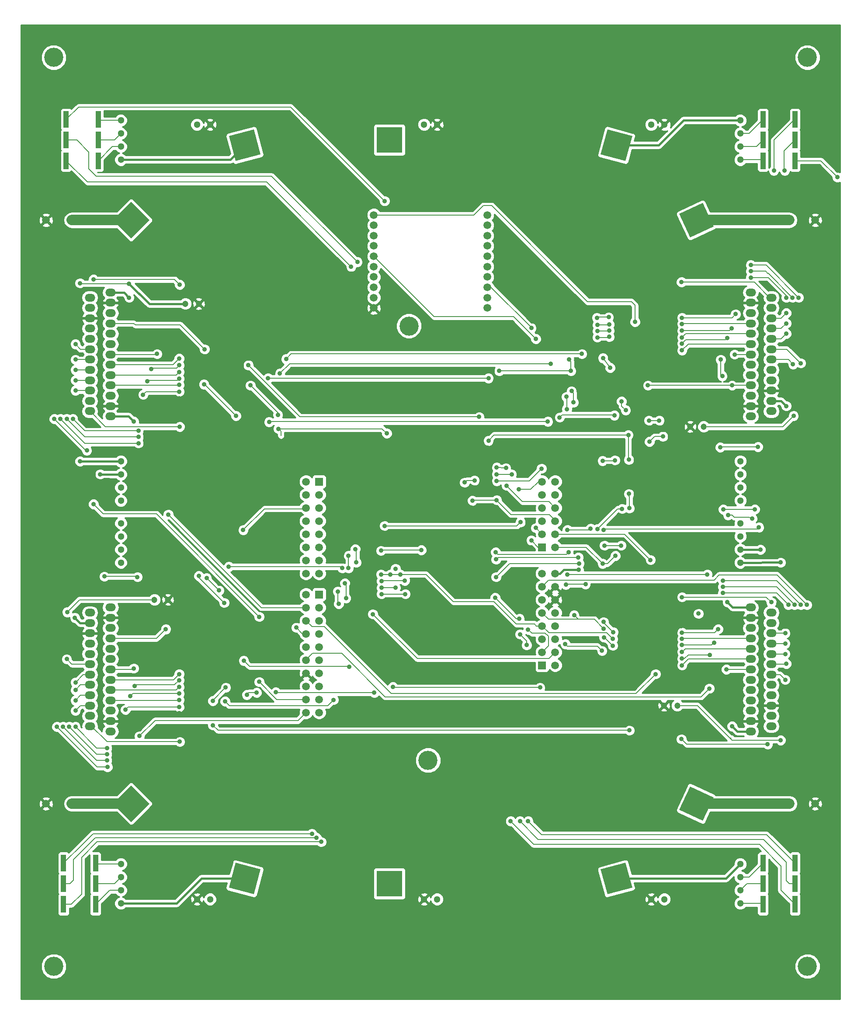
<source format=gbl>
G04 (created by PCBNEW (2013-07-07 BZR 4022)-stable) date 8/26/2014 20:30:28*
%MOIN*%
G04 Gerber Fmt 3.4, Leading zero omitted, Abs format*
%FSLAX34Y34*%
G01*
G70*
G90*
G04 APERTURE LIST*
%ADD10C,0.00590551*%
%ADD11R,0.0393701X0.125984*%
%ADD12C,0.0590551*%
%ADD13O,0.0787402X0.0590551*%
%ADD14R,0.19685X0.19685*%
%ADD15R,0.0590551X0.0590551*%
%ADD16C,0.0472441*%
%ADD17C,0.0511811*%
%ADD18C,0.145669*%
%ADD19C,0.035*%
%ADD20C,0.00787402*%
%ADD21C,0.015748*%
%ADD22C,0.0787402*%
%ADD23C,0.0472441*%
%ADD24C,0.01*%
G04 APERTURE END LIST*
G54D10*
G54D11*
X109685Y-85826D03*
X107244Y-85826D03*
X109685Y-88976D03*
X107244Y-88976D03*
X109685Y-87401D03*
X107244Y-87401D03*
X53897Y-88976D03*
X56338Y-88976D03*
X109685Y-32283D03*
X107244Y-32283D03*
X109685Y-29133D03*
X107244Y-29133D03*
X53897Y-87401D03*
X56338Y-87401D03*
X53897Y-85826D03*
X56338Y-85826D03*
X54094Y-29133D03*
X56535Y-29133D03*
X54094Y-30708D03*
X56535Y-30708D03*
X54094Y-32283D03*
X56535Y-32283D03*
X109685Y-30708D03*
X107244Y-30708D03*
G54D12*
X77559Y-36417D03*
X77559Y-37204D03*
X77559Y-37992D03*
X77559Y-38779D03*
X77559Y-39566D03*
X77559Y-40354D03*
X77559Y-41141D03*
X77559Y-41929D03*
X77559Y-42716D03*
X77559Y-43503D03*
X86220Y-43503D03*
X86220Y-42716D03*
X86220Y-41929D03*
X86220Y-41141D03*
X86220Y-40354D03*
X86220Y-39566D03*
X86220Y-38779D03*
X86220Y-37992D03*
X86220Y-37204D03*
X86220Y-36417D03*
G54D13*
X55905Y-51377D03*
X57480Y-51771D03*
X57480Y-50984D03*
X55905Y-50590D03*
X57480Y-49409D03*
X55905Y-49803D03*
X55905Y-49015D03*
X57480Y-50196D03*
X57480Y-48622D03*
X55905Y-48228D03*
X57480Y-47834D03*
X55905Y-47440D03*
X57480Y-47047D03*
X55905Y-46653D03*
X57480Y-46259D03*
X55905Y-45866D03*
X57480Y-45472D03*
X55905Y-45078D03*
X57480Y-44685D03*
X55905Y-44291D03*
X57480Y-43897D03*
X55905Y-43503D03*
X57480Y-43110D03*
X55905Y-42716D03*
X57480Y-42322D03*
X55905Y-75393D03*
X57480Y-75787D03*
X57480Y-75000D03*
X55905Y-74606D03*
X57480Y-73425D03*
X55905Y-73818D03*
X55905Y-73031D03*
X57480Y-74212D03*
X57480Y-72637D03*
X55905Y-72244D03*
X57480Y-71850D03*
X55905Y-71456D03*
X57480Y-71062D03*
X55905Y-70669D03*
X57480Y-70275D03*
X55905Y-69881D03*
X57480Y-69488D03*
X55905Y-69094D03*
X57480Y-68700D03*
X55905Y-68307D03*
X57480Y-67913D03*
X55905Y-67519D03*
X57480Y-67125D03*
X55905Y-66732D03*
X57480Y-66338D03*
X107874Y-42716D03*
X106299Y-42322D03*
X106299Y-43110D03*
X107874Y-43503D03*
X106299Y-44685D03*
X107874Y-44291D03*
X107874Y-45078D03*
X106299Y-43897D03*
X106299Y-45472D03*
X107874Y-45866D03*
X106299Y-46259D03*
X107874Y-46653D03*
X106299Y-47047D03*
X107874Y-47440D03*
X106299Y-47834D03*
X107874Y-48228D03*
X106299Y-48622D03*
X107874Y-49015D03*
X106299Y-49409D03*
X107874Y-49803D03*
X106299Y-50196D03*
X107874Y-50590D03*
X106299Y-50984D03*
X107874Y-51377D03*
X106299Y-51771D03*
X107874Y-66732D03*
X106299Y-66338D03*
X106299Y-67125D03*
X107874Y-67519D03*
X106299Y-68700D03*
X107874Y-68307D03*
X107874Y-69094D03*
X106299Y-67913D03*
X106299Y-69488D03*
X107874Y-69881D03*
X106299Y-70275D03*
X107874Y-70669D03*
X106299Y-71062D03*
X107874Y-71456D03*
X106299Y-71850D03*
X107874Y-72244D03*
X106299Y-72637D03*
X107874Y-73031D03*
X106299Y-73425D03*
X107874Y-73818D03*
X106299Y-74212D03*
X107874Y-74606D03*
X106299Y-75000D03*
X107874Y-75393D03*
X106299Y-75787D03*
G54D10*
G36*
X60447Y-81299D02*
X59055Y-82691D01*
X57663Y-81299D01*
X59055Y-79907D01*
X60447Y-81299D01*
X60447Y-81299D01*
G37*
G36*
X100857Y-36334D02*
X102641Y-35503D01*
X103473Y-37287D01*
X101689Y-38119D01*
X100857Y-36334D01*
X100857Y-36334D01*
G37*
G36*
X102641Y-82607D02*
X100857Y-81775D01*
X101689Y-79991D01*
X103473Y-80823D01*
X102641Y-82607D01*
X102641Y-82607D01*
G37*
G36*
X94857Y-31798D02*
X95367Y-29896D01*
X97268Y-30406D01*
X96758Y-32307D01*
X94857Y-31798D01*
X94857Y-31798D01*
G37*
G36*
X59055Y-38202D02*
X57663Y-36811D01*
X59055Y-35419D01*
X60447Y-36811D01*
X59055Y-38202D01*
X59055Y-38202D01*
G37*
G54D14*
X78740Y-87401D03*
G54D10*
G36*
X67020Y-32307D02*
X66511Y-30406D01*
X68412Y-29896D01*
X68921Y-31798D01*
X67020Y-32307D01*
X67020Y-32307D01*
G37*
G36*
X95367Y-88213D02*
X94857Y-86311D01*
X96758Y-85802D01*
X97268Y-87703D01*
X95367Y-88213D01*
X95367Y-88213D01*
G37*
G54D14*
X78740Y-30708D03*
G54D10*
G36*
X66511Y-87703D02*
X67020Y-85802D01*
X68921Y-86311D01*
X68412Y-88213D01*
X66511Y-87703D01*
X66511Y-87703D01*
G37*
G54D15*
X90389Y-70748D03*
G54D12*
X90389Y-69748D03*
X90389Y-68748D03*
X90389Y-67748D03*
X90389Y-66748D03*
X90389Y-65748D03*
X90389Y-64748D03*
X90389Y-63748D03*
X91389Y-63748D03*
X91389Y-64748D03*
X91389Y-65748D03*
X91389Y-66748D03*
X91389Y-67748D03*
X91389Y-68748D03*
X91389Y-69748D03*
X91389Y-70748D03*
G54D15*
X90389Y-61748D03*
G54D12*
X90389Y-60748D03*
X90389Y-59748D03*
X90389Y-58748D03*
X90389Y-57748D03*
X90389Y-56748D03*
X91389Y-56748D03*
X91389Y-57748D03*
X91389Y-58748D03*
X91389Y-59748D03*
X91389Y-60748D03*
X91389Y-61748D03*
X72389Y-70348D03*
X73389Y-70348D03*
X73389Y-71348D03*
X72389Y-71348D03*
X72389Y-73348D03*
X73389Y-73348D03*
X73389Y-72348D03*
X72389Y-72348D03*
X73389Y-74348D03*
X72389Y-74348D03*
X72389Y-69348D03*
X73389Y-69348D03*
X72389Y-67348D03*
X73389Y-67348D03*
X73389Y-68348D03*
X72389Y-68348D03*
X72389Y-66348D03*
X73389Y-66348D03*
G54D15*
X73389Y-65348D03*
G54D12*
X73389Y-63748D03*
X73389Y-62748D03*
X73389Y-61748D03*
X73389Y-60748D03*
X73389Y-59748D03*
X73389Y-58748D03*
X73389Y-57748D03*
G54D15*
X73389Y-56748D03*
G54D12*
X72389Y-56748D03*
X72389Y-57748D03*
X72389Y-58748D03*
X72389Y-59748D03*
X72389Y-60748D03*
X72389Y-61748D03*
X72389Y-62748D03*
X72389Y-63748D03*
X72389Y-65348D03*
G54D16*
X60826Y-65748D03*
X61850Y-65748D03*
X63188Y-43188D03*
X64212Y-43188D03*
X102716Y-52559D03*
X101692Y-52559D03*
X100708Y-73818D03*
X99685Y-73818D03*
G54D17*
X105511Y-60917D03*
X105511Y-61917D03*
X105511Y-59917D03*
X105511Y-62917D03*
X58267Y-87901D03*
X58267Y-86901D03*
X58267Y-88901D03*
X58267Y-85901D03*
X105511Y-86901D03*
X105511Y-87901D03*
X105511Y-85901D03*
X105511Y-88901D03*
X105511Y-30208D03*
X105511Y-31208D03*
X105511Y-29208D03*
X105511Y-32208D03*
X105511Y-56192D03*
X105511Y-57192D03*
X105511Y-55192D03*
X105511Y-58192D03*
X58267Y-31208D03*
X58267Y-30208D03*
X58267Y-32208D03*
X58267Y-29208D03*
X58267Y-57192D03*
X58267Y-56192D03*
X58267Y-58192D03*
X58267Y-55192D03*
X58267Y-61917D03*
X58267Y-60917D03*
X58267Y-62917D03*
X58267Y-59917D03*
X82389Y-88582D03*
X81389Y-88582D03*
X64066Y-29527D03*
X65066Y-29527D03*
X99712Y-88582D03*
X98712Y-88582D03*
X81389Y-29527D03*
X82389Y-29527D03*
X65066Y-88582D03*
X64066Y-88582D03*
X98712Y-29527D03*
X99712Y-29527D03*
G54D12*
X111220Y-81299D03*
X109251Y-81299D03*
X52559Y-81299D03*
X54527Y-81299D03*
X52559Y-36811D03*
X54527Y-36811D03*
X111220Y-36811D03*
X109251Y-36811D03*
G54D18*
X53149Y-24409D03*
X110629Y-24409D03*
X53149Y-93700D03*
X110629Y-93700D03*
X80236Y-44881D03*
X81692Y-77992D03*
G54D19*
X102322Y-66811D03*
X77480Y-66850D03*
X86299Y-53622D03*
X75669Y-70866D03*
X67637Y-70393D03*
X97480Y-44566D03*
X92204Y-64606D03*
X93700Y-64566D03*
X95157Y-61614D03*
X96417Y-61614D03*
X97047Y-58779D03*
X97007Y-57677D03*
X97007Y-55078D03*
X96968Y-53188D03*
X96771Y-51299D03*
X96456Y-50629D03*
X92165Y-69133D03*
X94960Y-69645D03*
X93188Y-63464D03*
X79212Y-64842D03*
X79212Y-63385D03*
X78149Y-64842D03*
X87677Y-57047D03*
X87637Y-55708D03*
X86929Y-55669D03*
X86929Y-58149D03*
X85078Y-58188D03*
X81181Y-61968D03*
X78110Y-62007D03*
X61889Y-59251D03*
X61023Y-47007D03*
X59251Y-70984D03*
X67598Y-60433D03*
X99055Y-71417D03*
X105078Y-47047D03*
X103149Y-72519D03*
X104448Y-71062D03*
X66141Y-65984D03*
X64212Y-63937D03*
X97047Y-75708D03*
X65275Y-75314D03*
X65275Y-73464D03*
X66259Y-72440D03*
X98661Y-62716D03*
X70866Y-47401D03*
X93425Y-47007D03*
X92283Y-51220D03*
X92244Y-50275D03*
X94606Y-45748D03*
X95511Y-45708D03*
X64803Y-64094D03*
X65748Y-65039D03*
X95472Y-44212D03*
X94566Y-44251D03*
X91062Y-47755D03*
X70393Y-48503D03*
X95984Y-62401D03*
X95000Y-62992D03*
X95078Y-67440D03*
X95826Y-68228D03*
X66496Y-63228D03*
X75157Y-63346D03*
X78385Y-60118D03*
X88740Y-59842D03*
X88622Y-57322D03*
X61692Y-67992D03*
X67047Y-51732D03*
X64606Y-49330D03*
X64645Y-46653D03*
X104566Y-59291D03*
X106417Y-59566D03*
X104881Y-49409D03*
X98464Y-49409D03*
X95905Y-51692D03*
X91732Y-51850D03*
X78818Y-63818D03*
X78543Y-53070D03*
X70275Y-52716D03*
X70236Y-51653D03*
X68149Y-49409D03*
X66220Y-73503D03*
X74488Y-73385D03*
X78110Y-63818D03*
X79566Y-63818D03*
X85236Y-56653D03*
X84488Y-56811D03*
X86929Y-56692D03*
X90354Y-55748D03*
X94606Y-44803D03*
X95511Y-44763D03*
X95787Y-68740D03*
X67992Y-47874D03*
X85590Y-51811D03*
X89330Y-68031D03*
X88070Y-56181D03*
X86929Y-56181D03*
X78149Y-64330D03*
X79921Y-64291D03*
X79960Y-65314D03*
X78149Y-65314D03*
X90236Y-72440D03*
X79015Y-72401D03*
X77598Y-72834D03*
X70078Y-72795D03*
X68622Y-72834D03*
X67874Y-72992D03*
X87125Y-48307D03*
X86299Y-48858D03*
X69488Y-48858D03*
X92834Y-66929D03*
X92795Y-50708D03*
X92637Y-49842D03*
X92598Y-48307D03*
X92440Y-47440D03*
X94606Y-45275D03*
X95511Y-45236D03*
X95078Y-67952D03*
X95118Y-68622D03*
X95787Y-69251D03*
X68818Y-72007D03*
X68818Y-67047D03*
X56181Y-58464D03*
X55669Y-54370D03*
X53188Y-51968D03*
X54803Y-47440D03*
X59685Y-76141D03*
X57244Y-78503D03*
X53385Y-75433D03*
X54803Y-72047D03*
X110118Y-47716D03*
X92322Y-63818D03*
X102992Y-63818D03*
X104212Y-58858D03*
X106614Y-58858D03*
X90826Y-52165D03*
X69566Y-52204D03*
X110590Y-66141D03*
X109015Y-70629D03*
X95039Y-47322D03*
X95590Y-48070D03*
X89566Y-61220D03*
X89566Y-45039D03*
X89921Y-60279D03*
X89921Y-45866D03*
X71653Y-67874D03*
X62716Y-50393D03*
X97362Y-76377D03*
X81771Y-62795D03*
X84606Y-61653D03*
X84606Y-62677D03*
X80118Y-53425D03*
X80157Y-54409D03*
X80157Y-55787D03*
X80118Y-56653D03*
X80118Y-59055D03*
X80118Y-57913D03*
X81496Y-57755D03*
X84685Y-64015D03*
X84645Y-65039D03*
X84645Y-66377D03*
X84645Y-67362D03*
X62716Y-74409D03*
X63188Y-64015D03*
X66417Y-76535D03*
X65787Y-53582D03*
X66496Y-41692D03*
X101062Y-43700D03*
X97322Y-41535D03*
X100236Y-54212D03*
X101023Y-67755D03*
X97322Y-65551D03*
X54133Y-70275D03*
X54173Y-66692D03*
X56692Y-81299D03*
X62716Y-73937D03*
X58622Y-74133D03*
X57204Y-77047D03*
X54803Y-75433D03*
X54803Y-74212D03*
X54763Y-67125D03*
X57007Y-63976D03*
X59527Y-64015D03*
X62716Y-71889D03*
X59330Y-72322D03*
X57204Y-77992D03*
X53858Y-75433D03*
X54803Y-72637D03*
X62755Y-76574D03*
X62716Y-73385D03*
X62716Y-72913D03*
X58976Y-73110D03*
X57204Y-77519D03*
X54330Y-75433D03*
X54803Y-73425D03*
X62716Y-72401D03*
X62716Y-71417D03*
X109527Y-47795D03*
X109566Y-51732D03*
X107874Y-47440D03*
X109015Y-50984D03*
X109015Y-43897D03*
X109015Y-42716D03*
X101062Y-44251D03*
X105157Y-43976D03*
X106299Y-41181D03*
X106850Y-54094D03*
X103976Y-54133D03*
X101062Y-45236D03*
X104842Y-45078D03*
X106299Y-40708D03*
X109488Y-42716D03*
X109015Y-44685D03*
X101023Y-41535D03*
X101062Y-44724D03*
X101062Y-45748D03*
X101062Y-46220D03*
X104527Y-45787D03*
X106299Y-40236D03*
X109960Y-42716D03*
X109015Y-45472D03*
X101062Y-46732D03*
X107086Y-36811D03*
X107047Y-61929D03*
X104527Y-65944D03*
X108937Y-71850D03*
X108582Y-76456D03*
X101062Y-68267D03*
X103818Y-67992D03*
X104173Y-65236D03*
X109173Y-66141D03*
X108937Y-68307D03*
X104881Y-75393D03*
X108582Y-62913D03*
X107598Y-76771D03*
X101023Y-76377D03*
X101062Y-69212D03*
X103503Y-69015D03*
X104173Y-64763D03*
X109645Y-66141D03*
X108937Y-69094D03*
X101062Y-65551D03*
X107874Y-65944D03*
X101062Y-68740D03*
X101062Y-69724D03*
X101062Y-70236D03*
X103188Y-69960D03*
X104173Y-64291D03*
X110118Y-66141D03*
X108937Y-69881D03*
X101062Y-70748D03*
X107086Y-81299D03*
X73543Y-84212D03*
X75433Y-65629D03*
X75354Y-64488D03*
X76220Y-62913D03*
X76141Y-61889D03*
X73188Y-83897D03*
X75629Y-62401D03*
X75629Y-63346D03*
X74803Y-65118D03*
X74881Y-66062D03*
X76299Y-40000D03*
X78385Y-35354D03*
X72834Y-83582D03*
X75826Y-40354D03*
X59251Y-52165D03*
X58897Y-41653D03*
X55157Y-41614D03*
X54803Y-46259D03*
X56692Y-56181D03*
X62716Y-49881D03*
X59960Y-50118D03*
X59606Y-52874D03*
X54606Y-51968D03*
X54803Y-49803D03*
X58897Y-42716D03*
X55157Y-55196D03*
X62755Y-41732D03*
X56181Y-41338D03*
X62716Y-48385D03*
X62755Y-52559D03*
X62716Y-49370D03*
X62716Y-48897D03*
X60275Y-49094D03*
X59606Y-53346D03*
X54133Y-51968D03*
X54803Y-49015D03*
X60590Y-48149D03*
X59606Y-53818D03*
X53661Y-51968D03*
X54803Y-48228D03*
X62716Y-47874D03*
X62716Y-47362D03*
X56692Y-36811D03*
X88700Y-82637D03*
X86850Y-62125D03*
X92401Y-62125D03*
X92322Y-60433D03*
X94094Y-60314D03*
X95000Y-55157D03*
X95944Y-55118D03*
X98543Y-52086D03*
X99330Y-52086D03*
X108070Y-33031D03*
X108897Y-33031D03*
X104015Y-47440D03*
X104133Y-48700D03*
X99606Y-53307D03*
X98582Y-53700D03*
X96496Y-58818D03*
X94606Y-60354D03*
X93149Y-62519D03*
X86889Y-62677D03*
X87992Y-82637D03*
X112913Y-33543D03*
X106929Y-60236D03*
X95078Y-60433D03*
X93228Y-62992D03*
X86889Y-64015D03*
X89330Y-82637D03*
X89212Y-69212D03*
X88700Y-68385D03*
X88661Y-67204D03*
X86811Y-65590D03*
G54D20*
X77480Y-66850D02*
X80866Y-70236D01*
X80866Y-70236D02*
X90901Y-70236D01*
X90901Y-70236D02*
X91389Y-69748D01*
X86299Y-53622D02*
X86732Y-53188D01*
X86732Y-53188D02*
X96968Y-53188D01*
X75629Y-70826D02*
X75669Y-70866D01*
X68070Y-70826D02*
X75629Y-70826D01*
X67637Y-70393D02*
X68070Y-70826D01*
X77559Y-36417D02*
X85196Y-36417D01*
X85196Y-36417D02*
X85905Y-35708D01*
X85905Y-35708D02*
X86535Y-35708D01*
X86535Y-35708D02*
X93858Y-43031D01*
X93858Y-43031D02*
X97204Y-43031D01*
X97204Y-43031D02*
X97480Y-43307D01*
X97480Y-43307D02*
X97480Y-44566D01*
X92204Y-64606D02*
X92244Y-64566D01*
X92244Y-64566D02*
X93700Y-64566D01*
X95157Y-61614D02*
X96417Y-61614D01*
X97047Y-58779D02*
X97047Y-57913D01*
X97047Y-57913D02*
X97007Y-57874D01*
X97007Y-57874D02*
X97007Y-57677D01*
X97007Y-55078D02*
X96968Y-55039D01*
X96968Y-55039D02*
X96968Y-53188D01*
X96771Y-51299D02*
X96456Y-50984D01*
X96456Y-50984D02*
X96456Y-50629D01*
X92165Y-69133D02*
X92322Y-69291D01*
X92322Y-69291D02*
X94606Y-69291D01*
X94606Y-69291D02*
X94960Y-69645D01*
G54D21*
X91389Y-63748D02*
X91763Y-63748D01*
X92047Y-63464D02*
X93188Y-63464D01*
X91763Y-63748D02*
X92047Y-63464D01*
X58267Y-32208D02*
X66610Y-32208D01*
X66610Y-32208D02*
X67716Y-31102D01*
X105511Y-29208D02*
X101185Y-29208D01*
X99291Y-31102D02*
X96062Y-31102D01*
X101185Y-29208D02*
X99291Y-31102D01*
X58267Y-88901D02*
X62515Y-88901D01*
X64409Y-87007D02*
X67716Y-87007D01*
X62515Y-88901D02*
X64409Y-87007D01*
X96062Y-87007D02*
X104405Y-87007D01*
X104405Y-87007D02*
X105511Y-85901D01*
G54D20*
X78149Y-64842D02*
X79212Y-64842D01*
X90909Y-58267D02*
X91389Y-58748D01*
X88897Y-58267D02*
X90909Y-58267D01*
X87677Y-57047D02*
X88897Y-58267D01*
X87598Y-55708D02*
X87637Y-55708D01*
X86929Y-55669D02*
X87598Y-55708D01*
X91389Y-59748D02*
X91389Y-59696D01*
X88031Y-59251D02*
X86929Y-58149D01*
X90944Y-59251D02*
X88031Y-59251D01*
X91389Y-59696D02*
X90944Y-59251D01*
X85118Y-58149D02*
X86929Y-58149D01*
X85078Y-58188D02*
X85118Y-58149D01*
X78149Y-61968D02*
X81181Y-61968D01*
X78110Y-62007D02*
X78149Y-61968D01*
X57480Y-47047D02*
X60984Y-47047D01*
X68985Y-66348D02*
X72389Y-66348D01*
X61889Y-59251D02*
X68985Y-66348D01*
X60984Y-47047D02*
X61023Y-47007D01*
X69251Y-58818D02*
X72318Y-58818D01*
X59173Y-71062D02*
X59251Y-70984D01*
X67598Y-60433D02*
X69212Y-58818D01*
X69212Y-58818D02*
X69251Y-58818D01*
X57480Y-71062D02*
X59173Y-71062D01*
X72318Y-58818D02*
X72389Y-58748D01*
X106299Y-47047D02*
X105078Y-47047D01*
X72837Y-67795D02*
X72389Y-67348D01*
X73779Y-67795D02*
X72837Y-67795D01*
X78897Y-72913D02*
X73779Y-67795D01*
X97559Y-72913D02*
X78897Y-72913D01*
X99055Y-71417D02*
X97559Y-72913D01*
X106299Y-71062D02*
X104448Y-71062D01*
X72389Y-70326D02*
X72389Y-70348D01*
X72874Y-69842D02*
X72389Y-70326D01*
X75118Y-69842D02*
X72874Y-69842D01*
X78425Y-73149D02*
X75118Y-69842D01*
X102519Y-73149D02*
X78425Y-73149D01*
X103149Y-72519D02*
X102519Y-73149D01*
X66141Y-65984D02*
X64212Y-64055D01*
X64212Y-64055D02*
X64212Y-63937D01*
X65669Y-75708D02*
X97047Y-75708D01*
X65275Y-75314D02*
X65669Y-75708D01*
X65275Y-73425D02*
X65275Y-73464D01*
X66259Y-72440D02*
X65275Y-73425D01*
X96692Y-60748D02*
X91389Y-60748D01*
X98661Y-62716D02*
X96692Y-60748D01*
X70866Y-47401D02*
X71259Y-47007D01*
X71259Y-47007D02*
X93425Y-47007D01*
X92283Y-50314D02*
X92283Y-51220D01*
X92244Y-50275D02*
X92283Y-50314D01*
X95472Y-45748D02*
X94606Y-45748D01*
X95511Y-45708D02*
X95472Y-45748D01*
X65748Y-65039D02*
X64803Y-64094D01*
X94606Y-44212D02*
X95472Y-44212D01*
X94566Y-44251D02*
X94606Y-44212D01*
X71141Y-47755D02*
X91062Y-47755D01*
X70393Y-48503D02*
X71141Y-47755D01*
X95393Y-62992D02*
X95000Y-62992D01*
X95984Y-62401D02*
X95393Y-62992D01*
X93755Y-61748D02*
X91389Y-61748D01*
X95000Y-62992D02*
X93755Y-61748D01*
X95078Y-67480D02*
X95078Y-67440D01*
X95826Y-68228D02*
X95078Y-67480D01*
X90389Y-56748D02*
X90102Y-56748D01*
X75039Y-63228D02*
X66496Y-63228D01*
X75157Y-63346D02*
X75039Y-63228D01*
X88464Y-60118D02*
X78385Y-60118D01*
X88740Y-59842D02*
X88464Y-60118D01*
X89527Y-57322D02*
X88622Y-57322D01*
X90102Y-56748D02*
X89527Y-57322D01*
X58976Y-68700D02*
X57480Y-68700D01*
X60984Y-68700D02*
X61692Y-67992D01*
X58976Y-68700D02*
X60984Y-68700D01*
X59251Y-44685D02*
X57480Y-44685D01*
X67047Y-51732D02*
X64645Y-49330D01*
X64645Y-49330D02*
X64606Y-49330D01*
X64645Y-46653D02*
X62795Y-44803D01*
X62795Y-44803D02*
X59370Y-44803D01*
X59370Y-44803D02*
X59251Y-44685D01*
X104881Y-59291D02*
X105039Y-59448D01*
X104566Y-59291D02*
X104881Y-59291D01*
X106181Y-59448D02*
X106417Y-59566D01*
X105039Y-59448D02*
X106181Y-59448D01*
X98464Y-49409D02*
X104881Y-49409D01*
X104881Y-49409D02*
X106299Y-49409D01*
X95866Y-51653D02*
X95905Y-51692D01*
X91929Y-51653D02*
X95866Y-51653D01*
X91732Y-51850D02*
X91929Y-51653D01*
X70275Y-52716D02*
X78188Y-52716D01*
X78818Y-63818D02*
X78858Y-63818D01*
X78188Y-52716D02*
X78543Y-53070D01*
X70472Y-52913D02*
X70472Y-53228D01*
X70275Y-52716D02*
X70472Y-52913D01*
X70236Y-51496D02*
X70236Y-51653D01*
X68149Y-49409D02*
X70236Y-51496D01*
X66535Y-73818D02*
X66220Y-73503D01*
X74055Y-73818D02*
X66535Y-73818D01*
X74488Y-73385D02*
X74055Y-73818D01*
X90389Y-67748D02*
X89952Y-67748D01*
X81535Y-63818D02*
X79566Y-63818D01*
X83622Y-65905D02*
X81535Y-63818D01*
X86732Y-65905D02*
X83622Y-65905D01*
X88425Y-67598D02*
X86732Y-65905D01*
X89803Y-67598D02*
X88425Y-67598D01*
X89952Y-67748D02*
X89803Y-67598D01*
X78858Y-63818D02*
X79566Y-63818D01*
X78110Y-63818D02*
X78858Y-63818D01*
X84645Y-56653D02*
X85236Y-56653D01*
X84488Y-56811D02*
X84645Y-56653D01*
X86929Y-56692D02*
X88228Y-56692D01*
X89409Y-56692D02*
X88228Y-56692D01*
X88228Y-56692D02*
X88188Y-56692D01*
X90354Y-55748D02*
X89409Y-56692D01*
X95472Y-44803D02*
X94606Y-44803D01*
X95511Y-44763D02*
X95472Y-44803D01*
X90909Y-68267D02*
X90389Y-67748D01*
X95314Y-68267D02*
X90909Y-68267D01*
X95787Y-68740D02*
X95314Y-68267D01*
X67992Y-47874D02*
X71929Y-51811D01*
X71929Y-51811D02*
X85590Y-51811D01*
X90866Y-69271D02*
X90389Y-69748D01*
X90866Y-68543D02*
X90866Y-69271D01*
X90629Y-68307D02*
X90866Y-68543D01*
X89606Y-68307D02*
X90629Y-68307D01*
X89330Y-68031D02*
X89606Y-68307D01*
X86929Y-56181D02*
X88070Y-56181D01*
X79409Y-64291D02*
X79921Y-64291D01*
X78149Y-64330D02*
X78188Y-64291D01*
X78188Y-64291D02*
X79409Y-64291D01*
X78149Y-65314D02*
X79960Y-65314D01*
X79055Y-72440D02*
X90236Y-72440D01*
X79015Y-72401D02*
X79055Y-72440D01*
X70118Y-72834D02*
X77598Y-72834D01*
X70078Y-72795D02*
X70118Y-72834D01*
X68031Y-72834D02*
X68622Y-72834D01*
X67874Y-72992D02*
X68031Y-72834D01*
X87125Y-48307D02*
X92598Y-48307D01*
X69488Y-48858D02*
X86299Y-48858D01*
X93149Y-67244D02*
X93188Y-67244D01*
X92834Y-66929D02*
X93149Y-67244D01*
X92795Y-50000D02*
X92795Y-50708D01*
X92637Y-49842D02*
X92795Y-50000D01*
X92598Y-47598D02*
X92598Y-48307D01*
X92440Y-47440D02*
X92598Y-47598D01*
X95472Y-45275D02*
X94606Y-45275D01*
X95511Y-45236D02*
X95472Y-45275D01*
X90885Y-67244D02*
X90389Y-66748D01*
X94370Y-67244D02*
X93188Y-67244D01*
X93188Y-67244D02*
X90885Y-67244D01*
X95078Y-67952D02*
X94370Y-67244D01*
X95157Y-68622D02*
X95118Y-68622D01*
X95787Y-69251D02*
X95157Y-68622D01*
X55905Y-47440D02*
X54803Y-47440D01*
X70159Y-73348D02*
X72389Y-73348D01*
X68818Y-72007D02*
X70159Y-73348D01*
X60984Y-59212D02*
X68818Y-67047D01*
X56929Y-59212D02*
X60984Y-59212D01*
X56181Y-58464D02*
X56929Y-59212D01*
X55590Y-54370D02*
X55669Y-54370D01*
X53188Y-51968D02*
X55590Y-54370D01*
X55905Y-71456D02*
X55393Y-71456D01*
X71777Y-74960D02*
X72389Y-74348D01*
X60866Y-74960D02*
X71777Y-74960D01*
X59685Y-76141D02*
X60866Y-74960D01*
X56456Y-78503D02*
X57244Y-78503D01*
X53385Y-75433D02*
X56456Y-78503D01*
X55393Y-71456D02*
X54803Y-72047D01*
X109055Y-46653D02*
X110118Y-47716D01*
X107874Y-46653D02*
X109055Y-46653D01*
X102992Y-63818D02*
X92322Y-63818D01*
X106614Y-58858D02*
X104212Y-58858D01*
X69606Y-52165D02*
X90826Y-52165D01*
X69566Y-52204D02*
X69606Y-52165D01*
X107874Y-70669D02*
X108976Y-70669D01*
X90885Y-64251D02*
X90389Y-64748D01*
X103503Y-64251D02*
X90885Y-64251D01*
X103897Y-63858D02*
X103503Y-64251D01*
X108307Y-63858D02*
X103897Y-63858D01*
X110590Y-66141D02*
X108307Y-63858D01*
X108976Y-70669D02*
X109015Y-70629D01*
X95039Y-47322D02*
X95590Y-48070D01*
X86496Y-41929D02*
X89566Y-45000D01*
X89566Y-45000D02*
X89566Y-45039D01*
X86220Y-41929D02*
X86496Y-41929D01*
X90094Y-61748D02*
X90389Y-61748D01*
X89566Y-61220D02*
X90094Y-61748D01*
X90389Y-60748D02*
X89921Y-60279D01*
X82165Y-44173D02*
X77559Y-39566D01*
X88228Y-44173D02*
X82165Y-44173D01*
X89921Y-45866D02*
X88228Y-44173D01*
X77559Y-39566D02*
X77834Y-39566D01*
X71653Y-67874D02*
X72127Y-68348D01*
X72127Y-68348D02*
X72389Y-68348D01*
X60826Y-65748D02*
X55118Y-65748D01*
X54527Y-70669D02*
X55905Y-70669D01*
X54133Y-70275D02*
X54527Y-70669D01*
X55118Y-65748D02*
X54173Y-66692D01*
G54D22*
X59055Y-81299D02*
X56692Y-81299D01*
X56692Y-81299D02*
X54527Y-81299D01*
G54D20*
X55905Y-73818D02*
X55196Y-73818D01*
X58818Y-73937D02*
X62716Y-73937D01*
X58622Y-74133D02*
X58818Y-73937D01*
X56417Y-77047D02*
X57204Y-77047D01*
X54803Y-75433D02*
X56417Y-77047D01*
X55196Y-73818D02*
X54803Y-74212D01*
G54D21*
X55157Y-67519D02*
X55905Y-67519D01*
X54763Y-67125D02*
X55157Y-67519D01*
G54D20*
X59488Y-63976D02*
X57007Y-63976D01*
X59527Y-64015D02*
X59488Y-63976D01*
X62716Y-71889D02*
X62362Y-72244D01*
X62362Y-72244D02*
X60196Y-72244D01*
X59409Y-72244D02*
X60196Y-72244D01*
X59330Y-72322D02*
X59409Y-72244D01*
X55905Y-72244D02*
X55196Y-72244D01*
X56417Y-77992D02*
X57204Y-77992D01*
X53858Y-75433D02*
X56417Y-77992D01*
X55196Y-72244D02*
X54803Y-72637D01*
X55905Y-75393D02*
X56023Y-75393D01*
X56023Y-75393D02*
X57204Y-76574D01*
X57204Y-76574D02*
X62755Y-76574D01*
X57480Y-73425D02*
X62677Y-73425D01*
X62677Y-73425D02*
X62716Y-73385D01*
X55905Y-73031D02*
X55196Y-73031D01*
X59173Y-72913D02*
X62716Y-72913D01*
X58976Y-73110D02*
X59173Y-72913D01*
X56417Y-77519D02*
X57204Y-77519D01*
X54330Y-75433D02*
X56417Y-77519D01*
X55196Y-73031D02*
X54803Y-73425D01*
X57480Y-72637D02*
X62480Y-72637D01*
X62480Y-72637D02*
X62716Y-72401D01*
X57480Y-71850D02*
X62283Y-71850D01*
X62283Y-71850D02*
X62716Y-71417D01*
X102716Y-52559D02*
X108740Y-52559D01*
X109173Y-47440D02*
X107874Y-47440D01*
X109527Y-47795D02*
X109173Y-47440D01*
X108740Y-52559D02*
X109566Y-51732D01*
G54D21*
X108622Y-50590D02*
X107874Y-50590D01*
X109015Y-50984D02*
X108622Y-50590D01*
G54D20*
X107637Y-41181D02*
X106299Y-41181D01*
X109015Y-42559D02*
X107637Y-41181D01*
X108622Y-44291D02*
X109015Y-43897D01*
X107874Y-44291D02*
X108622Y-44291D01*
X109015Y-42716D02*
X109015Y-42559D01*
X104881Y-44251D02*
X101062Y-44251D01*
X105157Y-43976D02*
X104881Y-44251D01*
X104015Y-54094D02*
X106850Y-54094D01*
X103976Y-54133D02*
X104015Y-54094D01*
X107874Y-45078D02*
X108622Y-45078D01*
X104685Y-45236D02*
X101062Y-45236D01*
X104842Y-45078D02*
X104685Y-45236D01*
X107440Y-40708D02*
X106299Y-40708D01*
X107598Y-40866D02*
X107440Y-40708D01*
X107637Y-40866D02*
X107598Y-40866D01*
X109488Y-42716D02*
X107637Y-40866D01*
X108622Y-45078D02*
X109015Y-44685D01*
X107874Y-42716D02*
X107755Y-42716D01*
X107755Y-42716D02*
X106574Y-41535D01*
X106574Y-41535D02*
X101023Y-41535D01*
X106299Y-44685D02*
X101102Y-44685D01*
X101102Y-44685D02*
X101062Y-44724D01*
X106299Y-45472D02*
X101338Y-45472D01*
X101338Y-45472D02*
X101062Y-45748D01*
X107874Y-45866D02*
X108622Y-45866D01*
X101338Y-45944D02*
X101062Y-46220D01*
X104370Y-45944D02*
X101338Y-45944D01*
X104527Y-45787D02*
X104370Y-45944D01*
X107480Y-40236D02*
X106299Y-40236D01*
X109960Y-42716D02*
X107480Y-40236D01*
X108622Y-45866D02*
X109015Y-45472D01*
X106299Y-46259D02*
X101535Y-46259D01*
X101535Y-46259D02*
X101062Y-46732D01*
G54D23*
X107755Y-36811D02*
X109251Y-36811D01*
G54D22*
X109251Y-36811D02*
X107086Y-36811D01*
X107086Y-36811D02*
X102165Y-36811D01*
G54D21*
X105539Y-61917D02*
X105511Y-61917D01*
X107047Y-61929D02*
X105539Y-61917D01*
X104921Y-66338D02*
X106299Y-66338D01*
X104527Y-65944D02*
X104921Y-66338D01*
G54D20*
X104724Y-76299D02*
X104881Y-76456D01*
X108543Y-71456D02*
X107874Y-71456D01*
X108937Y-71850D02*
X108543Y-71456D01*
X104881Y-76456D02*
X108582Y-76456D01*
X100708Y-73818D02*
X102244Y-73818D01*
X104724Y-76299D02*
X104803Y-76299D01*
X102244Y-73818D02*
X104724Y-76299D01*
X107874Y-68307D02*
X108937Y-68307D01*
X103543Y-68267D02*
X101062Y-68267D01*
X103818Y-67992D02*
X103543Y-68267D01*
X108267Y-65236D02*
X104173Y-65236D01*
X109173Y-66141D02*
X108267Y-65236D01*
G54D21*
X105275Y-75787D02*
X106299Y-75787D01*
X104881Y-75393D02*
X105275Y-75787D01*
X105511Y-62917D02*
X105673Y-62917D01*
X105673Y-62917D02*
X108582Y-62913D01*
G54D20*
X101417Y-76771D02*
X107598Y-76771D01*
X101023Y-76377D02*
X101417Y-76771D01*
X107874Y-69094D02*
X108937Y-69094D01*
X103307Y-69212D02*
X101062Y-69212D01*
X103503Y-69015D02*
X103307Y-69212D01*
X108267Y-64763D02*
X104173Y-64763D01*
X109645Y-66141D02*
X108267Y-64763D01*
X107480Y-65551D02*
X101062Y-65551D01*
X107874Y-65944D02*
X107480Y-65551D01*
X106299Y-68700D02*
X101102Y-68700D01*
X101102Y-68700D02*
X101062Y-68740D01*
X106299Y-69488D02*
X101299Y-69488D01*
X101299Y-69488D02*
X101062Y-69724D01*
X107874Y-69881D02*
X108937Y-69881D01*
X101259Y-70236D02*
X101062Y-70236D01*
X101535Y-69960D02*
X101259Y-70236D01*
X103188Y-69960D02*
X101535Y-69960D01*
X108267Y-64291D02*
X104173Y-64291D01*
X110118Y-66141D02*
X108267Y-64291D01*
X106299Y-70275D02*
X101535Y-70275D01*
X101535Y-70275D02*
X101062Y-70748D01*
G54D22*
X109251Y-81299D02*
X107086Y-81299D01*
X107086Y-81299D02*
X102165Y-81299D01*
G54D20*
X54488Y-88976D02*
X55275Y-88188D01*
X55275Y-88188D02*
X55275Y-85393D01*
X55275Y-85393D02*
X56456Y-84212D01*
X56456Y-84212D02*
X73503Y-84212D01*
X54488Y-88976D02*
X53897Y-88976D01*
X73543Y-84212D02*
X73503Y-84212D01*
X75433Y-64566D02*
X75433Y-65629D01*
X75354Y-64488D02*
X75433Y-64566D01*
X76220Y-61968D02*
X76220Y-62913D01*
X76141Y-61889D02*
X76220Y-61968D01*
X56299Y-83897D02*
X73188Y-83897D01*
X55334Y-84862D02*
X56299Y-83897D01*
X75629Y-63346D02*
X75629Y-62401D01*
X74803Y-65984D02*
X74803Y-65118D01*
X74881Y-66062D02*
X74803Y-65984D01*
X53897Y-87401D02*
X54370Y-87401D01*
X54645Y-85551D02*
X55334Y-84862D01*
X55334Y-84862D02*
X55354Y-84842D01*
X54645Y-87125D02*
X54645Y-85551D01*
X54370Y-87401D02*
X54645Y-87125D01*
X54921Y-30708D02*
X54094Y-30708D01*
X55826Y-31614D02*
X54921Y-30708D01*
X55826Y-32913D02*
X55826Y-31614D01*
X56377Y-33464D02*
X55826Y-32913D01*
X69763Y-33464D02*
X56377Y-33464D01*
X76299Y-40000D02*
X69763Y-33464D01*
X55039Y-28188D02*
X54094Y-29133D01*
X71220Y-28188D02*
X55039Y-28188D01*
X78385Y-35354D02*
X71220Y-28188D01*
X58267Y-87901D02*
X57413Y-87901D01*
X57413Y-87901D02*
X56338Y-88976D01*
X56338Y-87401D02*
X57767Y-87401D01*
X57767Y-87401D02*
X58267Y-86901D01*
X58267Y-85901D02*
X56413Y-85901D01*
X56413Y-85901D02*
X56338Y-85826D01*
X58267Y-31208D02*
X57610Y-31208D01*
X57610Y-31208D02*
X56535Y-32283D01*
X56535Y-30708D02*
X57767Y-30708D01*
X57767Y-30708D02*
X58267Y-30208D01*
X58267Y-29208D02*
X56610Y-29208D01*
X56610Y-29208D02*
X56535Y-29133D01*
X55374Y-84350D02*
X56141Y-83582D01*
X56141Y-83582D02*
X72834Y-83582D01*
X55393Y-84330D02*
X55374Y-84350D01*
X55374Y-84350D02*
X53897Y-85826D01*
X55708Y-33897D02*
X54094Y-32283D01*
X69370Y-33897D02*
X55708Y-33897D01*
X75826Y-40354D02*
X69370Y-33897D01*
G54D21*
X58858Y-51771D02*
X57480Y-51771D01*
X59251Y-52165D02*
X58858Y-51771D01*
X63188Y-43188D02*
X60433Y-43188D01*
G54D20*
X55196Y-41653D02*
X55157Y-41614D01*
X54803Y-46259D02*
X55196Y-46653D01*
X55196Y-46653D02*
X55905Y-46653D01*
X58897Y-41653D02*
X55196Y-41653D01*
G54D21*
X60433Y-43188D02*
X58897Y-41653D01*
X58200Y-56192D02*
X58267Y-56192D01*
X56692Y-56181D02*
X58200Y-56192D01*
G54D20*
X55905Y-49803D02*
X54803Y-49803D01*
X60196Y-49881D02*
X62716Y-49881D01*
X59960Y-50118D02*
X60196Y-49881D01*
X55511Y-52874D02*
X59606Y-52874D01*
X54606Y-51968D02*
X55511Y-52874D01*
G54D21*
X58503Y-42322D02*
X57480Y-42322D01*
X58897Y-42716D02*
X58503Y-42322D01*
X58267Y-55192D02*
X58066Y-55192D01*
X58066Y-55192D02*
X55157Y-55196D01*
G54D20*
X62755Y-41732D02*
X62362Y-41338D01*
X62362Y-41338D02*
X56181Y-41338D01*
X57480Y-48622D02*
X62480Y-48622D01*
X62480Y-48622D02*
X62716Y-48385D01*
X57637Y-52559D02*
X57086Y-52559D01*
X62755Y-52559D02*
X57637Y-52559D01*
X57086Y-52559D02*
X55905Y-51377D01*
X57480Y-49409D02*
X62677Y-49409D01*
X62677Y-49409D02*
X62716Y-49370D01*
X55905Y-49015D02*
X54803Y-49015D01*
X62716Y-48897D02*
X62598Y-49015D01*
X62598Y-49015D02*
X62047Y-49015D01*
X60354Y-49015D02*
X62047Y-49015D01*
X60275Y-49094D02*
X60354Y-49015D01*
X55511Y-53346D02*
X59606Y-53346D01*
X54133Y-51968D02*
X55511Y-53346D01*
X55905Y-48228D02*
X54803Y-48228D01*
X62500Y-48090D02*
X62716Y-47874D01*
X60649Y-48090D02*
X62500Y-48090D01*
X60590Y-48149D02*
X60649Y-48090D01*
X55511Y-53818D02*
X59606Y-53818D01*
X53661Y-51968D02*
X55511Y-53818D01*
X57480Y-47834D02*
X62244Y-47834D01*
X62244Y-47834D02*
X62716Y-47362D01*
G54D22*
X54527Y-36811D02*
X56692Y-36811D01*
X56692Y-36811D02*
X59055Y-36811D01*
G54D20*
X109685Y-87401D02*
X109251Y-87401D01*
X90078Y-84015D02*
X88700Y-82637D01*
X107283Y-84015D02*
X90078Y-84015D01*
X109015Y-85748D02*
X107283Y-84015D01*
X109015Y-87165D02*
X109015Y-85748D01*
X109251Y-87401D02*
X109015Y-87165D01*
X109685Y-29133D02*
X109645Y-29133D01*
X87007Y-62283D02*
X86850Y-62125D01*
X92244Y-62283D02*
X87007Y-62283D01*
X92401Y-62125D02*
X92244Y-62283D01*
X93976Y-60433D02*
X92322Y-60433D01*
X94094Y-60314D02*
X93976Y-60433D01*
X95905Y-55157D02*
X95000Y-55157D01*
X95944Y-55118D02*
X95905Y-55157D01*
X99330Y-52086D02*
X98543Y-52086D01*
X108070Y-30708D02*
X108070Y-33031D01*
X109645Y-29133D02*
X108070Y-30708D01*
X108858Y-31535D02*
X109685Y-30708D01*
X108858Y-32992D02*
X108858Y-31535D01*
X108897Y-33031D02*
X108858Y-32992D01*
X104015Y-48582D02*
X104015Y-47440D01*
X104133Y-48700D02*
X104015Y-48582D01*
X98976Y-53307D02*
X99606Y-53307D01*
X98582Y-53700D02*
X98976Y-53307D01*
X96141Y-58818D02*
X96496Y-58818D01*
X94606Y-60354D02*
X96141Y-58818D01*
X87047Y-62519D02*
X93149Y-62519D01*
X86889Y-62677D02*
X87047Y-62519D01*
X108622Y-87913D02*
X109685Y-88976D01*
X108622Y-86062D02*
X108622Y-87913D01*
X106968Y-84409D02*
X108622Y-86062D01*
X89763Y-84409D02*
X106968Y-84409D01*
X87992Y-82637D02*
X89763Y-84409D01*
X107244Y-87401D02*
X106011Y-87401D01*
X106011Y-87401D02*
X105511Y-87901D01*
X105511Y-30208D02*
X106169Y-30208D01*
X106169Y-30208D02*
X107244Y-29133D01*
X105511Y-31208D02*
X106744Y-31208D01*
X106744Y-31208D02*
X107244Y-30708D01*
X105511Y-32208D02*
X107169Y-32208D01*
X107169Y-32208D02*
X107244Y-32283D01*
X105511Y-86901D02*
X106169Y-86901D01*
X106169Y-86901D02*
X107244Y-85826D01*
X105511Y-88901D02*
X107169Y-88901D01*
X107169Y-88901D02*
X107244Y-88976D01*
X111653Y-32283D02*
X109685Y-32283D01*
X112913Y-33543D02*
X111653Y-32283D01*
X106811Y-60354D02*
X106929Y-60236D01*
X95157Y-60354D02*
X106811Y-60354D01*
X95078Y-60433D02*
X95157Y-60354D01*
X87913Y-62992D02*
X93228Y-62992D01*
X86889Y-64015D02*
X87913Y-62992D01*
X107519Y-83661D02*
X109685Y-85826D01*
X90354Y-83661D02*
X107519Y-83661D01*
X89330Y-82637D02*
X90354Y-83661D01*
X89212Y-68897D02*
X89212Y-69212D01*
X88700Y-68385D02*
X89212Y-68897D01*
X88425Y-67204D02*
X88661Y-67204D01*
X86811Y-65590D02*
X88425Y-67204D01*
G54D10*
G36*
X113116Y-96187D02*
X111770Y-96187D01*
X111770Y-81379D01*
X111770Y-36891D01*
X111759Y-36675D01*
X111697Y-36526D01*
X111602Y-36499D01*
X111532Y-36569D01*
X111532Y-36428D01*
X111505Y-36333D01*
X111301Y-36260D01*
X111084Y-36271D01*
X110935Y-36333D01*
X110908Y-36428D01*
X111220Y-36740D01*
X111532Y-36428D01*
X111532Y-36569D01*
X111291Y-36811D01*
X111602Y-37122D01*
X111697Y-37096D01*
X111770Y-36891D01*
X111770Y-81379D01*
X111759Y-81163D01*
X111697Y-81014D01*
X111602Y-80987D01*
X111532Y-81058D01*
X111532Y-80916D01*
X111532Y-37193D01*
X111220Y-36881D01*
X111149Y-36952D01*
X111149Y-36811D01*
X110837Y-36499D01*
X110743Y-36526D01*
X110670Y-36730D01*
X110681Y-36947D01*
X110743Y-37096D01*
X110837Y-37122D01*
X111149Y-36811D01*
X111149Y-36952D01*
X110908Y-37193D01*
X110935Y-37288D01*
X111139Y-37361D01*
X111356Y-37350D01*
X111505Y-37288D01*
X111532Y-37193D01*
X111532Y-80916D01*
X111505Y-80821D01*
X111301Y-80749D01*
X111084Y-80760D01*
X111015Y-80788D01*
X111015Y-66057D01*
X110951Y-65901D01*
X110831Y-65781D01*
X110675Y-65716D01*
X110574Y-65716D01*
X110543Y-65685D01*
X110543Y-47632D01*
X110478Y-47476D01*
X110359Y-47356D01*
X110203Y-47291D01*
X110102Y-47291D01*
X109259Y-46448D01*
X109165Y-46386D01*
X109055Y-46364D01*
X108434Y-46364D01*
X108370Y-46267D01*
X108358Y-46259D01*
X108370Y-46251D01*
X108434Y-46155D01*
X108622Y-46155D01*
X108622Y-46155D01*
X108732Y-46133D01*
X108826Y-46070D01*
X108999Y-45897D01*
X109099Y-45897D01*
X109256Y-45832D01*
X109375Y-45713D01*
X109440Y-45557D01*
X109440Y-45388D01*
X109376Y-45232D01*
X109256Y-45112D01*
X109175Y-45078D01*
X109256Y-45045D01*
X109375Y-44926D01*
X109440Y-44769D01*
X109440Y-44600D01*
X109376Y-44444D01*
X109256Y-44324D01*
X109175Y-44291D01*
X109256Y-44258D01*
X109375Y-44138D01*
X109440Y-43982D01*
X109440Y-43813D01*
X109376Y-43657D01*
X109256Y-43537D01*
X109100Y-43472D01*
X108931Y-43472D01*
X108775Y-43537D01*
X108655Y-43656D01*
X108590Y-43812D01*
X108590Y-43913D01*
X108502Y-44001D01*
X108434Y-44001D01*
X108370Y-43905D01*
X108358Y-43897D01*
X108370Y-43889D01*
X108488Y-43712D01*
X108530Y-43503D01*
X108488Y-43295D01*
X108370Y-43118D01*
X108358Y-43110D01*
X108370Y-43102D01*
X108488Y-42925D01*
X108530Y-42716D01*
X108488Y-42507D01*
X108370Y-42330D01*
X108193Y-42212D01*
X107985Y-42171D01*
X107762Y-42171D01*
X107643Y-42195D01*
X106919Y-41470D01*
X107517Y-41470D01*
X108616Y-42569D01*
X108590Y-42631D01*
X108590Y-42800D01*
X108655Y-42956D01*
X108774Y-43076D01*
X108930Y-43141D01*
X109099Y-43141D01*
X109252Y-43078D01*
X109403Y-43141D01*
X109572Y-43141D01*
X109724Y-43078D01*
X109875Y-43141D01*
X110044Y-43141D01*
X110201Y-43077D01*
X110320Y-42957D01*
X110385Y-42801D01*
X110385Y-42632D01*
X110321Y-42476D01*
X110201Y-42356D01*
X110045Y-42291D01*
X109944Y-42291D01*
X109895Y-42242D01*
X109895Y-36811D01*
X109846Y-36564D01*
X109707Y-36355D01*
X109498Y-36216D01*
X109251Y-36167D01*
X107086Y-36167D01*
X103227Y-36167D01*
X102847Y-35352D01*
X102773Y-35285D01*
X102680Y-35251D01*
X102581Y-35255D01*
X102490Y-35297D01*
X100706Y-36129D01*
X100639Y-36202D01*
X100605Y-36295D01*
X100609Y-36395D01*
X100651Y-36485D01*
X101483Y-38269D01*
X101556Y-38336D01*
X101650Y-38370D01*
X101749Y-38366D01*
X101839Y-38324D01*
X103623Y-37492D01*
X103658Y-37454D01*
X107086Y-37454D01*
X109251Y-37454D01*
X109498Y-37405D01*
X109707Y-37266D01*
X109846Y-37057D01*
X109895Y-36811D01*
X109895Y-42242D01*
X107684Y-40031D01*
X107591Y-39968D01*
X107480Y-39946D01*
X106610Y-39946D01*
X106540Y-39876D01*
X106384Y-39811D01*
X106215Y-39811D01*
X106058Y-39875D01*
X105939Y-39995D01*
X105874Y-40151D01*
X105874Y-40320D01*
X105937Y-40472D01*
X105874Y-40623D01*
X105874Y-40792D01*
X105937Y-40945D01*
X105874Y-41096D01*
X105874Y-41246D01*
X101335Y-41246D01*
X101264Y-41175D01*
X101108Y-41110D01*
X100939Y-41110D01*
X100783Y-41174D01*
X100663Y-41294D01*
X100598Y-41450D01*
X100598Y-41619D01*
X100663Y-41775D01*
X100782Y-41895D01*
X100938Y-41960D01*
X101107Y-41960D01*
X101264Y-41895D01*
X101335Y-41824D01*
X105970Y-41824D01*
X105802Y-41937D01*
X105684Y-42114D01*
X105642Y-42322D01*
X105684Y-42531D01*
X105802Y-42708D01*
X105822Y-42721D01*
X105786Y-42749D01*
X105679Y-42935D01*
X105672Y-42975D01*
X105720Y-43060D01*
X106249Y-43060D01*
X106249Y-43052D01*
X106349Y-43052D01*
X106349Y-43060D01*
X106877Y-43060D01*
X106926Y-42975D01*
X106918Y-42935D01*
X106812Y-42749D01*
X106776Y-42721D01*
X106795Y-42708D01*
X106914Y-42531D01*
X106955Y-42324D01*
X107239Y-42608D01*
X107217Y-42716D01*
X107259Y-42925D01*
X107377Y-43102D01*
X107389Y-43110D01*
X107377Y-43118D01*
X107259Y-43295D01*
X107217Y-43503D01*
X107259Y-43712D01*
X107377Y-43889D01*
X107389Y-43897D01*
X107377Y-43905D01*
X107259Y-44082D01*
X107217Y-44291D01*
X107259Y-44500D01*
X107377Y-44676D01*
X107389Y-44685D01*
X107377Y-44693D01*
X107259Y-44870D01*
X107217Y-45078D01*
X107259Y-45287D01*
X107377Y-45464D01*
X107389Y-45472D01*
X107377Y-45480D01*
X107259Y-45657D01*
X107217Y-45866D01*
X107259Y-46074D01*
X107377Y-46251D01*
X107389Y-46259D01*
X107377Y-46267D01*
X107259Y-46444D01*
X107217Y-46653D01*
X107259Y-46862D01*
X107377Y-47039D01*
X107389Y-47047D01*
X107377Y-47055D01*
X107259Y-47232D01*
X107217Y-47440D01*
X107259Y-47649D01*
X107377Y-47826D01*
X107389Y-47834D01*
X107377Y-47842D01*
X107259Y-48019D01*
X107217Y-48228D01*
X107259Y-48437D01*
X107377Y-48613D01*
X107389Y-48622D01*
X107377Y-48630D01*
X107259Y-48807D01*
X107217Y-49015D01*
X107259Y-49224D01*
X107377Y-49401D01*
X107397Y-49414D01*
X107361Y-49442D01*
X107254Y-49628D01*
X107247Y-49668D01*
X107295Y-49753D01*
X107824Y-49753D01*
X107824Y-49745D01*
X107924Y-49745D01*
X107924Y-49753D01*
X108452Y-49753D01*
X108500Y-49668D01*
X108493Y-49628D01*
X108386Y-49442D01*
X108351Y-49414D01*
X108370Y-49401D01*
X108488Y-49224D01*
X108530Y-49015D01*
X108488Y-48807D01*
X108370Y-48630D01*
X108358Y-48622D01*
X108370Y-48613D01*
X108488Y-48437D01*
X108530Y-48228D01*
X108488Y-48019D01*
X108370Y-47842D01*
X108358Y-47834D01*
X108370Y-47826D01*
X108434Y-47730D01*
X109053Y-47730D01*
X109102Y-47779D01*
X109102Y-47879D01*
X109167Y-48035D01*
X109286Y-48155D01*
X109442Y-48220D01*
X109611Y-48220D01*
X109767Y-48155D01*
X109862Y-48061D01*
X109877Y-48076D01*
X110033Y-48141D01*
X110202Y-48141D01*
X110358Y-48077D01*
X110478Y-47957D01*
X110543Y-47801D01*
X110543Y-47632D01*
X110543Y-65685D01*
X109992Y-65133D01*
X109992Y-51648D01*
X109927Y-51491D01*
X109807Y-51372D01*
X109651Y-51307D01*
X109482Y-51307D01*
X109440Y-51324D01*
X109440Y-50900D01*
X109376Y-50743D01*
X109256Y-50624D01*
X109100Y-50559D01*
X109055Y-50559D01*
X108854Y-50358D01*
X108747Y-50286D01*
X108622Y-50261D01*
X108408Y-50261D01*
X108370Y-50204D01*
X108351Y-50191D01*
X108386Y-50164D01*
X108493Y-49978D01*
X108500Y-49937D01*
X108452Y-49853D01*
X107924Y-49853D01*
X107924Y-49861D01*
X107824Y-49861D01*
X107824Y-49853D01*
X107295Y-49853D01*
X107247Y-49937D01*
X107254Y-49978D01*
X107361Y-50164D01*
X107397Y-50191D01*
X107377Y-50204D01*
X107259Y-50381D01*
X107217Y-50590D01*
X107259Y-50799D01*
X107377Y-50976D01*
X107389Y-50984D01*
X107377Y-50992D01*
X107259Y-51169D01*
X107217Y-51377D01*
X107259Y-51586D01*
X107377Y-51763D01*
X107554Y-51881D01*
X107762Y-51923D01*
X107985Y-51923D01*
X108193Y-51881D01*
X108370Y-51763D01*
X108488Y-51586D01*
X108530Y-51377D01*
X108488Y-51169D01*
X108370Y-50992D01*
X108358Y-50984D01*
X108370Y-50976D01*
X108408Y-50919D01*
X108485Y-50919D01*
X108590Y-51024D01*
X108590Y-51068D01*
X108655Y-51224D01*
X108774Y-51344D01*
X108930Y-51409D01*
X109099Y-51409D01*
X109256Y-51344D01*
X109375Y-51225D01*
X109440Y-51069D01*
X109440Y-50900D01*
X109440Y-51324D01*
X109326Y-51371D01*
X109206Y-51491D01*
X109142Y-51647D01*
X109141Y-51748D01*
X108620Y-52269D01*
X106627Y-52269D01*
X106795Y-52157D01*
X106914Y-51980D01*
X106955Y-51771D01*
X106955Y-50196D01*
X106914Y-49988D01*
X106795Y-49811D01*
X106783Y-49803D01*
X106795Y-49795D01*
X106914Y-49618D01*
X106955Y-49409D01*
X106914Y-49200D01*
X106795Y-49023D01*
X106783Y-49015D01*
X106795Y-49007D01*
X106914Y-48830D01*
X106955Y-48622D01*
X106914Y-48413D01*
X106795Y-48236D01*
X106783Y-48228D01*
X106795Y-48220D01*
X106914Y-48043D01*
X106955Y-47834D01*
X106914Y-47625D01*
X106795Y-47449D01*
X106783Y-47440D01*
X106795Y-47432D01*
X106914Y-47255D01*
X106955Y-47047D01*
X106914Y-46838D01*
X106795Y-46661D01*
X106783Y-46653D01*
X106795Y-46645D01*
X106914Y-46468D01*
X106955Y-46259D01*
X106914Y-46051D01*
X106795Y-45874D01*
X106783Y-45866D01*
X106795Y-45858D01*
X106914Y-45681D01*
X106955Y-45472D01*
X106914Y-45263D01*
X106795Y-45086D01*
X106783Y-45078D01*
X106795Y-45070D01*
X106914Y-44893D01*
X106955Y-44685D01*
X106914Y-44476D01*
X106795Y-44299D01*
X106783Y-44291D01*
X106795Y-44283D01*
X106914Y-44106D01*
X106955Y-43897D01*
X106914Y-43688D01*
X106795Y-43512D01*
X106776Y-43498D01*
X106812Y-43471D01*
X106918Y-43285D01*
X106926Y-43244D01*
X106877Y-43160D01*
X106349Y-43160D01*
X106349Y-43168D01*
X106249Y-43168D01*
X106249Y-43160D01*
X105720Y-43160D01*
X105672Y-43244D01*
X105679Y-43285D01*
X105786Y-43471D01*
X105822Y-43498D01*
X105802Y-43512D01*
X105684Y-43688D01*
X105642Y-43897D01*
X105684Y-44106D01*
X105802Y-44283D01*
X105814Y-44291D01*
X105802Y-44299D01*
X105738Y-44395D01*
X105255Y-44395D01*
X105397Y-44336D01*
X105517Y-44217D01*
X105582Y-44061D01*
X105582Y-43892D01*
X105517Y-43735D01*
X105398Y-43616D01*
X105242Y-43551D01*
X105073Y-43551D01*
X104917Y-43615D01*
X104797Y-43735D01*
X104732Y-43891D01*
X104732Y-43962D01*
X101374Y-43962D01*
X101304Y-43891D01*
X101147Y-43827D01*
X100978Y-43826D01*
X100822Y-43891D01*
X100702Y-44010D01*
X100638Y-44167D01*
X100637Y-44336D01*
X100700Y-44488D01*
X100638Y-44639D01*
X100637Y-44808D01*
X100702Y-44964D01*
X100717Y-44980D01*
X100702Y-44995D01*
X100638Y-45151D01*
X100637Y-45320D01*
X100702Y-45476D01*
X100717Y-45492D01*
X100702Y-45506D01*
X100638Y-45663D01*
X100637Y-45832D01*
X100700Y-45984D01*
X100638Y-46135D01*
X100637Y-46304D01*
X100702Y-46460D01*
X100717Y-46476D01*
X100702Y-46491D01*
X100638Y-46647D01*
X100637Y-46816D01*
X100702Y-46972D01*
X100821Y-47092D01*
X100978Y-47157D01*
X101147Y-47157D01*
X101303Y-47092D01*
X101423Y-46973D01*
X101487Y-46817D01*
X101488Y-46716D01*
X101655Y-46549D01*
X105738Y-46549D01*
X105802Y-46645D01*
X105814Y-46653D01*
X105802Y-46661D01*
X105738Y-46757D01*
X105390Y-46757D01*
X105319Y-46687D01*
X105163Y-46622D01*
X104994Y-46622D01*
X104838Y-46686D01*
X104718Y-46806D01*
X104653Y-46962D01*
X104653Y-47131D01*
X104718Y-47287D01*
X104837Y-47407D01*
X104993Y-47472D01*
X105162Y-47472D01*
X105319Y-47407D01*
X105390Y-47336D01*
X105738Y-47336D01*
X105802Y-47432D01*
X105814Y-47440D01*
X105802Y-47449D01*
X105684Y-47625D01*
X105642Y-47834D01*
X105684Y-48043D01*
X105802Y-48220D01*
X105814Y-48228D01*
X105802Y-48236D01*
X105684Y-48413D01*
X105642Y-48622D01*
X105684Y-48830D01*
X105802Y-49007D01*
X105814Y-49015D01*
X105802Y-49023D01*
X105738Y-49120D01*
X105193Y-49120D01*
X105122Y-49049D01*
X104966Y-48984D01*
X104797Y-48984D01*
X104641Y-49048D01*
X104570Y-49120D01*
X104232Y-49120D01*
X104374Y-49061D01*
X104493Y-48941D01*
X104558Y-48785D01*
X104558Y-48616D01*
X104494Y-48460D01*
X104374Y-48340D01*
X104305Y-48311D01*
X104305Y-47752D01*
X104375Y-47682D01*
X104440Y-47525D01*
X104440Y-47356D01*
X104376Y-47200D01*
X104256Y-47080D01*
X104100Y-47016D01*
X103931Y-47015D01*
X103775Y-47080D01*
X103655Y-47199D01*
X103590Y-47356D01*
X103590Y-47525D01*
X103655Y-47681D01*
X103726Y-47752D01*
X103726Y-48573D01*
X103708Y-48615D01*
X103708Y-48784D01*
X103773Y-48941D01*
X103892Y-49060D01*
X104035Y-49120D01*
X98776Y-49120D01*
X98705Y-49049D01*
X98549Y-48984D01*
X98380Y-48984D01*
X98224Y-49048D01*
X98104Y-49168D01*
X98039Y-49324D01*
X98039Y-49493D01*
X98104Y-49649D01*
X98223Y-49769D01*
X98379Y-49834D01*
X98548Y-49834D01*
X98704Y-49769D01*
X98776Y-49698D01*
X104570Y-49698D01*
X104640Y-49769D01*
X104796Y-49834D01*
X104966Y-49834D01*
X105122Y-49769D01*
X105193Y-49698D01*
X105738Y-49698D01*
X105802Y-49795D01*
X105814Y-49803D01*
X105802Y-49811D01*
X105684Y-49988D01*
X105642Y-50196D01*
X105684Y-50405D01*
X105802Y-50582D01*
X105822Y-50595D01*
X105786Y-50623D01*
X105679Y-50809D01*
X105672Y-50849D01*
X105720Y-50934D01*
X106249Y-50934D01*
X106249Y-50926D01*
X106349Y-50926D01*
X106349Y-50934D01*
X106877Y-50934D01*
X106926Y-50849D01*
X106918Y-50809D01*
X106812Y-50623D01*
X106776Y-50595D01*
X106795Y-50582D01*
X106914Y-50405D01*
X106955Y-50196D01*
X106955Y-51771D01*
X106914Y-51562D01*
X106795Y-51386D01*
X106776Y-51372D01*
X106812Y-51345D01*
X106918Y-51159D01*
X106926Y-51118D01*
X106877Y-51034D01*
X106349Y-51034D01*
X106349Y-51042D01*
X106249Y-51042D01*
X106249Y-51034D01*
X105720Y-51034D01*
X105672Y-51118D01*
X105679Y-51159D01*
X105786Y-51345D01*
X105822Y-51372D01*
X105802Y-51386D01*
X105684Y-51562D01*
X105642Y-51771D01*
X105684Y-51980D01*
X105802Y-52157D01*
X105970Y-52269D01*
X103114Y-52269D01*
X102992Y-52147D01*
X102813Y-52072D01*
X102620Y-52072D01*
X102441Y-52146D01*
X102304Y-52283D01*
X102230Y-52461D01*
X102230Y-52655D01*
X102304Y-52834D01*
X102440Y-52971D01*
X102619Y-53045D01*
X102812Y-53045D01*
X102991Y-52971D01*
X103114Y-52848D01*
X108740Y-52848D01*
X108740Y-52848D01*
X108850Y-52826D01*
X108944Y-52763D01*
X109551Y-52157D01*
X109651Y-52157D01*
X109807Y-52092D01*
X109927Y-51973D01*
X109991Y-51817D01*
X109992Y-51648D01*
X109992Y-65133D01*
X108511Y-63653D01*
X108417Y-63590D01*
X108307Y-63568D01*
X103897Y-63568D01*
X103805Y-63587D01*
X103786Y-63590D01*
X103693Y-63653D01*
X103398Y-63947D01*
X103417Y-63903D01*
X103417Y-63734D01*
X103352Y-63578D01*
X103233Y-63458D01*
X103077Y-63393D01*
X102907Y-63393D01*
X102751Y-63458D01*
X102680Y-63529D01*
X96842Y-63529D01*
X96842Y-61530D01*
X96777Y-61373D01*
X96658Y-61254D01*
X96502Y-61189D01*
X96333Y-61189D01*
X96176Y-61253D01*
X96105Y-61324D01*
X95469Y-61324D01*
X95398Y-61254D01*
X95242Y-61189D01*
X95073Y-61189D01*
X94917Y-61253D01*
X94797Y-61373D01*
X94732Y-61529D01*
X94732Y-61698D01*
X94796Y-61854D01*
X94916Y-61974D01*
X95072Y-62039D01*
X95241Y-62039D01*
X95397Y-61974D01*
X95469Y-61903D01*
X96105Y-61903D01*
X96176Y-61974D01*
X96332Y-62039D01*
X96501Y-62039D01*
X96657Y-61974D01*
X96777Y-61855D01*
X96842Y-61699D01*
X96842Y-61530D01*
X96842Y-63529D01*
X93613Y-63529D01*
X93614Y-63380D01*
X93563Y-63258D01*
X93588Y-63233D01*
X93653Y-63077D01*
X93653Y-62907D01*
X93588Y-62751D01*
X93535Y-62698D01*
X93574Y-62604D01*
X93574Y-62435D01*
X93510Y-62279D01*
X93390Y-62159D01*
X93234Y-62094D01*
X93065Y-62094D01*
X92909Y-62159D01*
X92837Y-62230D01*
X92818Y-62230D01*
X92826Y-62210D01*
X92826Y-62041D01*
X92824Y-62037D01*
X93636Y-62037D01*
X94575Y-62976D01*
X94574Y-63076D01*
X94639Y-63232D01*
X94758Y-63352D01*
X94915Y-63417D01*
X95084Y-63417D01*
X95240Y-63352D01*
X95311Y-63281D01*
X95393Y-63281D01*
X95393Y-63281D01*
X95504Y-63259D01*
X95598Y-63196D01*
X95968Y-62826D01*
X96068Y-62826D01*
X96224Y-62762D01*
X96344Y-62642D01*
X96409Y-62486D01*
X96409Y-62317D01*
X96344Y-62161D01*
X96225Y-62041D01*
X96069Y-61976D01*
X95900Y-61976D01*
X95743Y-62041D01*
X95624Y-62160D01*
X95559Y-62316D01*
X95559Y-62417D01*
X95292Y-62683D01*
X95241Y-62632D01*
X95084Y-62567D01*
X94984Y-62567D01*
X93960Y-61543D01*
X93866Y-61480D01*
X93755Y-61458D01*
X91860Y-61458D01*
X91852Y-61439D01*
X91699Y-61286D01*
X91607Y-61248D01*
X91698Y-61210D01*
X91851Y-61057D01*
X91860Y-61037D01*
X96573Y-61037D01*
X98236Y-62700D01*
X98236Y-62800D01*
X98300Y-62956D01*
X98420Y-63076D01*
X98576Y-63141D01*
X98745Y-63141D01*
X98901Y-63077D01*
X99021Y-62957D01*
X99086Y-62801D01*
X99086Y-62632D01*
X99021Y-62476D01*
X98902Y-62356D01*
X98746Y-62291D01*
X98645Y-62291D01*
X96997Y-60643D01*
X105077Y-60643D01*
X105005Y-60816D01*
X105005Y-61017D01*
X105082Y-61203D01*
X105224Y-61345D01*
X105396Y-61417D01*
X105225Y-61488D01*
X105083Y-61630D01*
X105005Y-61816D01*
X105005Y-62017D01*
X105082Y-62203D01*
X105224Y-62345D01*
X105396Y-62417D01*
X105225Y-62488D01*
X105083Y-62630D01*
X105005Y-62816D01*
X105005Y-63017D01*
X105082Y-63203D01*
X105224Y-63345D01*
X105410Y-63423D01*
X105612Y-63423D01*
X105798Y-63346D01*
X105898Y-63245D01*
X108309Y-63241D01*
X108341Y-63273D01*
X108497Y-63338D01*
X108666Y-63338D01*
X108823Y-63273D01*
X108942Y-63154D01*
X109007Y-62998D01*
X109007Y-62829D01*
X108943Y-62672D01*
X108823Y-62553D01*
X108667Y-62488D01*
X108498Y-62488D01*
X108342Y-62552D01*
X108311Y-62583D01*
X105898Y-62588D01*
X105798Y-62488D01*
X105626Y-62417D01*
X105798Y-62346D01*
X105896Y-62248D01*
X106771Y-62254D01*
X106806Y-62289D01*
X106962Y-62354D01*
X107131Y-62354D01*
X107287Y-62289D01*
X107407Y-62170D01*
X107472Y-62014D01*
X107472Y-61844D01*
X107407Y-61688D01*
X107288Y-61569D01*
X107132Y-61504D01*
X106963Y-61504D01*
X106806Y-61568D01*
X106778Y-61597D01*
X105900Y-61591D01*
X105798Y-61488D01*
X105626Y-61417D01*
X105798Y-61346D01*
X105940Y-61204D01*
X106017Y-61018D01*
X106017Y-60817D01*
X105946Y-60643D01*
X106802Y-60643D01*
X106844Y-60661D01*
X107013Y-60661D01*
X107169Y-60596D01*
X107289Y-60477D01*
X107354Y-60321D01*
X107354Y-60152D01*
X107289Y-59995D01*
X107275Y-59981D01*
X107275Y-54010D01*
X107210Y-53854D01*
X107091Y-53734D01*
X106935Y-53669D01*
X106766Y-53669D01*
X106609Y-53733D01*
X106538Y-53805D01*
X104248Y-53805D01*
X104217Y-53773D01*
X104061Y-53708D01*
X103892Y-53708D01*
X103735Y-53773D01*
X103616Y-53892D01*
X103551Y-54048D01*
X103551Y-54218D01*
X103615Y-54374D01*
X103735Y-54493D01*
X103891Y-54558D01*
X104060Y-54558D01*
X104216Y-54494D01*
X104327Y-54383D01*
X106538Y-54383D01*
X106609Y-54454D01*
X106765Y-54519D01*
X106934Y-54519D01*
X107090Y-54454D01*
X107210Y-54335D01*
X107275Y-54179D01*
X107275Y-54010D01*
X107275Y-59981D01*
X107170Y-59876D01*
X107014Y-59811D01*
X106844Y-59811D01*
X106724Y-59861D01*
X106777Y-59807D01*
X106842Y-59651D01*
X106842Y-59482D01*
X106777Y-59326D01*
X106724Y-59272D01*
X106854Y-59218D01*
X106974Y-59099D01*
X107039Y-58943D01*
X107039Y-58774D01*
X106974Y-58617D01*
X106855Y-58498D01*
X106699Y-58433D01*
X106530Y-58433D01*
X106373Y-58497D01*
X106302Y-58568D01*
X105851Y-58568D01*
X105940Y-58479D01*
X106017Y-58293D01*
X106017Y-58092D01*
X105940Y-57906D01*
X105798Y-57764D01*
X105626Y-57692D01*
X105798Y-57622D01*
X105940Y-57479D01*
X106017Y-57293D01*
X106017Y-57092D01*
X105940Y-56906D01*
X105798Y-56764D01*
X105626Y-56692D01*
X105798Y-56622D01*
X105940Y-56479D01*
X106017Y-56293D01*
X106017Y-56092D01*
X105940Y-55906D01*
X105798Y-55764D01*
X105626Y-55692D01*
X105798Y-55622D01*
X105940Y-55479D01*
X106017Y-55293D01*
X106017Y-55092D01*
X105940Y-54906D01*
X105798Y-54764D01*
X105612Y-54687D01*
X105411Y-54686D01*
X105225Y-54763D01*
X105083Y-54905D01*
X105005Y-55091D01*
X105005Y-55293D01*
X105082Y-55479D01*
X105224Y-55621D01*
X105396Y-55692D01*
X105225Y-55763D01*
X105083Y-55905D01*
X105005Y-56091D01*
X105005Y-56293D01*
X105082Y-56479D01*
X105224Y-56621D01*
X105396Y-56692D01*
X105225Y-56763D01*
X105083Y-56905D01*
X105005Y-57091D01*
X105005Y-57293D01*
X105082Y-57479D01*
X105224Y-57621D01*
X105396Y-57692D01*
X105225Y-57763D01*
X105083Y-57905D01*
X105005Y-58091D01*
X105005Y-58293D01*
X105082Y-58479D01*
X105172Y-58568D01*
X104524Y-58568D01*
X104453Y-58498D01*
X104297Y-58433D01*
X104128Y-58433D01*
X103972Y-58497D01*
X103852Y-58617D01*
X103787Y-58773D01*
X103787Y-58942D01*
X103852Y-59098D01*
X103971Y-59218D01*
X104127Y-59283D01*
X104141Y-59283D01*
X104141Y-59375D01*
X104206Y-59531D01*
X104325Y-59651D01*
X104482Y-59716D01*
X104651Y-59716D01*
X104807Y-59651D01*
X104820Y-59638D01*
X104834Y-59653D01*
X104834Y-59653D01*
X104928Y-59716D01*
X104928Y-59716D01*
X104947Y-59719D01*
X105038Y-59738D01*
X105005Y-59816D01*
X105005Y-60017D01*
X105025Y-60064D01*
X102184Y-60064D01*
X102184Y-52625D01*
X102172Y-52432D01*
X102121Y-52309D01*
X102032Y-52290D01*
X101961Y-52360D01*
X101961Y-52219D01*
X101942Y-52130D01*
X101759Y-52067D01*
X101566Y-52079D01*
X101443Y-52130D01*
X101423Y-52219D01*
X101692Y-52488D01*
X101961Y-52219D01*
X101961Y-52360D01*
X101763Y-52559D01*
X102032Y-52828D01*
X102121Y-52808D01*
X102184Y-52625D01*
X102184Y-60064D01*
X101961Y-60064D01*
X101961Y-52898D01*
X101692Y-52629D01*
X101622Y-52700D01*
X101622Y-52559D01*
X101353Y-52290D01*
X101264Y-52309D01*
X101201Y-52492D01*
X101213Y-52685D01*
X101264Y-52808D01*
X101353Y-52828D01*
X101622Y-52559D01*
X101622Y-52700D01*
X101423Y-52898D01*
X101443Y-52987D01*
X101626Y-53050D01*
X101819Y-53038D01*
X101942Y-52987D01*
X101961Y-52898D01*
X101961Y-60064D01*
X100031Y-60064D01*
X100031Y-53222D01*
X99966Y-53066D01*
X99847Y-52946D01*
X99755Y-52908D01*
X99755Y-52002D01*
X99691Y-51846D01*
X99571Y-51726D01*
X99415Y-51661D01*
X99246Y-51661D01*
X99090Y-51726D01*
X99019Y-51797D01*
X98854Y-51797D01*
X98784Y-51726D01*
X98628Y-51661D01*
X98459Y-51661D01*
X98302Y-51726D01*
X98183Y-51845D01*
X98118Y-52001D01*
X98118Y-52170D01*
X98182Y-52327D01*
X98302Y-52446D01*
X98458Y-52511D01*
X98627Y-52511D01*
X98783Y-52447D01*
X98854Y-52375D01*
X99019Y-52375D01*
X99089Y-52446D01*
X99245Y-52511D01*
X99414Y-52511D01*
X99571Y-52447D01*
X99690Y-52327D01*
X99755Y-52171D01*
X99755Y-52002D01*
X99755Y-52908D01*
X99691Y-52882D01*
X99522Y-52882D01*
X99365Y-52946D01*
X99294Y-53017D01*
X98976Y-53017D01*
X98884Y-53036D01*
X98865Y-53039D01*
X98771Y-53102D01*
X98598Y-53275D01*
X98498Y-53275D01*
X98342Y-53340D01*
X98222Y-53459D01*
X98157Y-53615D01*
X98157Y-53784D01*
X98222Y-53941D01*
X98341Y-54060D01*
X98497Y-54125D01*
X98666Y-54125D01*
X98823Y-54061D01*
X98942Y-53941D01*
X99007Y-53785D01*
X99007Y-53685D01*
X99096Y-53596D01*
X99294Y-53596D01*
X99365Y-53667D01*
X99521Y-53732D01*
X99690Y-53732D01*
X99846Y-53667D01*
X99966Y-53548D01*
X100031Y-53391D01*
X100031Y-53222D01*
X100031Y-60064D01*
X97905Y-60064D01*
X97905Y-44482D01*
X97840Y-44326D01*
X97769Y-44255D01*
X97769Y-43307D01*
X97751Y-43214D01*
X97747Y-43196D01*
X97747Y-43196D01*
X97684Y-43102D01*
X97684Y-43102D01*
X97409Y-42826D01*
X97315Y-42764D01*
X97204Y-42742D01*
X93978Y-42742D01*
X86740Y-35504D01*
X86646Y-35441D01*
X86535Y-35419D01*
X85905Y-35419D01*
X85813Y-35437D01*
X85794Y-35441D01*
X85700Y-35504D01*
X85076Y-36127D01*
X82900Y-36127D01*
X82900Y-29598D01*
X82889Y-29397D01*
X82834Y-29266D01*
X82743Y-29244D01*
X82672Y-29315D01*
X82672Y-29173D01*
X82651Y-29082D01*
X82460Y-29016D01*
X82260Y-29028D01*
X82128Y-29082D01*
X82106Y-29173D01*
X82389Y-29456D01*
X82672Y-29173D01*
X82672Y-29315D01*
X82460Y-29527D01*
X82743Y-29810D01*
X82834Y-29788D01*
X82900Y-29598D01*
X82900Y-36127D01*
X82672Y-36127D01*
X82672Y-29881D01*
X82389Y-29598D01*
X82319Y-29668D01*
X82319Y-29527D01*
X82035Y-29244D01*
X81945Y-29266D01*
X81892Y-29418D01*
X81818Y-29241D01*
X81676Y-29098D01*
X81490Y-29021D01*
X81289Y-29021D01*
X81103Y-29098D01*
X80961Y-29240D01*
X80883Y-29426D01*
X80883Y-29627D01*
X80960Y-29813D01*
X81102Y-29956D01*
X81288Y-30033D01*
X81489Y-30033D01*
X81675Y-29956D01*
X81818Y-29814D01*
X81889Y-29642D01*
X81890Y-29657D01*
X81945Y-29788D01*
X82035Y-29810D01*
X82319Y-29527D01*
X82319Y-29668D01*
X82106Y-29881D01*
X82128Y-29972D01*
X82318Y-30038D01*
X82519Y-30026D01*
X82651Y-29972D01*
X82672Y-29881D01*
X82672Y-36127D01*
X79974Y-36127D01*
X79974Y-31643D01*
X79974Y-29674D01*
X79936Y-29582D01*
X79866Y-29512D01*
X79774Y-29474D01*
X79674Y-29474D01*
X77706Y-29474D01*
X77614Y-29512D01*
X77544Y-29582D01*
X77505Y-29674D01*
X77505Y-29773D01*
X77505Y-31742D01*
X77543Y-31834D01*
X77614Y-31904D01*
X77705Y-31942D01*
X77805Y-31942D01*
X79773Y-31942D01*
X79865Y-31904D01*
X79936Y-31834D01*
X79974Y-31742D01*
X79974Y-31643D01*
X79974Y-36127D01*
X78810Y-36127D01*
X78810Y-35270D01*
X78746Y-35113D01*
X78626Y-34994D01*
X78470Y-34929D01*
X78370Y-34929D01*
X71425Y-27984D01*
X71331Y-27921D01*
X71220Y-27899D01*
X55039Y-27899D01*
X54947Y-27917D01*
X54928Y-27921D01*
X54834Y-27984D01*
X54480Y-28339D01*
X54433Y-28292D01*
X54341Y-28253D01*
X54241Y-28253D01*
X54128Y-28253D01*
X54128Y-24215D01*
X53979Y-23855D01*
X53704Y-23580D01*
X53345Y-23431D01*
X52955Y-23430D01*
X52596Y-23579D01*
X52320Y-23854D01*
X52171Y-24213D01*
X52171Y-24603D01*
X52319Y-24962D01*
X52594Y-25238D01*
X52954Y-25387D01*
X53343Y-25387D01*
X53703Y-25239D01*
X53978Y-24964D01*
X54127Y-24604D01*
X54128Y-24215D01*
X54128Y-28253D01*
X53848Y-28253D01*
X53756Y-28291D01*
X53685Y-28362D01*
X53647Y-28453D01*
X53647Y-28553D01*
X53647Y-29813D01*
X53685Y-29905D01*
X53701Y-29921D01*
X53685Y-29936D01*
X53647Y-30028D01*
X53647Y-30128D01*
X53647Y-31388D01*
X53685Y-31480D01*
X53701Y-31496D01*
X53685Y-31511D01*
X53647Y-31603D01*
X53647Y-31703D01*
X53647Y-32962D01*
X53685Y-33054D01*
X53755Y-33125D01*
X53847Y-33163D01*
X53947Y-33163D01*
X54340Y-33163D01*
X54432Y-33125D01*
X54480Y-33078D01*
X55504Y-34102D01*
X55504Y-34102D01*
X55566Y-34144D01*
X55597Y-34164D01*
X55597Y-34164D01*
X55708Y-34187D01*
X69250Y-34187D01*
X75401Y-40338D01*
X75401Y-40438D01*
X75466Y-40594D01*
X75585Y-40714D01*
X75741Y-40779D01*
X75910Y-40779D01*
X76067Y-40714D01*
X76186Y-40595D01*
X76251Y-40439D01*
X76251Y-40424D01*
X76383Y-40425D01*
X76539Y-40360D01*
X76659Y-40241D01*
X76724Y-40084D01*
X76724Y-39915D01*
X76659Y-39759D01*
X76540Y-39639D01*
X76384Y-39575D01*
X76283Y-39574D01*
X69968Y-33259D01*
X69874Y-33197D01*
X69763Y-33175D01*
X56497Y-33175D01*
X56486Y-33163D01*
X56781Y-33163D01*
X56873Y-33125D01*
X56944Y-33055D01*
X56982Y-32963D01*
X56982Y-32863D01*
X56982Y-32245D01*
X57730Y-31498D01*
X57841Y-31498D01*
X57980Y-31637D01*
X58152Y-31708D01*
X57981Y-31779D01*
X57839Y-31921D01*
X57761Y-32107D01*
X57761Y-32308D01*
X57838Y-32494D01*
X57980Y-32637D01*
X58166Y-32714D01*
X58367Y-32714D01*
X58553Y-32637D01*
X58654Y-32537D01*
X66610Y-32537D01*
X66736Y-32512D01*
X66736Y-32512D01*
X66819Y-32456D01*
X66852Y-32499D01*
X66938Y-32549D01*
X67037Y-32562D01*
X67133Y-32536D01*
X69034Y-32027D01*
X69113Y-31966D01*
X69163Y-31880D01*
X69176Y-31781D01*
X69150Y-31685D01*
X68641Y-29784D01*
X68580Y-29705D01*
X68494Y-29655D01*
X68396Y-29642D01*
X68299Y-29668D01*
X66398Y-30177D01*
X66319Y-30238D01*
X66269Y-30324D01*
X66256Y-30422D01*
X66282Y-30518D01*
X66610Y-31743D01*
X66474Y-31879D01*
X65577Y-31879D01*
X65577Y-29598D01*
X65566Y-29397D01*
X65511Y-29266D01*
X65420Y-29244D01*
X65350Y-29315D01*
X65350Y-29173D01*
X65328Y-29082D01*
X65138Y-29016D01*
X64937Y-29028D01*
X64805Y-29082D01*
X64783Y-29173D01*
X65066Y-29456D01*
X65350Y-29173D01*
X65350Y-29315D01*
X65137Y-29527D01*
X65420Y-29810D01*
X65511Y-29788D01*
X65577Y-29598D01*
X65577Y-31879D01*
X65350Y-31879D01*
X65350Y-29881D01*
X65066Y-29598D01*
X64996Y-29668D01*
X64996Y-29527D01*
X64712Y-29244D01*
X64622Y-29266D01*
X64569Y-29418D01*
X64496Y-29241D01*
X64353Y-29098D01*
X64168Y-29021D01*
X63966Y-29021D01*
X63780Y-29098D01*
X63638Y-29240D01*
X63561Y-29426D01*
X63560Y-29627D01*
X63637Y-29813D01*
X63779Y-29956D01*
X63965Y-30033D01*
X64167Y-30033D01*
X64353Y-29956D01*
X64495Y-29814D01*
X64566Y-29642D01*
X64567Y-29657D01*
X64622Y-29788D01*
X64712Y-29810D01*
X64996Y-29527D01*
X64996Y-29668D01*
X64783Y-29881D01*
X64805Y-29972D01*
X64995Y-30038D01*
X65196Y-30026D01*
X65328Y-29972D01*
X65350Y-29881D01*
X65350Y-31879D01*
X58654Y-31879D01*
X58554Y-31780D01*
X58382Y-31708D01*
X58553Y-31637D01*
X58696Y-31495D01*
X58773Y-31309D01*
X58773Y-31108D01*
X58696Y-30922D01*
X58554Y-30780D01*
X58382Y-30708D01*
X58553Y-30637D01*
X58696Y-30495D01*
X58773Y-30309D01*
X58773Y-30108D01*
X58696Y-29922D01*
X58554Y-29780D01*
X58382Y-29708D01*
X58553Y-29637D01*
X58696Y-29495D01*
X58773Y-29309D01*
X58773Y-29108D01*
X58696Y-28922D01*
X58554Y-28780D01*
X58368Y-28702D01*
X58167Y-28702D01*
X57981Y-28779D01*
X57841Y-28919D01*
X56982Y-28919D01*
X56982Y-28478D01*
X71100Y-28478D01*
X77960Y-35338D01*
X77960Y-35438D01*
X78025Y-35594D01*
X78144Y-35714D01*
X78300Y-35779D01*
X78469Y-35779D01*
X78626Y-35714D01*
X78745Y-35595D01*
X78810Y-35439D01*
X78810Y-35270D01*
X78810Y-36127D01*
X78029Y-36127D01*
X78021Y-36108D01*
X77868Y-35955D01*
X77667Y-35872D01*
X77451Y-35871D01*
X77250Y-35954D01*
X77097Y-36108D01*
X77013Y-36308D01*
X77013Y-36525D01*
X77096Y-36725D01*
X77181Y-36811D01*
X77097Y-36895D01*
X77013Y-37095D01*
X77013Y-37312D01*
X77096Y-37513D01*
X77181Y-37598D01*
X77097Y-37682D01*
X77013Y-37883D01*
X77013Y-38100D01*
X77096Y-38300D01*
X77181Y-38385D01*
X77097Y-38470D01*
X77013Y-38670D01*
X77013Y-38887D01*
X77096Y-39087D01*
X77181Y-39173D01*
X77097Y-39257D01*
X77013Y-39457D01*
X77013Y-39674D01*
X77096Y-39875D01*
X77181Y-39960D01*
X77097Y-40045D01*
X77013Y-40245D01*
X77013Y-40462D01*
X77096Y-40662D01*
X77181Y-40748D01*
X77097Y-40832D01*
X77013Y-41032D01*
X77013Y-41249D01*
X77096Y-41450D01*
X77181Y-41535D01*
X77097Y-41619D01*
X77013Y-41820D01*
X77013Y-42037D01*
X77096Y-42237D01*
X77181Y-42322D01*
X77097Y-42407D01*
X77013Y-42607D01*
X77013Y-42824D01*
X77096Y-43025D01*
X77249Y-43178D01*
X77343Y-43217D01*
X77559Y-43433D01*
X77774Y-43217D01*
X77867Y-43179D01*
X78021Y-43025D01*
X78104Y-42825D01*
X78104Y-42608D01*
X78021Y-42408D01*
X77936Y-42322D01*
X78021Y-42238D01*
X78104Y-42038D01*
X78104Y-41821D01*
X78021Y-41620D01*
X77936Y-41535D01*
X78021Y-41451D01*
X78104Y-41250D01*
X78104Y-41033D01*
X78021Y-40833D01*
X77936Y-40748D01*
X78021Y-40663D01*
X78087Y-40504D01*
X81960Y-44377D01*
X81960Y-44377D01*
X82023Y-44419D01*
X82054Y-44440D01*
X82054Y-44440D01*
X82165Y-44462D01*
X88108Y-44462D01*
X89496Y-45850D01*
X89496Y-45950D01*
X89560Y-46106D01*
X89680Y-46226D01*
X89836Y-46291D01*
X90005Y-46291D01*
X90161Y-46226D01*
X90281Y-46107D01*
X90346Y-45951D01*
X90346Y-45781D01*
X90281Y-45625D01*
X90162Y-45506D01*
X90006Y-45441D01*
X89905Y-45441D01*
X89835Y-45371D01*
X89927Y-45280D01*
X89991Y-45124D01*
X89992Y-44955D01*
X89927Y-44798D01*
X89807Y-44679D01*
X89651Y-44614D01*
X89590Y-44614D01*
X86743Y-41767D01*
X86683Y-41620D01*
X86597Y-41535D01*
X86682Y-41451D01*
X86765Y-41250D01*
X86765Y-41033D01*
X86683Y-40833D01*
X86597Y-40748D01*
X86682Y-40663D01*
X86765Y-40463D01*
X86765Y-40246D01*
X86683Y-40045D01*
X86597Y-39960D01*
X86682Y-39876D01*
X86765Y-39675D01*
X86765Y-39458D01*
X86683Y-39258D01*
X86597Y-39173D01*
X86682Y-39088D01*
X86765Y-38888D01*
X86765Y-38671D01*
X86683Y-38471D01*
X86597Y-38385D01*
X86682Y-38301D01*
X86765Y-38101D01*
X86765Y-37884D01*
X86683Y-37683D01*
X86597Y-37598D01*
X86682Y-37514D01*
X86765Y-37313D01*
X86765Y-37096D01*
X86683Y-36896D01*
X86597Y-36811D01*
X86682Y-36726D01*
X86765Y-36526D01*
X86765Y-36348D01*
X93653Y-43236D01*
X93653Y-43236D01*
X93747Y-43298D01*
X93858Y-43320D01*
X97084Y-43320D01*
X97190Y-43426D01*
X97190Y-44255D01*
X97120Y-44325D01*
X97055Y-44482D01*
X97055Y-44651D01*
X97119Y-44807D01*
X97239Y-44927D01*
X97395Y-44991D01*
X97564Y-44992D01*
X97720Y-44927D01*
X97840Y-44807D01*
X97905Y-44651D01*
X97905Y-44482D01*
X97905Y-60064D01*
X95304Y-60064D01*
X96222Y-59146D01*
X96255Y-59178D01*
X96411Y-59243D01*
X96580Y-59243D01*
X96736Y-59179D01*
X96791Y-59124D01*
X96806Y-59139D01*
X96962Y-59204D01*
X97131Y-59204D01*
X97287Y-59140D01*
X97407Y-59020D01*
X97472Y-58864D01*
X97472Y-58695D01*
X97407Y-58539D01*
X97336Y-58467D01*
X97336Y-57949D01*
X97367Y-57918D01*
X97432Y-57762D01*
X97432Y-57592D01*
X97432Y-54994D01*
X97368Y-54838D01*
X97257Y-54727D01*
X97257Y-53500D01*
X97328Y-53430D01*
X97393Y-53273D01*
X97393Y-53104D01*
X97329Y-52948D01*
X97209Y-52828D01*
X97196Y-52823D01*
X97196Y-51215D01*
X97132Y-51058D01*
X97012Y-50939D01*
X96856Y-50874D01*
X96813Y-50874D01*
X96816Y-50870D01*
X96881Y-50714D01*
X96881Y-50545D01*
X96817Y-50389D01*
X96697Y-50269D01*
X96541Y-50204D01*
X96372Y-50204D01*
X96216Y-50269D01*
X96096Y-50388D01*
X96031Y-50545D01*
X96031Y-50714D01*
X96096Y-50870D01*
X96167Y-50941D01*
X96167Y-50984D01*
X96189Y-51094D01*
X96252Y-51188D01*
X96346Y-51283D01*
X96346Y-51383D01*
X96411Y-51539D01*
X96530Y-51659D01*
X96686Y-51724D01*
X96855Y-51724D01*
X97012Y-51659D01*
X97131Y-51540D01*
X97196Y-51384D01*
X97196Y-51215D01*
X97196Y-52823D01*
X97053Y-52764D01*
X96884Y-52763D01*
X96728Y-52828D01*
X96656Y-52899D01*
X96330Y-52899D01*
X96330Y-51608D01*
X96266Y-51452D01*
X96146Y-51332D01*
X96015Y-51278D01*
X96015Y-47986D01*
X95951Y-47830D01*
X95936Y-47816D01*
X95936Y-45624D01*
X95873Y-45472D01*
X95936Y-45321D01*
X95936Y-45152D01*
X95873Y-44999D01*
X95936Y-44848D01*
X95936Y-44679D01*
X95872Y-44523D01*
X95817Y-44468D01*
X95832Y-44453D01*
X95897Y-44297D01*
X95897Y-44128D01*
X95832Y-43972D01*
X95713Y-43852D01*
X95557Y-43787D01*
X95388Y-43787D01*
X95232Y-43852D01*
X95160Y-43923D01*
X94839Y-43923D01*
X94807Y-43891D01*
X94651Y-43827D01*
X94482Y-43826D01*
X94326Y-43891D01*
X94206Y-44010D01*
X94142Y-44167D01*
X94141Y-44336D01*
X94206Y-44492D01*
X94261Y-44547D01*
X94246Y-44562D01*
X94181Y-44718D01*
X94181Y-44887D01*
X94244Y-45039D01*
X94181Y-45190D01*
X94181Y-45359D01*
X94244Y-45511D01*
X94181Y-45663D01*
X94181Y-45832D01*
X94245Y-45988D01*
X94365Y-46108D01*
X94521Y-46172D01*
X94690Y-46173D01*
X94846Y-46108D01*
X94917Y-46037D01*
X95239Y-46037D01*
X95270Y-46068D01*
X95426Y-46133D01*
X95595Y-46133D01*
X95752Y-46069D01*
X95871Y-45949D01*
X95936Y-45793D01*
X95936Y-45624D01*
X95936Y-47816D01*
X95831Y-47710D01*
X95675Y-47645D01*
X95637Y-47645D01*
X95463Y-47410D01*
X95464Y-47407D01*
X95464Y-47238D01*
X95399Y-47082D01*
X95280Y-46962D01*
X95124Y-46897D01*
X94955Y-46897D01*
X94798Y-46962D01*
X94679Y-47081D01*
X94614Y-47237D01*
X94614Y-47407D01*
X94678Y-47563D01*
X94798Y-47682D01*
X94954Y-47747D01*
X94993Y-47747D01*
X95166Y-47983D01*
X95165Y-47985D01*
X95165Y-48155D01*
X95230Y-48311D01*
X95349Y-48430D01*
X95505Y-48495D01*
X95674Y-48495D01*
X95830Y-48431D01*
X95950Y-48311D01*
X96015Y-48155D01*
X96015Y-47986D01*
X96015Y-51278D01*
X95990Y-51267D01*
X95821Y-51267D01*
X95665Y-51332D01*
X95633Y-51364D01*
X93850Y-51364D01*
X93850Y-46923D01*
X93785Y-46767D01*
X93666Y-46647D01*
X93510Y-46582D01*
X93341Y-46582D01*
X93184Y-46647D01*
X93113Y-46718D01*
X81214Y-46718D01*
X81214Y-44688D01*
X81066Y-44328D01*
X80791Y-44052D01*
X80431Y-43903D01*
X80042Y-43903D01*
X79682Y-44052D01*
X79407Y-44326D01*
X79258Y-44686D01*
X79257Y-45075D01*
X79406Y-45435D01*
X79681Y-45710D01*
X80040Y-45860D01*
X80429Y-45860D01*
X80789Y-45711D01*
X81065Y-45436D01*
X81214Y-45077D01*
X81214Y-44688D01*
X81214Y-46718D01*
X78109Y-46718D01*
X78109Y-43584D01*
X78098Y-43367D01*
X78036Y-43218D01*
X77941Y-43192D01*
X77629Y-43503D01*
X77941Y-43815D01*
X78036Y-43788D01*
X78109Y-43584D01*
X78109Y-46718D01*
X77870Y-46718D01*
X77870Y-43886D01*
X77559Y-43574D01*
X77488Y-43645D01*
X77488Y-43503D01*
X77176Y-43192D01*
X77081Y-43218D01*
X77008Y-43423D01*
X77019Y-43639D01*
X77081Y-43788D01*
X77176Y-43815D01*
X77488Y-43503D01*
X77488Y-43645D01*
X77247Y-43886D01*
X77274Y-43981D01*
X77478Y-44054D01*
X77695Y-44043D01*
X77844Y-43981D01*
X77870Y-43886D01*
X77870Y-46718D01*
X71259Y-46718D01*
X71167Y-46736D01*
X71149Y-46740D01*
X71055Y-46803D01*
X70881Y-46976D01*
X70781Y-46976D01*
X70625Y-47041D01*
X70506Y-47160D01*
X70441Y-47316D01*
X70441Y-47485D01*
X70505Y-47642D01*
X70625Y-47761D01*
X70696Y-47791D01*
X70409Y-48078D01*
X70309Y-48078D01*
X70153Y-48143D01*
X70033Y-48262D01*
X69968Y-48419D01*
X69968Y-48568D01*
X69799Y-48568D01*
X69729Y-48498D01*
X69573Y-48433D01*
X69404Y-48433D01*
X69247Y-48497D01*
X69136Y-48608D01*
X68417Y-47889D01*
X68417Y-47789D01*
X68352Y-47633D01*
X68233Y-47513D01*
X68077Y-47449D01*
X67907Y-47448D01*
X67751Y-47513D01*
X67632Y-47632D01*
X67567Y-47789D01*
X67567Y-47958D01*
X67631Y-48114D01*
X67751Y-48234D01*
X67907Y-48298D01*
X68007Y-48299D01*
X71584Y-51875D01*
X70604Y-51875D01*
X70661Y-51738D01*
X70661Y-51569D01*
X70596Y-51413D01*
X70477Y-51293D01*
X70418Y-51269D01*
X68574Y-49425D01*
X68574Y-49325D01*
X68510Y-49169D01*
X68390Y-49049D01*
X68234Y-48984D01*
X68065Y-48984D01*
X67909Y-49048D01*
X67789Y-49168D01*
X67724Y-49324D01*
X67724Y-49493D01*
X67789Y-49649D01*
X67908Y-49769D01*
X68064Y-49834D01*
X68165Y-49834D01*
X69837Y-51506D01*
X69811Y-51568D01*
X69811Y-51737D01*
X69868Y-51875D01*
X69839Y-51875D01*
X69807Y-51844D01*
X69651Y-51779D01*
X69482Y-51779D01*
X69326Y-51844D01*
X69206Y-51963D01*
X69142Y-52119D01*
X69141Y-52288D01*
X69206Y-52445D01*
X69325Y-52564D01*
X69482Y-52629D01*
X69651Y-52629D01*
X69807Y-52565D01*
X69918Y-52454D01*
X69936Y-52454D01*
X69915Y-52475D01*
X69850Y-52631D01*
X69850Y-52800D01*
X69915Y-52956D01*
X70034Y-53076D01*
X70183Y-53138D01*
X70183Y-53228D01*
X70205Y-53339D01*
X70267Y-53432D01*
X70361Y-53495D01*
X70472Y-53517D01*
X70583Y-53495D01*
X70677Y-53432D01*
X70739Y-53339D01*
X70761Y-53228D01*
X70761Y-53005D01*
X78069Y-53005D01*
X78118Y-53055D01*
X78118Y-53155D01*
X78182Y-53311D01*
X78302Y-53430D01*
X78458Y-53495D01*
X78627Y-53495D01*
X78783Y-53431D01*
X78903Y-53311D01*
X78968Y-53155D01*
X78968Y-52986D01*
X78903Y-52830D01*
X78784Y-52710D01*
X78628Y-52645D01*
X78527Y-52645D01*
X78393Y-52511D01*
X78307Y-52454D01*
X90515Y-52454D01*
X90585Y-52525D01*
X90741Y-52590D01*
X90910Y-52590D01*
X91067Y-52525D01*
X91186Y-52406D01*
X91251Y-52250D01*
X91251Y-52081D01*
X91187Y-51924D01*
X91067Y-51805D01*
X90911Y-51740D01*
X90742Y-51740D01*
X90586Y-51804D01*
X90515Y-51875D01*
X86015Y-51875D01*
X86015Y-51726D01*
X85951Y-51570D01*
X85831Y-51450D01*
X85675Y-51386D01*
X85506Y-51385D01*
X85350Y-51450D01*
X85278Y-51521D01*
X72048Y-51521D01*
X69737Y-49210D01*
X69799Y-49147D01*
X85987Y-49147D01*
X86058Y-49218D01*
X86214Y-49283D01*
X86383Y-49283D01*
X86539Y-49218D01*
X86659Y-49099D01*
X86724Y-48943D01*
X86724Y-48774D01*
X86659Y-48617D01*
X86540Y-48498D01*
X86384Y-48433D01*
X86215Y-48433D01*
X86058Y-48497D01*
X85987Y-48568D01*
X70818Y-48568D01*
X70818Y-48488D01*
X71261Y-48045D01*
X86786Y-48045D01*
X86765Y-48066D01*
X86701Y-48222D01*
X86700Y-48391D01*
X86765Y-48547D01*
X86884Y-48667D01*
X87041Y-48732D01*
X87210Y-48732D01*
X87366Y-48667D01*
X87437Y-48596D01*
X92286Y-48596D01*
X92357Y-48667D01*
X92513Y-48732D01*
X92682Y-48732D01*
X92838Y-48667D01*
X92958Y-48548D01*
X93023Y-48391D01*
X93023Y-48222D01*
X92958Y-48066D01*
X92887Y-47995D01*
X92887Y-47598D01*
X92869Y-47506D01*
X92865Y-47488D01*
X92866Y-47356D01*
X92841Y-47297D01*
X93113Y-47297D01*
X93184Y-47367D01*
X93340Y-47432D01*
X93509Y-47432D01*
X93665Y-47368D01*
X93785Y-47248D01*
X93850Y-47092D01*
X93850Y-46923D01*
X93850Y-51364D01*
X92683Y-51364D01*
X92708Y-51305D01*
X92708Y-51136D01*
X92706Y-51132D01*
X92710Y-51133D01*
X92879Y-51133D01*
X93035Y-51069D01*
X93155Y-50949D01*
X93220Y-50793D01*
X93220Y-50624D01*
X93155Y-50468D01*
X93084Y-50396D01*
X93084Y-50000D01*
X93066Y-49907D01*
X93062Y-49889D01*
X93062Y-49758D01*
X92998Y-49602D01*
X92878Y-49482D01*
X92722Y-49417D01*
X92553Y-49417D01*
X92397Y-49482D01*
X92277Y-49601D01*
X92212Y-49757D01*
X92212Y-49850D01*
X92159Y-49850D01*
X92003Y-49915D01*
X91884Y-50034D01*
X91819Y-50190D01*
X91819Y-50359D01*
X91883Y-50516D01*
X91994Y-50626D01*
X91994Y-50908D01*
X91923Y-50979D01*
X91858Y-51135D01*
X91858Y-51304D01*
X91886Y-51372D01*
X91818Y-51386D01*
X91787Y-51407D01*
X91759Y-51425D01*
X91648Y-51425D01*
X91491Y-51489D01*
X91372Y-51609D01*
X91307Y-51765D01*
X91307Y-51934D01*
X91371Y-52090D01*
X91491Y-52210D01*
X91647Y-52275D01*
X91816Y-52275D01*
X91972Y-52210D01*
X92092Y-52091D01*
X92154Y-51942D01*
X95554Y-51942D01*
X95664Y-52053D01*
X95820Y-52117D01*
X95989Y-52117D01*
X96145Y-52053D01*
X96265Y-51933D01*
X96330Y-51777D01*
X96330Y-51608D01*
X96330Y-52899D01*
X86732Y-52899D01*
X86621Y-52921D01*
X86590Y-52942D01*
X86527Y-52984D01*
X86314Y-53197D01*
X86215Y-53196D01*
X86058Y-53261D01*
X85939Y-53380D01*
X85874Y-53537D01*
X85874Y-53706D01*
X85938Y-53862D01*
X86058Y-53982D01*
X86214Y-54046D01*
X86383Y-54047D01*
X86539Y-53982D01*
X86659Y-53863D01*
X86724Y-53706D01*
X86724Y-53606D01*
X86852Y-53478D01*
X96656Y-53478D01*
X96679Y-53500D01*
X96679Y-54806D01*
X96647Y-54837D01*
X96582Y-54993D01*
X96582Y-55162D01*
X96647Y-55319D01*
X96766Y-55438D01*
X96922Y-55503D01*
X97092Y-55503D01*
X97248Y-55439D01*
X97367Y-55319D01*
X97432Y-55163D01*
X97432Y-54994D01*
X97432Y-57592D01*
X97368Y-57436D01*
X97248Y-57317D01*
X97092Y-57252D01*
X96923Y-57252D01*
X96767Y-57316D01*
X96647Y-57436D01*
X96582Y-57592D01*
X96582Y-57761D01*
X96647Y-57917D01*
X96757Y-58028D01*
X96757Y-58467D01*
X96752Y-58473D01*
X96737Y-58458D01*
X96580Y-58393D01*
X96411Y-58393D01*
X96369Y-58411D01*
X96369Y-55033D01*
X96305Y-54877D01*
X96185Y-54758D01*
X96029Y-54693D01*
X95860Y-54693D01*
X95704Y-54757D01*
X95593Y-54868D01*
X95311Y-54868D01*
X95241Y-54797D01*
X95084Y-54732D01*
X94915Y-54732D01*
X94759Y-54796D01*
X94639Y-54916D01*
X94575Y-55072D01*
X94574Y-55241D01*
X94639Y-55397D01*
X94758Y-55517D01*
X94915Y-55582D01*
X95084Y-55582D01*
X95240Y-55517D01*
X95311Y-55446D01*
X95672Y-55446D01*
X95703Y-55478D01*
X95859Y-55543D01*
X96029Y-55543D01*
X96185Y-55478D01*
X96304Y-55359D01*
X96369Y-55203D01*
X96369Y-55033D01*
X96369Y-58411D01*
X96255Y-58458D01*
X96184Y-58529D01*
X96141Y-58529D01*
X96030Y-58551D01*
X95999Y-58572D01*
X95937Y-58614D01*
X94622Y-59929D01*
X94522Y-59929D01*
X94371Y-59991D01*
X94335Y-59954D01*
X94179Y-59890D01*
X94010Y-59889D01*
X93854Y-59954D01*
X93734Y-60073D01*
X93705Y-60143D01*
X92634Y-60143D01*
X92563Y-60072D01*
X92407Y-60008D01*
X92238Y-60007D01*
X92082Y-60072D01*
X91962Y-60192D01*
X91897Y-60348D01*
X91897Y-60458D01*
X91860Y-60458D01*
X91852Y-60439D01*
X91699Y-60286D01*
X91607Y-60248D01*
X91698Y-60210D01*
X91851Y-60057D01*
X91934Y-59856D01*
X91935Y-59640D01*
X91852Y-59439D01*
X91699Y-59286D01*
X91607Y-59248D01*
X91698Y-59210D01*
X91851Y-59057D01*
X91934Y-58856D01*
X91935Y-58640D01*
X91852Y-58439D01*
X91699Y-58286D01*
X91607Y-58248D01*
X91698Y-58210D01*
X91851Y-58057D01*
X91934Y-57856D01*
X91935Y-57640D01*
X91852Y-57439D01*
X91699Y-57286D01*
X91607Y-57248D01*
X91698Y-57210D01*
X91851Y-57057D01*
X91934Y-56856D01*
X91935Y-56640D01*
X91852Y-56439D01*
X91699Y-56286D01*
X91498Y-56202D01*
X91281Y-56202D01*
X91081Y-56285D01*
X90927Y-56438D01*
X90889Y-56530D01*
X90852Y-56439D01*
X90699Y-56286D01*
X90498Y-56202D01*
X90308Y-56202D01*
X90338Y-56173D01*
X90438Y-56173D01*
X90594Y-56108D01*
X90714Y-55989D01*
X90779Y-55832D01*
X90779Y-55663D01*
X90714Y-55507D01*
X90595Y-55387D01*
X90439Y-55323D01*
X90270Y-55322D01*
X90113Y-55387D01*
X89994Y-55506D01*
X89929Y-55663D01*
X89929Y-55763D01*
X89289Y-56403D01*
X88438Y-56403D01*
X88495Y-56266D01*
X88495Y-56096D01*
X88431Y-55940D01*
X88311Y-55821D01*
X88155Y-55756D01*
X88062Y-55756D01*
X88062Y-55624D01*
X87998Y-55468D01*
X87878Y-55348D01*
X87722Y-55283D01*
X87553Y-55283D01*
X87397Y-55348D01*
X87341Y-55403D01*
X87259Y-55399D01*
X87170Y-55309D01*
X87014Y-55244D01*
X86844Y-55244D01*
X86688Y-55308D01*
X86569Y-55428D01*
X86504Y-55584D01*
X86504Y-55753D01*
X86568Y-55909D01*
X86583Y-55925D01*
X86569Y-55940D01*
X86504Y-56096D01*
X86504Y-56265D01*
X86568Y-56421D01*
X86583Y-56436D01*
X86569Y-56451D01*
X86504Y-56608D01*
X86504Y-56777D01*
X86568Y-56933D01*
X86688Y-57053D01*
X86844Y-57117D01*
X87013Y-57117D01*
X87169Y-57053D01*
X87240Y-56982D01*
X87252Y-56982D01*
X87252Y-57131D01*
X87316Y-57287D01*
X87436Y-57407D01*
X87592Y-57472D01*
X87692Y-57472D01*
X88693Y-58472D01*
X88693Y-58472D01*
X88786Y-58535D01*
X88897Y-58557D01*
X89878Y-58557D01*
X89844Y-58639D01*
X89844Y-58856D01*
X89888Y-58962D01*
X88151Y-58962D01*
X87354Y-58165D01*
X87354Y-58065D01*
X87289Y-57909D01*
X87170Y-57789D01*
X87014Y-57724D01*
X86844Y-57724D01*
X86688Y-57789D01*
X86617Y-57860D01*
X85661Y-57860D01*
X85661Y-56569D01*
X85596Y-56413D01*
X85477Y-56293D01*
X85321Y-56228D01*
X85152Y-56228D01*
X84995Y-56293D01*
X84924Y-56364D01*
X84645Y-56364D01*
X84553Y-56382D01*
X84535Y-56386D01*
X84404Y-56385D01*
X84247Y-56450D01*
X84128Y-56569D01*
X84063Y-56726D01*
X84063Y-56895D01*
X84127Y-57051D01*
X84247Y-57171D01*
X84403Y-57235D01*
X84572Y-57236D01*
X84728Y-57171D01*
X84848Y-57052D01*
X84893Y-56942D01*
X84924Y-56942D01*
X84995Y-57013D01*
X85151Y-57078D01*
X85320Y-57078D01*
X85476Y-57014D01*
X85596Y-56894D01*
X85661Y-56738D01*
X85661Y-56569D01*
X85661Y-57860D01*
X85351Y-57860D01*
X85319Y-57828D01*
X85163Y-57764D01*
X84994Y-57763D01*
X84838Y-57828D01*
X84718Y-57947D01*
X84653Y-58104D01*
X84653Y-58273D01*
X84718Y-58429D01*
X84837Y-58549D01*
X84993Y-58613D01*
X85162Y-58614D01*
X85319Y-58549D01*
X85429Y-58438D01*
X86617Y-58438D01*
X86688Y-58509D01*
X86844Y-58574D01*
X86944Y-58574D01*
X87826Y-59456D01*
X87826Y-59456D01*
X87889Y-59498D01*
X87920Y-59519D01*
X87920Y-59519D01*
X88031Y-59541D01*
X88031Y-59541D01*
X88440Y-59541D01*
X88380Y-59601D01*
X88315Y-59757D01*
X88315Y-59828D01*
X78697Y-59828D01*
X78626Y-59758D01*
X78470Y-59693D01*
X78301Y-59693D01*
X78145Y-59757D01*
X78025Y-59877D01*
X77960Y-60033D01*
X77960Y-60202D01*
X78025Y-60358D01*
X78144Y-60478D01*
X78300Y-60543D01*
X78469Y-60543D01*
X78626Y-60478D01*
X78697Y-60407D01*
X88464Y-60407D01*
X88464Y-60407D01*
X88575Y-60385D01*
X88669Y-60322D01*
X88724Y-60267D01*
X88824Y-60267D01*
X88980Y-60203D01*
X89100Y-60083D01*
X89165Y-59927D01*
X89165Y-59758D01*
X89100Y-59602D01*
X89040Y-59541D01*
X89885Y-59541D01*
X89844Y-59639D01*
X89844Y-59854D01*
X89837Y-59854D01*
X89680Y-59919D01*
X89561Y-60038D01*
X89496Y-60194D01*
X89496Y-60363D01*
X89560Y-60519D01*
X89680Y-60639D01*
X89836Y-60704D01*
X89844Y-60704D01*
X89844Y-60856D01*
X89873Y-60925D01*
X89807Y-60860D01*
X89651Y-60795D01*
X89482Y-60795D01*
X89326Y-60859D01*
X89206Y-60979D01*
X89142Y-61135D01*
X89141Y-61304D01*
X89206Y-61460D01*
X89325Y-61580D01*
X89482Y-61645D01*
X89582Y-61645D01*
X89844Y-61907D01*
X89844Y-61994D01*
X87255Y-61994D01*
X87210Y-61885D01*
X87091Y-61765D01*
X86935Y-61701D01*
X86766Y-61700D01*
X86609Y-61765D01*
X86490Y-61884D01*
X86425Y-62041D01*
X86425Y-62210D01*
X86489Y-62366D01*
X86544Y-62421D01*
X86529Y-62436D01*
X86464Y-62592D01*
X86464Y-62761D01*
X86529Y-62917D01*
X86648Y-63037D01*
X86804Y-63102D01*
X86973Y-63102D01*
X87130Y-63037D01*
X87249Y-62918D01*
X87295Y-62809D01*
X87687Y-62809D01*
X86905Y-63590D01*
X86805Y-63590D01*
X86649Y-63655D01*
X86529Y-63774D01*
X86464Y-63930D01*
X86464Y-64099D01*
X86529Y-64256D01*
X86648Y-64375D01*
X86804Y-64440D01*
X86973Y-64440D01*
X87130Y-64376D01*
X87249Y-64256D01*
X87314Y-64100D01*
X87314Y-63999D01*
X88033Y-63281D01*
X90090Y-63281D01*
X90081Y-63285D01*
X89927Y-63438D01*
X89844Y-63639D01*
X89844Y-63856D01*
X89927Y-64056D01*
X90080Y-64210D01*
X90171Y-64248D01*
X90081Y-64285D01*
X89927Y-64438D01*
X89844Y-64639D01*
X89844Y-64856D01*
X89927Y-65056D01*
X90080Y-65210D01*
X90171Y-65248D01*
X90081Y-65285D01*
X89927Y-65438D01*
X89844Y-65639D01*
X89844Y-65856D01*
X89927Y-66056D01*
X90080Y-66210D01*
X90171Y-66248D01*
X90081Y-66285D01*
X89927Y-66438D01*
X89844Y-66639D01*
X89844Y-66856D01*
X89927Y-67056D01*
X90080Y-67210D01*
X90171Y-67248D01*
X90081Y-67285D01*
X89986Y-67379D01*
X89913Y-67331D01*
X89803Y-67309D01*
X89078Y-67309D01*
X89086Y-67289D01*
X89086Y-67120D01*
X89021Y-66964D01*
X88902Y-66844D01*
X88746Y-66779D01*
X88577Y-66779D01*
X88458Y-66828D01*
X87236Y-65606D01*
X87236Y-65506D01*
X87171Y-65350D01*
X87052Y-65230D01*
X86895Y-65165D01*
X86726Y-65165D01*
X86570Y-65230D01*
X86450Y-65349D01*
X86386Y-65505D01*
X86386Y-65616D01*
X83741Y-65616D01*
X81740Y-63614D01*
X81646Y-63551D01*
X81606Y-63543D01*
X81606Y-61884D01*
X81541Y-61728D01*
X81422Y-61608D01*
X81266Y-61543D01*
X81096Y-61543D01*
X80940Y-61607D01*
X80869Y-61679D01*
X78382Y-61679D01*
X78351Y-61647D01*
X78195Y-61582D01*
X78026Y-61582D01*
X77869Y-61647D01*
X77750Y-61766D01*
X77685Y-61922D01*
X77685Y-62092D01*
X77749Y-62248D01*
X77869Y-62367D01*
X78025Y-62432D01*
X78194Y-62432D01*
X78350Y-62368D01*
X78461Y-62257D01*
X80869Y-62257D01*
X80940Y-62328D01*
X81096Y-62393D01*
X81265Y-62393D01*
X81421Y-62329D01*
X81541Y-62209D01*
X81606Y-62053D01*
X81606Y-61884D01*
X81606Y-63543D01*
X81535Y-63529D01*
X79878Y-63529D01*
X79807Y-63458D01*
X79651Y-63393D01*
X79637Y-63393D01*
X79637Y-63301D01*
X79573Y-63145D01*
X79453Y-63025D01*
X79297Y-62960D01*
X79128Y-62960D01*
X78972Y-63025D01*
X78852Y-63144D01*
X78787Y-63300D01*
X78787Y-63393D01*
X78734Y-63393D01*
X78578Y-63458D01*
X78507Y-63529D01*
X78421Y-63529D01*
X78351Y-63458D01*
X78195Y-63393D01*
X78026Y-63393D01*
X77869Y-63458D01*
X77750Y-63577D01*
X77685Y-63733D01*
X77685Y-63903D01*
X77749Y-64059D01*
X77786Y-64096D01*
X77724Y-64245D01*
X77724Y-64414D01*
X77789Y-64571D01*
X77804Y-64586D01*
X77789Y-64601D01*
X77724Y-64757D01*
X77724Y-64926D01*
X77787Y-65078D01*
X77724Y-65230D01*
X77724Y-65399D01*
X77789Y-65555D01*
X77908Y-65675D01*
X78064Y-65739D01*
X78233Y-65740D01*
X78390Y-65675D01*
X78461Y-65604D01*
X79648Y-65604D01*
X79719Y-65675D01*
X79875Y-65739D01*
X80044Y-65740D01*
X80201Y-65675D01*
X80320Y-65556D01*
X80385Y-65399D01*
X80385Y-65230D01*
X80321Y-65074D01*
X80201Y-64954D01*
X80045Y-64890D01*
X79876Y-64889D01*
X79720Y-64954D01*
X79648Y-65025D01*
X79596Y-65025D01*
X79637Y-64927D01*
X79637Y-64758D01*
X79573Y-64602D01*
X79551Y-64580D01*
X79609Y-64580D01*
X79680Y-64651D01*
X79836Y-64716D01*
X80005Y-64716D01*
X80161Y-64651D01*
X80281Y-64532D01*
X80346Y-64376D01*
X80346Y-64207D01*
X80305Y-64108D01*
X81415Y-64108D01*
X83417Y-66110D01*
X83417Y-66110D01*
X83480Y-66152D01*
X83511Y-66172D01*
X83511Y-66172D01*
X83622Y-66194D01*
X83622Y-66194D01*
X86612Y-66194D01*
X88220Y-67803D01*
X88220Y-67803D01*
X88314Y-67865D01*
X88425Y-67887D01*
X88930Y-67887D01*
X88905Y-67946D01*
X88905Y-68010D01*
X88785Y-67960D01*
X88616Y-67960D01*
X88460Y-68025D01*
X88340Y-68144D01*
X88275Y-68300D01*
X88275Y-68469D01*
X88340Y-68626D01*
X88459Y-68745D01*
X88615Y-68810D01*
X88716Y-68810D01*
X88864Y-68959D01*
X88852Y-68971D01*
X88787Y-69127D01*
X88787Y-69296D01*
X88852Y-69453D01*
X88971Y-69572D01*
X89127Y-69637D01*
X89296Y-69637D01*
X89453Y-69573D01*
X89572Y-69453D01*
X89637Y-69297D01*
X89637Y-69128D01*
X89573Y-68972D01*
X89501Y-68900D01*
X89501Y-68897D01*
X89479Y-68786D01*
X89479Y-68786D01*
X89459Y-68755D01*
X89417Y-68693D01*
X89417Y-68693D01*
X89134Y-68410D01*
X89245Y-68456D01*
X89346Y-68456D01*
X89401Y-68511D01*
X89401Y-68511D01*
X89495Y-68574D01*
X89495Y-68574D01*
X89513Y-68578D01*
X89606Y-68596D01*
X89862Y-68596D01*
X89844Y-68639D01*
X89844Y-68856D01*
X89927Y-69056D01*
X90080Y-69210D01*
X90171Y-69248D01*
X90081Y-69285D01*
X89927Y-69438D01*
X89844Y-69639D01*
X89844Y-69856D01*
X89881Y-69946D01*
X80986Y-69946D01*
X77905Y-66866D01*
X77905Y-66766D01*
X77840Y-66609D01*
X77721Y-66490D01*
X77565Y-66425D01*
X77396Y-66425D01*
X77239Y-66489D01*
X77120Y-66609D01*
X77055Y-66765D01*
X77055Y-66934D01*
X77119Y-67090D01*
X77239Y-67210D01*
X77395Y-67275D01*
X77496Y-67275D01*
X80661Y-70440D01*
X80661Y-70440D01*
X80724Y-70482D01*
X80755Y-70503D01*
X80755Y-70503D01*
X80866Y-70525D01*
X89844Y-70525D01*
X89844Y-71092D01*
X89882Y-71184D01*
X89952Y-71255D01*
X90044Y-71293D01*
X90143Y-71293D01*
X90734Y-71293D01*
X90826Y-71255D01*
X90896Y-71185D01*
X90934Y-71093D01*
X90935Y-71064D01*
X91080Y-71210D01*
X91280Y-71293D01*
X91497Y-71293D01*
X91698Y-71210D01*
X91851Y-71057D01*
X91934Y-70856D01*
X91935Y-70640D01*
X91852Y-70439D01*
X91699Y-70286D01*
X91607Y-70248D01*
X91698Y-70210D01*
X91851Y-70057D01*
X91934Y-69856D01*
X91935Y-69640D01*
X91852Y-69439D01*
X91699Y-69286D01*
X91607Y-69248D01*
X91698Y-69210D01*
X91740Y-69168D01*
X91740Y-69218D01*
X91804Y-69374D01*
X91924Y-69493D01*
X92080Y-69558D01*
X92213Y-69558D01*
X92213Y-69558D01*
X92230Y-69562D01*
X92322Y-69580D01*
X94486Y-69580D01*
X94535Y-69629D01*
X94535Y-69729D01*
X94600Y-69886D01*
X94719Y-70005D01*
X94875Y-70070D01*
X95044Y-70070D01*
X95201Y-70006D01*
X95320Y-69886D01*
X95385Y-69730D01*
X95385Y-69561D01*
X95321Y-69405D01*
X95201Y-69285D01*
X95045Y-69220D01*
X94944Y-69220D01*
X94810Y-69086D01*
X94717Y-69023D01*
X94606Y-69001D01*
X92570Y-69001D01*
X92525Y-68893D01*
X92406Y-68773D01*
X92250Y-68708D01*
X92081Y-68708D01*
X91935Y-68769D01*
X91935Y-68640D01*
X91900Y-68557D01*
X94693Y-68557D01*
X94693Y-68706D01*
X94757Y-68862D01*
X94877Y-68982D01*
X95033Y-69046D01*
X95173Y-69047D01*
X95362Y-69236D01*
X95362Y-69336D01*
X95426Y-69492D01*
X95546Y-69612D01*
X95702Y-69676D01*
X95871Y-69677D01*
X96027Y-69612D01*
X96147Y-69493D01*
X96212Y-69336D01*
X96212Y-69167D01*
X96147Y-69011D01*
X96132Y-68996D01*
X96147Y-68981D01*
X96212Y-68825D01*
X96212Y-68655D01*
X96150Y-68505D01*
X96186Y-68469D01*
X96251Y-68313D01*
X96251Y-68144D01*
X96187Y-67987D01*
X96067Y-67868D01*
X95911Y-67803D01*
X95810Y-67803D01*
X95503Y-67496D01*
X95503Y-67356D01*
X95439Y-67200D01*
X95319Y-67080D01*
X95163Y-67016D01*
X94994Y-67015D01*
X94838Y-67080D01*
X94726Y-67191D01*
X94574Y-67039D01*
X94480Y-66976D01*
X94370Y-66954D01*
X93269Y-66954D01*
X93259Y-66944D01*
X93259Y-66844D01*
X93195Y-66688D01*
X93075Y-66569D01*
X92919Y-66504D01*
X92750Y-66504D01*
X92594Y-66568D01*
X92474Y-66688D01*
X92409Y-66844D01*
X92409Y-66954D01*
X91939Y-66954D01*
X91939Y-65828D01*
X91928Y-65612D01*
X91867Y-65463D01*
X91772Y-65436D01*
X91701Y-65506D01*
X91701Y-65365D01*
X91674Y-65270D01*
X91615Y-65249D01*
X91674Y-65225D01*
X91701Y-65130D01*
X91389Y-64818D01*
X91077Y-65130D01*
X91104Y-65225D01*
X91163Y-65246D01*
X91104Y-65270D01*
X91077Y-65365D01*
X91389Y-65677D01*
X91701Y-65365D01*
X91701Y-65506D01*
X91460Y-65748D01*
X91772Y-66059D01*
X91867Y-66033D01*
X91939Y-65828D01*
X91939Y-66954D01*
X91894Y-66954D01*
X91934Y-66856D01*
X91935Y-66640D01*
X91852Y-66439D01*
X91699Y-66286D01*
X91613Y-66250D01*
X91674Y-66225D01*
X91701Y-66130D01*
X91389Y-65818D01*
X91077Y-66130D01*
X91104Y-66225D01*
X91170Y-66248D01*
X91081Y-66285D01*
X90927Y-66438D01*
X90889Y-66530D01*
X90852Y-66439D01*
X90699Y-66286D01*
X90607Y-66248D01*
X90698Y-66210D01*
X90851Y-66057D01*
X90887Y-65972D01*
X90912Y-66033D01*
X91007Y-66059D01*
X91319Y-65748D01*
X91007Y-65436D01*
X90912Y-65463D01*
X90889Y-65528D01*
X90852Y-65439D01*
X90699Y-65286D01*
X90607Y-65248D01*
X90698Y-65210D01*
X90851Y-65057D01*
X90887Y-64972D01*
X90912Y-65033D01*
X91007Y-65059D01*
X91319Y-64748D01*
X91313Y-64742D01*
X91384Y-64671D01*
X91389Y-64677D01*
X91395Y-64671D01*
X91466Y-64742D01*
X91460Y-64748D01*
X91772Y-65059D01*
X91867Y-65033D01*
X91909Y-64912D01*
X91963Y-64966D01*
X92119Y-65031D01*
X92288Y-65031D01*
X92445Y-64966D01*
X92555Y-64856D01*
X93389Y-64856D01*
X93459Y-64927D01*
X93615Y-64991D01*
X93784Y-64992D01*
X93941Y-64927D01*
X94060Y-64807D01*
X94125Y-64651D01*
X94125Y-64541D01*
X103503Y-64541D01*
X103503Y-64541D01*
X103614Y-64519D01*
X103708Y-64456D01*
X103760Y-64404D01*
X103811Y-64527D01*
X103748Y-64678D01*
X103748Y-64847D01*
X103811Y-65000D01*
X103748Y-65151D01*
X103748Y-65261D01*
X101374Y-65261D01*
X101304Y-65191D01*
X101147Y-65126D01*
X100978Y-65126D01*
X100822Y-65190D01*
X100702Y-65310D01*
X100638Y-65466D01*
X100637Y-65635D01*
X100702Y-65791D01*
X100821Y-65911D01*
X100978Y-65976D01*
X101147Y-65976D01*
X101303Y-65911D01*
X101374Y-65840D01*
X104110Y-65840D01*
X104102Y-65859D01*
X104102Y-66029D01*
X104167Y-66185D01*
X104286Y-66304D01*
X104442Y-66369D01*
X104487Y-66369D01*
X104688Y-66571D01*
X104688Y-66571D01*
X104795Y-66642D01*
X104921Y-66667D01*
X105764Y-66667D01*
X105802Y-66724D01*
X105822Y-66737D01*
X105786Y-66765D01*
X105679Y-66951D01*
X105672Y-66991D01*
X105720Y-67075D01*
X106249Y-67075D01*
X106249Y-67068D01*
X106349Y-67068D01*
X106349Y-67075D01*
X106877Y-67075D01*
X106926Y-66991D01*
X106918Y-66951D01*
X106812Y-66765D01*
X106776Y-66737D01*
X106795Y-66724D01*
X106914Y-66547D01*
X106955Y-66338D01*
X106914Y-66129D01*
X106795Y-65953D01*
X106627Y-65840D01*
X107360Y-65840D01*
X107449Y-65929D01*
X107448Y-66029D01*
X107513Y-66185D01*
X107556Y-66228D01*
X107554Y-66228D01*
X107377Y-66346D01*
X107259Y-66523D01*
X107217Y-66732D01*
X107259Y-66940D01*
X107377Y-67117D01*
X107389Y-67125D01*
X107377Y-67134D01*
X107259Y-67311D01*
X107217Y-67519D01*
X107259Y-67728D01*
X107377Y-67905D01*
X107389Y-67913D01*
X107377Y-67921D01*
X107259Y-68098D01*
X107217Y-68307D01*
X107259Y-68515D01*
X107377Y-68692D01*
X107389Y-68700D01*
X107377Y-68708D01*
X107259Y-68885D01*
X107217Y-69094D01*
X107259Y-69303D01*
X107377Y-69480D01*
X107389Y-69488D01*
X107377Y-69496D01*
X107259Y-69673D01*
X107217Y-69881D01*
X107259Y-70090D01*
X107377Y-70267D01*
X107389Y-70275D01*
X107377Y-70283D01*
X107259Y-70460D01*
X107217Y-70669D01*
X107259Y-70877D01*
X107377Y-71054D01*
X107389Y-71062D01*
X107377Y-71071D01*
X107259Y-71248D01*
X107217Y-71456D01*
X107259Y-71665D01*
X107377Y-71842D01*
X107389Y-71850D01*
X107377Y-71858D01*
X107259Y-72035D01*
X107217Y-72244D01*
X107259Y-72452D01*
X107377Y-72629D01*
X107389Y-72637D01*
X107377Y-72645D01*
X107259Y-72822D01*
X107217Y-73031D01*
X107259Y-73240D01*
X107377Y-73417D01*
X107397Y-73430D01*
X107361Y-73457D01*
X107254Y-73644D01*
X107247Y-73684D01*
X107295Y-73768D01*
X107824Y-73768D01*
X107824Y-73761D01*
X107924Y-73761D01*
X107924Y-73768D01*
X108452Y-73768D01*
X108500Y-73684D01*
X108493Y-73644D01*
X108386Y-73457D01*
X108351Y-73430D01*
X108370Y-73417D01*
X108488Y-73240D01*
X108530Y-73031D01*
X108488Y-72822D01*
X108370Y-72645D01*
X108358Y-72637D01*
X108370Y-72629D01*
X108488Y-72452D01*
X108530Y-72244D01*
X108488Y-72035D01*
X108370Y-71858D01*
X108358Y-71850D01*
X108370Y-71842D01*
X108430Y-71752D01*
X108512Y-71834D01*
X108511Y-71934D01*
X108576Y-72090D01*
X108695Y-72210D01*
X108852Y-72275D01*
X109021Y-72275D01*
X109177Y-72210D01*
X109297Y-72091D01*
X109361Y-71935D01*
X109362Y-71766D01*
X109297Y-71609D01*
X109178Y-71490D01*
X109021Y-71425D01*
X108921Y-71425D01*
X108747Y-71252D01*
X108654Y-71189D01*
X108543Y-71167D01*
X108434Y-71167D01*
X108370Y-71071D01*
X108358Y-71062D01*
X108370Y-71054D01*
X108434Y-70958D01*
X108743Y-70958D01*
X108774Y-70990D01*
X108930Y-71054D01*
X109099Y-71054D01*
X109256Y-70990D01*
X109375Y-70870D01*
X109440Y-70714D01*
X109440Y-70545D01*
X109376Y-70389D01*
X109256Y-70269D01*
X109181Y-70238D01*
X109297Y-70122D01*
X109361Y-69966D01*
X109362Y-69797D01*
X109297Y-69641D01*
X109178Y-69521D01*
X109097Y-69488D01*
X109177Y-69454D01*
X109297Y-69335D01*
X109361Y-69179D01*
X109362Y-69010D01*
X109297Y-68854D01*
X109178Y-68734D01*
X109097Y-68700D01*
X109177Y-68667D01*
X109297Y-68548D01*
X109361Y-68391D01*
X109362Y-68222D01*
X109297Y-68066D01*
X109178Y-67946D01*
X109021Y-67882D01*
X108852Y-67882D01*
X108696Y-67946D01*
X108625Y-68017D01*
X108434Y-68017D01*
X108370Y-67921D01*
X108358Y-67913D01*
X108370Y-67905D01*
X108488Y-67728D01*
X108530Y-67519D01*
X108488Y-67311D01*
X108370Y-67134D01*
X108358Y-67125D01*
X108370Y-67117D01*
X108488Y-66940D01*
X108530Y-66732D01*
X108488Y-66523D01*
X108370Y-66346D01*
X108193Y-66228D01*
X108191Y-66228D01*
X108234Y-66185D01*
X108298Y-66029D01*
X108299Y-65860D01*
X108234Y-65704D01*
X108115Y-65584D01*
X107972Y-65525D01*
X108147Y-65525D01*
X108748Y-66125D01*
X108748Y-66225D01*
X108812Y-66382D01*
X108932Y-66501D01*
X109088Y-66566D01*
X109257Y-66566D01*
X109409Y-66503D01*
X109560Y-66566D01*
X109729Y-66566D01*
X109882Y-66503D01*
X110033Y-66566D01*
X110202Y-66566D01*
X110354Y-66503D01*
X110505Y-66566D01*
X110674Y-66566D01*
X110830Y-66502D01*
X110950Y-66382D01*
X111015Y-66226D01*
X111015Y-66057D01*
X111015Y-80788D01*
X110935Y-80821D01*
X110908Y-80916D01*
X111220Y-81228D01*
X111532Y-80916D01*
X111532Y-81058D01*
X111291Y-81299D01*
X111602Y-81610D01*
X111697Y-81584D01*
X111770Y-81379D01*
X111770Y-96187D01*
X111608Y-96187D01*
X111608Y-93507D01*
X111532Y-93322D01*
X111532Y-81681D01*
X111220Y-81369D01*
X111149Y-81440D01*
X111149Y-81299D01*
X110837Y-80987D01*
X110743Y-81014D01*
X110670Y-81218D01*
X110681Y-81435D01*
X110743Y-81584D01*
X110837Y-81610D01*
X111149Y-81299D01*
X111149Y-81440D01*
X110908Y-81681D01*
X110935Y-81776D01*
X111139Y-81849D01*
X111356Y-81838D01*
X111505Y-81776D01*
X111532Y-81681D01*
X111532Y-93322D01*
X111459Y-93147D01*
X111184Y-92871D01*
X110825Y-92722D01*
X110436Y-92722D01*
X110131Y-92847D01*
X110131Y-89556D01*
X110131Y-88296D01*
X110093Y-88205D01*
X110077Y-88189D01*
X110093Y-88173D01*
X110131Y-88081D01*
X110131Y-87981D01*
X110131Y-86722D01*
X110093Y-86630D01*
X110077Y-86614D01*
X110093Y-86598D01*
X110131Y-86506D01*
X110131Y-86407D01*
X110131Y-85147D01*
X110093Y-85055D01*
X110023Y-84985D01*
X109931Y-84946D01*
X109895Y-84946D01*
X109895Y-81299D01*
X109846Y-81052D01*
X109707Y-80844D01*
X109498Y-80704D01*
X109251Y-80655D01*
X109007Y-80655D01*
X109007Y-76372D01*
X108943Y-76216D01*
X108823Y-76096D01*
X108667Y-76031D01*
X108530Y-76031D01*
X108530Y-75393D01*
X108488Y-75185D01*
X108370Y-75008D01*
X108358Y-75000D01*
X108370Y-74991D01*
X108488Y-74814D01*
X108530Y-74606D01*
X108488Y-74397D01*
X108370Y-74220D01*
X108351Y-74207D01*
X108386Y-74179D01*
X108493Y-73993D01*
X108500Y-73953D01*
X108452Y-73868D01*
X107924Y-73868D01*
X107924Y-73876D01*
X107824Y-73876D01*
X107824Y-73868D01*
X107295Y-73868D01*
X107247Y-73953D01*
X107254Y-73993D01*
X107361Y-74179D01*
X107397Y-74207D01*
X107377Y-74220D01*
X107259Y-74397D01*
X107217Y-74606D01*
X107259Y-74814D01*
X107377Y-74991D01*
X107389Y-75000D01*
X107377Y-75008D01*
X107259Y-75185D01*
X107217Y-75393D01*
X107259Y-75602D01*
X107377Y-75779D01*
X107554Y-75897D01*
X107762Y-75938D01*
X107985Y-75938D01*
X108193Y-75897D01*
X108370Y-75779D01*
X108488Y-75602D01*
X108530Y-75393D01*
X108530Y-76031D01*
X108498Y-76031D01*
X108342Y-76096D01*
X108270Y-76167D01*
X106799Y-76167D01*
X106914Y-75996D01*
X106955Y-75787D01*
X106955Y-74212D01*
X106914Y-74003D01*
X106795Y-73827D01*
X106783Y-73818D01*
X106795Y-73810D01*
X106914Y-73633D01*
X106955Y-73425D01*
X106914Y-73216D01*
X106795Y-73039D01*
X106783Y-73031D01*
X106795Y-73023D01*
X106914Y-72846D01*
X106955Y-72637D01*
X106914Y-72429D01*
X106795Y-72252D01*
X106783Y-72244D01*
X106795Y-72235D01*
X106914Y-72059D01*
X106955Y-71850D01*
X106914Y-71641D01*
X106795Y-71464D01*
X106783Y-71456D01*
X106795Y-71448D01*
X106914Y-71271D01*
X106955Y-71062D01*
X106914Y-70854D01*
X106795Y-70677D01*
X106783Y-70669D01*
X106795Y-70661D01*
X106914Y-70484D01*
X106955Y-70275D01*
X106914Y-70066D01*
X106795Y-69890D01*
X106783Y-69881D01*
X106795Y-69873D01*
X106914Y-69696D01*
X106955Y-69488D01*
X106914Y-69279D01*
X106795Y-69102D01*
X106783Y-69094D01*
X106795Y-69086D01*
X106914Y-68909D01*
X106955Y-68700D01*
X106914Y-68492D01*
X106795Y-68315D01*
X106783Y-68307D01*
X106795Y-68298D01*
X106914Y-68122D01*
X106955Y-67913D01*
X106914Y-67704D01*
X106795Y-67527D01*
X106776Y-67514D01*
X106812Y-67486D01*
X106918Y-67300D01*
X106926Y-67260D01*
X106877Y-67175D01*
X106349Y-67175D01*
X106349Y-67183D01*
X106249Y-67183D01*
X106249Y-67175D01*
X105720Y-67175D01*
X105672Y-67260D01*
X105679Y-67300D01*
X105786Y-67486D01*
X105822Y-67514D01*
X105802Y-67527D01*
X105684Y-67704D01*
X105642Y-67913D01*
X105684Y-68122D01*
X105802Y-68298D01*
X105814Y-68307D01*
X105802Y-68315D01*
X105738Y-68411D01*
X103917Y-68411D01*
X104059Y-68352D01*
X104178Y-68233D01*
X104243Y-68077D01*
X104243Y-67907D01*
X104179Y-67751D01*
X104059Y-67632D01*
X103903Y-67567D01*
X103734Y-67567D01*
X103578Y-67631D01*
X103458Y-67751D01*
X103393Y-67907D01*
X103393Y-67978D01*
X102747Y-67978D01*
X102747Y-66726D01*
X102683Y-66570D01*
X102563Y-66450D01*
X102407Y-66386D01*
X102238Y-66385D01*
X102082Y-66450D01*
X101962Y-66569D01*
X101897Y-66726D01*
X101897Y-66895D01*
X101962Y-67051D01*
X102081Y-67171D01*
X102237Y-67235D01*
X102407Y-67236D01*
X102563Y-67171D01*
X102682Y-67052D01*
X102747Y-66895D01*
X102747Y-66726D01*
X102747Y-67978D01*
X101374Y-67978D01*
X101304Y-67907D01*
X101147Y-67842D01*
X100978Y-67842D01*
X100822Y-67907D01*
X100702Y-68026D01*
X100638Y-68182D01*
X100637Y-68351D01*
X100700Y-68504D01*
X100638Y-68655D01*
X100637Y-68824D01*
X100700Y-68976D01*
X100638Y-69127D01*
X100637Y-69296D01*
X100702Y-69453D01*
X100717Y-69468D01*
X100702Y-69483D01*
X100638Y-69639D01*
X100637Y-69808D01*
X100702Y-69964D01*
X100717Y-69980D01*
X100702Y-69995D01*
X100638Y-70151D01*
X100637Y-70320D01*
X100702Y-70476D01*
X100717Y-70492D01*
X100702Y-70506D01*
X100638Y-70663D01*
X100637Y-70832D01*
X100702Y-70988D01*
X100821Y-71108D01*
X100978Y-71172D01*
X101147Y-71173D01*
X101303Y-71108D01*
X101423Y-70989D01*
X101487Y-70832D01*
X101488Y-70732D01*
X101655Y-70564D01*
X105738Y-70564D01*
X105802Y-70661D01*
X105814Y-70669D01*
X105802Y-70677D01*
X105738Y-70773D01*
X104760Y-70773D01*
X104689Y-70702D01*
X104533Y-70638D01*
X104364Y-70637D01*
X104208Y-70702D01*
X104088Y-70821D01*
X104023Y-70978D01*
X104023Y-71147D01*
X104088Y-71303D01*
X104207Y-71423D01*
X104363Y-71487D01*
X104532Y-71488D01*
X104689Y-71423D01*
X104760Y-71352D01*
X105738Y-71352D01*
X105802Y-71448D01*
X105814Y-71456D01*
X105802Y-71464D01*
X105684Y-71641D01*
X105642Y-71850D01*
X105684Y-72059D01*
X105802Y-72235D01*
X105814Y-72244D01*
X105802Y-72252D01*
X105684Y-72429D01*
X105642Y-72637D01*
X105684Y-72846D01*
X105802Y-73023D01*
X105814Y-73031D01*
X105802Y-73039D01*
X105684Y-73216D01*
X105642Y-73425D01*
X105684Y-73633D01*
X105802Y-73810D01*
X105814Y-73818D01*
X105802Y-73827D01*
X105684Y-74003D01*
X105642Y-74212D01*
X105684Y-74421D01*
X105802Y-74598D01*
X105822Y-74611D01*
X105786Y-74639D01*
X105679Y-74825D01*
X105672Y-74865D01*
X105720Y-74950D01*
X106249Y-74950D01*
X106249Y-74942D01*
X106349Y-74942D01*
X106349Y-74950D01*
X106877Y-74950D01*
X106926Y-74865D01*
X106918Y-74825D01*
X106812Y-74639D01*
X106776Y-74611D01*
X106795Y-74598D01*
X106914Y-74421D01*
X106955Y-74212D01*
X106955Y-75787D01*
X106914Y-75578D01*
X106795Y-75401D01*
X106776Y-75388D01*
X106812Y-75360D01*
X106918Y-75174D01*
X106926Y-75134D01*
X106877Y-75050D01*
X106349Y-75050D01*
X106349Y-75057D01*
X106249Y-75057D01*
X106249Y-75050D01*
X105720Y-75050D01*
X105672Y-75134D01*
X105679Y-75174D01*
X105786Y-75360D01*
X105822Y-75388D01*
X105802Y-75401D01*
X105764Y-75458D01*
X105411Y-75458D01*
X105306Y-75353D01*
X105306Y-75309D01*
X105242Y-75153D01*
X105122Y-75033D01*
X104966Y-74968D01*
X104797Y-74968D01*
X104641Y-75033D01*
X104521Y-75152D01*
X104456Y-75308D01*
X104456Y-75477D01*
X104521Y-75634D01*
X104640Y-75753D01*
X104796Y-75818D01*
X104841Y-75818D01*
X105043Y-76019D01*
X105043Y-76019D01*
X105149Y-76091D01*
X105275Y-76116D01*
X105764Y-76116D01*
X105798Y-76167D01*
X105056Y-76167D01*
X105007Y-76094D01*
X104913Y-76031D01*
X104854Y-76020D01*
X102448Y-73614D01*
X102354Y-73551D01*
X102244Y-73529D01*
X101106Y-73529D01*
X101016Y-73438D01*
X102519Y-73438D01*
X102519Y-73438D01*
X102630Y-73416D01*
X102724Y-73354D01*
X103133Y-72944D01*
X103233Y-72944D01*
X103390Y-72880D01*
X103509Y-72760D01*
X103574Y-72604D01*
X103574Y-72435D01*
X103510Y-72279D01*
X103390Y-72159D01*
X103234Y-72094D01*
X103065Y-72094D01*
X102909Y-72159D01*
X102789Y-72278D01*
X102724Y-72434D01*
X102724Y-72535D01*
X102399Y-72860D01*
X98021Y-72860D01*
X99039Y-71842D01*
X99139Y-71842D01*
X99295Y-71777D01*
X99415Y-71658D01*
X99480Y-71502D01*
X99480Y-71333D01*
X99415Y-71176D01*
X99296Y-71057D01*
X99140Y-70992D01*
X98970Y-70992D01*
X98814Y-71056D01*
X98695Y-71176D01*
X98630Y-71332D01*
X98630Y-71433D01*
X97439Y-72624D01*
X90620Y-72624D01*
X90661Y-72525D01*
X90661Y-72356D01*
X90596Y-72200D01*
X90477Y-72080D01*
X90321Y-72016D01*
X90152Y-72015D01*
X89995Y-72080D01*
X89924Y-72151D01*
X79366Y-72151D01*
X79256Y-72041D01*
X79100Y-71976D01*
X78931Y-71976D01*
X78775Y-72041D01*
X78655Y-72160D01*
X78625Y-72232D01*
X75858Y-69464D01*
X75858Y-65545D01*
X75793Y-65389D01*
X75722Y-65318D01*
X75722Y-64709D01*
X75779Y-64573D01*
X75779Y-64404D01*
X75714Y-64247D01*
X75595Y-64128D01*
X75439Y-64063D01*
X75270Y-64063D01*
X75113Y-64127D01*
X74994Y-64247D01*
X74929Y-64403D01*
X74929Y-64572D01*
X74993Y-64728D01*
X75008Y-64743D01*
X74888Y-64693D01*
X74718Y-64693D01*
X74562Y-64757D01*
X74443Y-64877D01*
X74378Y-65033D01*
X74378Y-65202D01*
X74442Y-65358D01*
X74513Y-65429D01*
X74513Y-65841D01*
X74456Y-65978D01*
X74456Y-66147D01*
X74521Y-66303D01*
X74640Y-66423D01*
X74796Y-66487D01*
X74966Y-66488D01*
X75122Y-66423D01*
X75241Y-66304D01*
X75306Y-66147D01*
X75306Y-66037D01*
X75348Y-66054D01*
X75517Y-66054D01*
X75673Y-65990D01*
X75793Y-65870D01*
X75857Y-65714D01*
X75858Y-65545D01*
X75858Y-69464D01*
X73984Y-67590D01*
X73902Y-67535D01*
X73934Y-67456D01*
X73935Y-67240D01*
X73852Y-67039D01*
X73699Y-66886D01*
X73607Y-66848D01*
X73698Y-66810D01*
X73851Y-66657D01*
X73934Y-66456D01*
X73935Y-66240D01*
X73852Y-66039D01*
X73706Y-65893D01*
X73734Y-65893D01*
X73826Y-65855D01*
X73896Y-65785D01*
X73934Y-65693D01*
X73935Y-65593D01*
X73935Y-65003D01*
X73897Y-64911D01*
X73826Y-64840D01*
X73734Y-64802D01*
X73635Y-64802D01*
X73044Y-64802D01*
X72953Y-64840D01*
X72882Y-64910D01*
X72844Y-65002D01*
X72844Y-65031D01*
X72699Y-64886D01*
X72498Y-64802D01*
X72281Y-64802D01*
X72081Y-64885D01*
X71927Y-65038D01*
X71844Y-65239D01*
X71844Y-65456D01*
X71927Y-65656D01*
X72080Y-65810D01*
X72171Y-65848D01*
X72081Y-65885D01*
X71927Y-66038D01*
X71919Y-66058D01*
X69105Y-66058D01*
X66665Y-63618D01*
X66736Y-63588D01*
X66807Y-63517D01*
X71894Y-63517D01*
X71844Y-63639D01*
X71844Y-63856D01*
X71927Y-64056D01*
X72080Y-64210D01*
X72280Y-64293D01*
X72497Y-64293D01*
X72698Y-64210D01*
X72851Y-64057D01*
X72889Y-63965D01*
X72927Y-64056D01*
X73080Y-64210D01*
X73280Y-64293D01*
X73497Y-64293D01*
X73698Y-64210D01*
X73851Y-64057D01*
X73934Y-63856D01*
X73935Y-63640D01*
X73884Y-63517D01*
X74768Y-63517D01*
X74796Y-63586D01*
X74916Y-63706D01*
X75072Y-63771D01*
X75241Y-63771D01*
X75393Y-63708D01*
X75545Y-63771D01*
X75714Y-63771D01*
X75870Y-63706D01*
X75990Y-63587D01*
X76054Y-63431D01*
X76054Y-63304D01*
X76135Y-63338D01*
X76304Y-63338D01*
X76460Y-63273D01*
X76580Y-63154D01*
X76645Y-62998D01*
X76645Y-62829D01*
X76580Y-62672D01*
X76509Y-62601D01*
X76509Y-62111D01*
X76566Y-61974D01*
X76566Y-61805D01*
X76502Y-61649D01*
X76382Y-61529D01*
X76226Y-61464D01*
X76057Y-61464D01*
X75901Y-61529D01*
X75781Y-61648D01*
X75716Y-61804D01*
X75716Y-61973D01*
X75718Y-61978D01*
X75714Y-61976D01*
X75545Y-61976D01*
X75389Y-62041D01*
X75269Y-62160D01*
X75204Y-62316D01*
X75204Y-62485D01*
X75269Y-62642D01*
X75340Y-62713D01*
X75340Y-62962D01*
X75242Y-62921D01*
X75073Y-62921D01*
X75030Y-62938D01*
X73900Y-62938D01*
X73934Y-62856D01*
X73935Y-62640D01*
X73852Y-62439D01*
X73699Y-62286D01*
X73607Y-62248D01*
X73698Y-62210D01*
X73851Y-62057D01*
X73934Y-61856D01*
X73935Y-61640D01*
X73852Y-61439D01*
X73699Y-61286D01*
X73607Y-61248D01*
X73698Y-61210D01*
X73851Y-61057D01*
X73934Y-60856D01*
X73935Y-60640D01*
X73852Y-60439D01*
X73699Y-60286D01*
X73607Y-60248D01*
X73698Y-60210D01*
X73851Y-60057D01*
X73934Y-59856D01*
X73935Y-59640D01*
X73852Y-59439D01*
X73699Y-59286D01*
X73607Y-59248D01*
X73698Y-59210D01*
X73851Y-59057D01*
X73934Y-58856D01*
X73935Y-58640D01*
X73852Y-58439D01*
X73699Y-58286D01*
X73607Y-58248D01*
X73698Y-58210D01*
X73851Y-58057D01*
X73934Y-57856D01*
X73935Y-57640D01*
X73852Y-57439D01*
X73706Y-57293D01*
X73734Y-57293D01*
X73826Y-57255D01*
X73896Y-57185D01*
X73934Y-57093D01*
X73935Y-56993D01*
X73935Y-56403D01*
X73897Y-56311D01*
X73826Y-56240D01*
X73734Y-56202D01*
X73635Y-56202D01*
X73044Y-56202D01*
X72953Y-56240D01*
X72882Y-56310D01*
X72844Y-56402D01*
X72844Y-56431D01*
X72699Y-56286D01*
X72498Y-56202D01*
X72281Y-56202D01*
X72081Y-56285D01*
X71927Y-56438D01*
X71844Y-56639D01*
X71844Y-56856D01*
X71927Y-57056D01*
X72080Y-57210D01*
X72171Y-57248D01*
X72081Y-57285D01*
X71927Y-57438D01*
X71844Y-57639D01*
X71844Y-57856D01*
X71927Y-58056D01*
X72080Y-58210D01*
X72171Y-58248D01*
X72081Y-58285D01*
X71927Y-58438D01*
X71890Y-58529D01*
X69251Y-58529D01*
X69212Y-58529D01*
X69101Y-58551D01*
X69070Y-58572D01*
X69007Y-58614D01*
X67614Y-60008D01*
X67514Y-60007D01*
X67472Y-60025D01*
X67472Y-51648D01*
X67407Y-51491D01*
X67288Y-51372D01*
X67132Y-51307D01*
X67031Y-51307D01*
X65070Y-49346D01*
X65070Y-46569D01*
X65006Y-46413D01*
X64886Y-46293D01*
X64730Y-46228D01*
X64703Y-46228D01*
X64703Y-43255D01*
X64691Y-43062D01*
X64641Y-42939D01*
X64552Y-42920D01*
X64481Y-42990D01*
X64481Y-42849D01*
X64462Y-42760D01*
X64279Y-42697D01*
X64086Y-42709D01*
X63963Y-42760D01*
X63943Y-42849D01*
X64212Y-43118D01*
X64481Y-42849D01*
X64481Y-42990D01*
X64283Y-43188D01*
X64552Y-43457D01*
X64641Y-43438D01*
X64703Y-43255D01*
X64703Y-46228D01*
X64629Y-46228D01*
X64481Y-46080D01*
X64481Y-43528D01*
X64212Y-43259D01*
X64141Y-43330D01*
X64141Y-43188D01*
X63872Y-42920D01*
X63784Y-42939D01*
X63721Y-43122D01*
X63733Y-43315D01*
X63784Y-43438D01*
X63872Y-43457D01*
X64141Y-43188D01*
X64141Y-43330D01*
X63943Y-43528D01*
X63963Y-43617D01*
X64146Y-43680D01*
X64339Y-43668D01*
X64462Y-43617D01*
X64481Y-43528D01*
X64481Y-46080D01*
X63675Y-45273D01*
X63675Y-43092D01*
X63601Y-42913D01*
X63464Y-42777D01*
X63286Y-42702D01*
X63092Y-42702D01*
X62913Y-42776D01*
X62830Y-42860D01*
X60569Y-42860D01*
X59336Y-41627D01*
X62242Y-41627D01*
X62330Y-41716D01*
X62330Y-41816D01*
X62395Y-41972D01*
X62514Y-42092D01*
X62670Y-42157D01*
X62840Y-42157D01*
X62996Y-42092D01*
X63115Y-41973D01*
X63180Y-41817D01*
X63180Y-41648D01*
X63116Y-41491D01*
X62996Y-41372D01*
X62840Y-41307D01*
X62740Y-41307D01*
X62566Y-41133D01*
X62472Y-41071D01*
X62362Y-41049D01*
X60697Y-41049D01*
X60697Y-36761D01*
X60659Y-36669D01*
X60588Y-36599D01*
X59196Y-35207D01*
X59105Y-35169D01*
X59005Y-35169D01*
X58913Y-35207D01*
X58843Y-35277D01*
X57953Y-36167D01*
X56692Y-36167D01*
X54527Y-36167D01*
X54281Y-36216D01*
X54072Y-36355D01*
X53932Y-36564D01*
X53883Y-36811D01*
X53932Y-37057D01*
X54072Y-37266D01*
X54281Y-37405D01*
X54527Y-37454D01*
X56692Y-37454D01*
X57953Y-37454D01*
X58913Y-38414D01*
X59005Y-38452D01*
X59104Y-38453D01*
X59196Y-38415D01*
X59266Y-38344D01*
X60658Y-36952D01*
X60697Y-36860D01*
X60697Y-36761D01*
X60697Y-41049D01*
X56492Y-41049D01*
X56422Y-40978D01*
X56266Y-40913D01*
X56096Y-40913D01*
X55940Y-40978D01*
X55821Y-41097D01*
X55756Y-41253D01*
X55756Y-41364D01*
X55508Y-41364D01*
X55398Y-41254D01*
X55242Y-41189D01*
X55073Y-41189D01*
X54917Y-41253D01*
X54797Y-41373D01*
X54732Y-41529D01*
X54732Y-41698D01*
X54796Y-41854D01*
X54916Y-41974D01*
X55072Y-42039D01*
X55241Y-42039D01*
X55397Y-41974D01*
X55429Y-41942D01*
X56979Y-41942D01*
X56865Y-42114D01*
X56824Y-42322D01*
X56865Y-42531D01*
X56983Y-42708D01*
X57003Y-42721D01*
X56967Y-42749D01*
X56860Y-42935D01*
X56853Y-42975D01*
X56901Y-43060D01*
X57430Y-43060D01*
X57430Y-43052D01*
X57530Y-43052D01*
X57530Y-43060D01*
X58058Y-43060D01*
X58107Y-42975D01*
X58099Y-42935D01*
X57993Y-42749D01*
X57957Y-42721D01*
X57976Y-42708D01*
X58014Y-42651D01*
X58367Y-42651D01*
X58472Y-42756D01*
X58472Y-42800D01*
X58537Y-42956D01*
X58656Y-43076D01*
X58812Y-43141D01*
X58981Y-43141D01*
X59138Y-43077D01*
X59257Y-42957D01*
X59322Y-42801D01*
X59322Y-42632D01*
X59260Y-42480D01*
X60200Y-43421D01*
X60200Y-43421D01*
X60307Y-43492D01*
X60433Y-43517D01*
X60433Y-43517D01*
X62830Y-43517D01*
X62913Y-43600D01*
X63091Y-43675D01*
X63285Y-43675D01*
X63464Y-43601D01*
X63600Y-43464D01*
X63675Y-43286D01*
X63675Y-43092D01*
X63675Y-45273D01*
X62999Y-44598D01*
X62906Y-44535D01*
X62795Y-44513D01*
X59489Y-44513D01*
X59456Y-44480D01*
X59362Y-44417D01*
X59251Y-44395D01*
X58041Y-44395D01*
X57976Y-44299D01*
X57964Y-44291D01*
X57976Y-44283D01*
X58095Y-44106D01*
X58136Y-43897D01*
X58095Y-43688D01*
X57976Y-43512D01*
X57957Y-43498D01*
X57993Y-43471D01*
X58099Y-43285D01*
X58107Y-43244D01*
X58058Y-43160D01*
X57530Y-43160D01*
X57530Y-43168D01*
X57430Y-43168D01*
X57430Y-43160D01*
X56901Y-43160D01*
X56853Y-43244D01*
X56860Y-43285D01*
X56967Y-43471D01*
X57003Y-43498D01*
X56983Y-43512D01*
X56865Y-43688D01*
X56824Y-43897D01*
X56865Y-44106D01*
X56983Y-44283D01*
X56995Y-44291D01*
X56983Y-44299D01*
X56865Y-44476D01*
X56824Y-44685D01*
X56865Y-44893D01*
X56983Y-45070D01*
X56995Y-45078D01*
X56983Y-45086D01*
X56865Y-45263D01*
X56824Y-45472D01*
X56865Y-45681D01*
X56983Y-45858D01*
X56995Y-45866D01*
X56983Y-45874D01*
X56865Y-46051D01*
X56824Y-46259D01*
X56865Y-46468D01*
X56983Y-46645D01*
X56995Y-46653D01*
X56983Y-46661D01*
X56865Y-46838D01*
X56824Y-47047D01*
X56865Y-47255D01*
X56983Y-47432D01*
X56995Y-47440D01*
X56983Y-47449D01*
X56865Y-47625D01*
X56824Y-47834D01*
X56865Y-48043D01*
X56983Y-48220D01*
X56995Y-48228D01*
X56983Y-48236D01*
X56865Y-48413D01*
X56824Y-48622D01*
X56865Y-48830D01*
X56983Y-49007D01*
X56995Y-49015D01*
X56983Y-49023D01*
X56865Y-49200D01*
X56824Y-49409D01*
X56865Y-49618D01*
X56983Y-49795D01*
X56995Y-49803D01*
X56983Y-49811D01*
X56865Y-49988D01*
X56824Y-50196D01*
X56865Y-50405D01*
X56983Y-50582D01*
X57003Y-50595D01*
X56967Y-50623D01*
X56860Y-50809D01*
X56853Y-50849D01*
X56901Y-50934D01*
X57430Y-50934D01*
X57430Y-50926D01*
X57530Y-50926D01*
X57530Y-50934D01*
X58058Y-50934D01*
X58107Y-50849D01*
X58099Y-50809D01*
X57993Y-50623D01*
X57957Y-50595D01*
X57976Y-50582D01*
X58095Y-50405D01*
X58136Y-50196D01*
X58095Y-49988D01*
X57976Y-49811D01*
X57964Y-49803D01*
X57976Y-49795D01*
X58041Y-49698D01*
X59862Y-49698D01*
X59720Y-49757D01*
X59600Y-49877D01*
X59535Y-50033D01*
X59535Y-50202D01*
X59600Y-50358D01*
X59719Y-50478D01*
X59875Y-50543D01*
X60044Y-50543D01*
X60201Y-50478D01*
X60320Y-50359D01*
X60385Y-50203D01*
X60385Y-50171D01*
X62404Y-50171D01*
X62475Y-50241D01*
X62631Y-50306D01*
X62800Y-50306D01*
X62956Y-50242D01*
X63076Y-50122D01*
X63141Y-49966D01*
X63141Y-49797D01*
X63077Y-49641D01*
X63061Y-49626D01*
X63076Y-49611D01*
X63141Y-49454D01*
X63141Y-49285D01*
X63078Y-49133D01*
X63141Y-48982D01*
X63141Y-48813D01*
X63077Y-48657D01*
X63061Y-48641D01*
X63076Y-48626D01*
X63141Y-48470D01*
X63141Y-48301D01*
X63077Y-48145D01*
X63061Y-48129D01*
X63076Y-48115D01*
X63141Y-47958D01*
X63141Y-47789D01*
X63077Y-47633D01*
X63061Y-47618D01*
X63076Y-47603D01*
X63141Y-47447D01*
X63141Y-47278D01*
X63077Y-47121D01*
X62957Y-47002D01*
X62801Y-46937D01*
X62632Y-46937D01*
X62476Y-47001D01*
X62356Y-47121D01*
X62291Y-47277D01*
X62291Y-47377D01*
X62124Y-47545D01*
X58041Y-47545D01*
X57976Y-47449D01*
X57964Y-47440D01*
X57976Y-47432D01*
X58041Y-47336D01*
X60751Y-47336D01*
X60782Y-47367D01*
X60938Y-47432D01*
X61107Y-47432D01*
X61264Y-47368D01*
X61383Y-47248D01*
X61448Y-47092D01*
X61448Y-46923D01*
X61384Y-46767D01*
X61264Y-46647D01*
X61108Y-46582D01*
X60939Y-46582D01*
X60783Y-46647D01*
X60672Y-46757D01*
X58041Y-46757D01*
X57976Y-46661D01*
X57964Y-46653D01*
X57976Y-46645D01*
X58095Y-46468D01*
X58136Y-46259D01*
X58095Y-46051D01*
X57976Y-45874D01*
X57964Y-45866D01*
X57976Y-45858D01*
X58095Y-45681D01*
X58136Y-45472D01*
X58095Y-45263D01*
X57976Y-45086D01*
X57964Y-45078D01*
X57976Y-45070D01*
X58041Y-44974D01*
X59132Y-44974D01*
X59165Y-45007D01*
X59165Y-45007D01*
X59259Y-45070D01*
X59370Y-45092D01*
X62675Y-45092D01*
X64220Y-46637D01*
X64220Y-46737D01*
X64285Y-46893D01*
X64404Y-47013D01*
X64560Y-47078D01*
X64729Y-47078D01*
X64886Y-47014D01*
X65005Y-46894D01*
X65070Y-46738D01*
X65070Y-46569D01*
X65070Y-49346D01*
X65031Y-49307D01*
X65031Y-49246D01*
X64966Y-49090D01*
X64847Y-48970D01*
X64691Y-48905D01*
X64522Y-48905D01*
X64365Y-48970D01*
X64246Y-49089D01*
X64181Y-49245D01*
X64181Y-49414D01*
X64245Y-49571D01*
X64365Y-49690D01*
X64521Y-49755D01*
X64661Y-49755D01*
X66622Y-51716D01*
X66622Y-51816D01*
X66686Y-51972D01*
X66806Y-52092D01*
X66962Y-52157D01*
X67131Y-52157D01*
X67287Y-52092D01*
X67407Y-51973D01*
X67472Y-51817D01*
X67472Y-51648D01*
X67472Y-60025D01*
X67357Y-60072D01*
X67238Y-60192D01*
X67173Y-60348D01*
X67173Y-60517D01*
X67237Y-60673D01*
X67357Y-60793D01*
X67513Y-60857D01*
X67682Y-60858D01*
X67838Y-60793D01*
X67958Y-60674D01*
X68023Y-60517D01*
X68023Y-60417D01*
X69332Y-59108D01*
X71978Y-59108D01*
X72080Y-59210D01*
X72171Y-59248D01*
X72081Y-59285D01*
X71927Y-59438D01*
X71844Y-59639D01*
X71844Y-59856D01*
X71927Y-60056D01*
X72080Y-60210D01*
X72171Y-60248D01*
X72081Y-60285D01*
X71927Y-60438D01*
X71844Y-60639D01*
X71844Y-60856D01*
X71927Y-61056D01*
X72080Y-61210D01*
X72171Y-61248D01*
X72081Y-61285D01*
X71927Y-61438D01*
X71844Y-61639D01*
X71844Y-61856D01*
X71927Y-62056D01*
X72080Y-62210D01*
X72171Y-62248D01*
X72081Y-62285D01*
X71927Y-62438D01*
X71844Y-62639D01*
X71844Y-62856D01*
X71878Y-62938D01*
X66807Y-62938D01*
X66737Y-62868D01*
X66580Y-62803D01*
X66411Y-62803D01*
X66255Y-62867D01*
X66135Y-62987D01*
X66106Y-63059D01*
X63180Y-60133D01*
X63180Y-52474D01*
X63116Y-52318D01*
X62996Y-52198D01*
X62840Y-52134D01*
X62671Y-52133D01*
X62515Y-52198D01*
X62444Y-52269D01*
X59668Y-52269D01*
X59676Y-52250D01*
X59677Y-52081D01*
X59612Y-51924D01*
X59493Y-51805D01*
X59336Y-51740D01*
X59291Y-51740D01*
X59090Y-51539D01*
X58984Y-51467D01*
X58858Y-51442D01*
X58014Y-51442D01*
X57976Y-51386D01*
X57957Y-51372D01*
X57993Y-51345D01*
X58099Y-51159D01*
X58107Y-51118D01*
X58058Y-51034D01*
X57530Y-51034D01*
X57530Y-51042D01*
X57430Y-51042D01*
X57430Y-51034D01*
X56901Y-51034D01*
X56853Y-51118D01*
X56860Y-51159D01*
X56967Y-51345D01*
X57003Y-51372D01*
X56983Y-51386D01*
X56865Y-51562D01*
X56824Y-51771D01*
X56852Y-51915D01*
X56520Y-51584D01*
X56561Y-51377D01*
X56520Y-51169D01*
X56402Y-50992D01*
X56389Y-50984D01*
X56402Y-50976D01*
X56520Y-50799D01*
X56561Y-50590D01*
X56520Y-50381D01*
X56402Y-50204D01*
X56389Y-50196D01*
X56402Y-50188D01*
X56520Y-50011D01*
X56561Y-49803D01*
X56520Y-49594D01*
X56402Y-49417D01*
X56389Y-49409D01*
X56402Y-49401D01*
X56520Y-49224D01*
X56561Y-49015D01*
X56520Y-48807D01*
X56402Y-48630D01*
X56389Y-48622D01*
X56402Y-48613D01*
X56520Y-48437D01*
X56561Y-48228D01*
X56520Y-48019D01*
X56402Y-47842D01*
X56389Y-47834D01*
X56402Y-47826D01*
X56520Y-47649D01*
X56561Y-47440D01*
X56520Y-47232D01*
X56402Y-47055D01*
X56389Y-47047D01*
X56402Y-47039D01*
X56520Y-46862D01*
X56561Y-46653D01*
X56520Y-46444D01*
X56402Y-46267D01*
X56389Y-46259D01*
X56402Y-46251D01*
X56520Y-46074D01*
X56561Y-45866D01*
X56520Y-45657D01*
X56402Y-45480D01*
X56389Y-45472D01*
X56402Y-45464D01*
X56520Y-45287D01*
X56561Y-45078D01*
X56561Y-43503D01*
X56520Y-43295D01*
X56402Y-43118D01*
X56389Y-43110D01*
X56402Y-43102D01*
X56520Y-42925D01*
X56561Y-42716D01*
X56520Y-42507D01*
X56402Y-42330D01*
X56225Y-42212D01*
X56016Y-42171D01*
X55794Y-42171D01*
X55585Y-42212D01*
X55408Y-42330D01*
X55290Y-42507D01*
X55249Y-42716D01*
X55290Y-42925D01*
X55408Y-43102D01*
X55421Y-43110D01*
X55408Y-43118D01*
X55290Y-43295D01*
X55249Y-43503D01*
X55290Y-43712D01*
X55408Y-43889D01*
X55428Y-43902D01*
X55392Y-43930D01*
X55286Y-44116D01*
X55278Y-44157D01*
X55326Y-44241D01*
X55855Y-44241D01*
X55855Y-44233D01*
X55955Y-44233D01*
X55955Y-44241D01*
X56484Y-44241D01*
X56532Y-44157D01*
X56524Y-44116D01*
X56418Y-43930D01*
X56382Y-43902D01*
X56402Y-43889D01*
X56520Y-43712D01*
X56561Y-43503D01*
X56561Y-45078D01*
X56520Y-44870D01*
X56402Y-44693D01*
X56382Y-44680D01*
X56418Y-44652D01*
X56524Y-44466D01*
X56532Y-44425D01*
X56484Y-44341D01*
X55955Y-44341D01*
X55955Y-44349D01*
X55855Y-44349D01*
X55855Y-44341D01*
X55326Y-44341D01*
X55278Y-44425D01*
X55286Y-44466D01*
X55392Y-44652D01*
X55428Y-44680D01*
X55408Y-44693D01*
X55290Y-44870D01*
X55249Y-45078D01*
X55290Y-45287D01*
X55408Y-45464D01*
X55421Y-45472D01*
X55408Y-45480D01*
X55290Y-45657D01*
X55249Y-45866D01*
X55290Y-46074D01*
X55408Y-46251D01*
X55421Y-46259D01*
X55408Y-46267D01*
X55344Y-46364D01*
X55316Y-46364D01*
X55228Y-46275D01*
X55228Y-46175D01*
X55163Y-46019D01*
X55044Y-45899D01*
X54888Y-45834D01*
X54718Y-45834D01*
X54562Y-45899D01*
X54443Y-46018D01*
X54378Y-46174D01*
X54378Y-46344D01*
X54442Y-46500D01*
X54562Y-46619D01*
X54718Y-46684D01*
X54818Y-46684D01*
X54992Y-46858D01*
X54992Y-46858D01*
X55086Y-46920D01*
X55086Y-46920D01*
X55104Y-46924D01*
X55196Y-46942D01*
X55344Y-46942D01*
X55408Y-47039D01*
X55421Y-47047D01*
X55408Y-47055D01*
X55344Y-47151D01*
X55114Y-47151D01*
X55044Y-47080D01*
X54888Y-47016D01*
X54718Y-47015D01*
X54562Y-47080D01*
X54443Y-47199D01*
X54378Y-47356D01*
X54378Y-47525D01*
X54442Y-47681D01*
X54562Y-47801D01*
X54643Y-47834D01*
X54562Y-47867D01*
X54443Y-47987D01*
X54378Y-48143D01*
X54378Y-48312D01*
X54442Y-48468D01*
X54562Y-48588D01*
X54643Y-48622D01*
X54562Y-48655D01*
X54443Y-48774D01*
X54378Y-48930D01*
X54378Y-49099D01*
X54442Y-49256D01*
X54562Y-49375D01*
X54643Y-49409D01*
X54562Y-49442D01*
X54443Y-49562D01*
X54378Y-49718D01*
X54378Y-49887D01*
X54442Y-50043D01*
X54562Y-50163D01*
X54718Y-50228D01*
X54887Y-50228D01*
X55043Y-50163D01*
X55114Y-50092D01*
X55344Y-50092D01*
X55408Y-50188D01*
X55421Y-50196D01*
X55408Y-50204D01*
X55290Y-50381D01*
X55249Y-50590D01*
X55290Y-50799D01*
X55408Y-50976D01*
X55421Y-50984D01*
X55408Y-50992D01*
X55290Y-51169D01*
X55249Y-51377D01*
X55290Y-51586D01*
X55408Y-51763D01*
X55585Y-51881D01*
X55794Y-51923D01*
X56016Y-51923D01*
X56037Y-51919D01*
X56702Y-52584D01*
X55631Y-52584D01*
X55031Y-51984D01*
X55031Y-51884D01*
X54966Y-51728D01*
X54847Y-51608D01*
X54691Y-51543D01*
X54522Y-51543D01*
X54369Y-51606D01*
X54218Y-51543D01*
X54049Y-51543D01*
X53897Y-51606D01*
X53746Y-51543D01*
X53577Y-51543D01*
X53425Y-51606D01*
X53273Y-51543D01*
X53109Y-51543D01*
X53109Y-36891D01*
X53098Y-36675D01*
X53036Y-36526D01*
X52941Y-36499D01*
X52870Y-36569D01*
X52870Y-36428D01*
X52844Y-36333D01*
X52639Y-36260D01*
X52423Y-36271D01*
X52274Y-36333D01*
X52247Y-36428D01*
X52559Y-36740D01*
X52870Y-36428D01*
X52870Y-36569D01*
X52629Y-36811D01*
X52941Y-37122D01*
X53036Y-37096D01*
X53109Y-36891D01*
X53109Y-51543D01*
X53104Y-51543D01*
X52948Y-51607D01*
X52870Y-51685D01*
X52870Y-37193D01*
X52559Y-36881D01*
X52488Y-36952D01*
X52488Y-36811D01*
X52176Y-36499D01*
X52081Y-36526D01*
X52008Y-36730D01*
X52019Y-36947D01*
X52081Y-37096D01*
X52176Y-37122D01*
X52488Y-36811D01*
X52488Y-36952D01*
X52247Y-37193D01*
X52274Y-37288D01*
X52478Y-37361D01*
X52695Y-37350D01*
X52844Y-37288D01*
X52870Y-37193D01*
X52870Y-51685D01*
X52828Y-51727D01*
X52764Y-51883D01*
X52763Y-52052D01*
X52828Y-52208D01*
X52947Y-52328D01*
X53104Y-52393D01*
X53204Y-52393D01*
X55244Y-54432D01*
X55244Y-54454D01*
X55308Y-54610D01*
X55428Y-54730D01*
X55584Y-54795D01*
X55753Y-54795D01*
X55909Y-54730D01*
X56029Y-54611D01*
X56094Y-54454D01*
X56094Y-54285D01*
X56029Y-54129D01*
X56008Y-54108D01*
X59294Y-54108D01*
X59365Y-54178D01*
X59521Y-54243D01*
X59690Y-54243D01*
X59846Y-54179D01*
X59966Y-54059D01*
X60031Y-53903D01*
X60031Y-53734D01*
X59968Y-53582D01*
X60031Y-53431D01*
X60031Y-53262D01*
X59968Y-53110D01*
X60031Y-52958D01*
X60031Y-52848D01*
X62444Y-52848D01*
X62514Y-52919D01*
X62670Y-52983D01*
X62840Y-52984D01*
X62996Y-52919D01*
X63115Y-52800D01*
X63180Y-52643D01*
X63180Y-52474D01*
X63180Y-60133D01*
X62314Y-59267D01*
X62314Y-59167D01*
X62250Y-59011D01*
X62130Y-58891D01*
X61974Y-58827D01*
X61805Y-58826D01*
X61649Y-58891D01*
X61529Y-59010D01*
X61464Y-59167D01*
X61464Y-59283D01*
X61188Y-59007D01*
X61094Y-58945D01*
X60984Y-58923D01*
X58773Y-58923D01*
X58773Y-58092D01*
X58696Y-57906D01*
X58554Y-57764D01*
X58382Y-57692D01*
X58553Y-57622D01*
X58696Y-57479D01*
X58773Y-57293D01*
X58773Y-57092D01*
X58696Y-56906D01*
X58554Y-56764D01*
X58382Y-56692D01*
X58553Y-56622D01*
X58696Y-56479D01*
X58773Y-56293D01*
X58773Y-56092D01*
X58696Y-55906D01*
X58554Y-55764D01*
X58382Y-55692D01*
X58553Y-55622D01*
X58696Y-55479D01*
X58773Y-55293D01*
X58773Y-55092D01*
X58696Y-54906D01*
X58554Y-54764D01*
X58368Y-54687D01*
X58167Y-54686D01*
X57981Y-54763D01*
X57881Y-54863D01*
X55429Y-54867D01*
X55398Y-54836D01*
X55242Y-54771D01*
X55073Y-54771D01*
X54917Y-54836D01*
X54797Y-54955D01*
X54732Y-55111D01*
X54732Y-55281D01*
X54796Y-55437D01*
X54916Y-55556D01*
X55072Y-55621D01*
X55241Y-55621D01*
X55397Y-55557D01*
X55430Y-55525D01*
X57880Y-55520D01*
X57980Y-55621D01*
X58152Y-55692D01*
X57981Y-55763D01*
X57884Y-55860D01*
X56967Y-55854D01*
X56933Y-55821D01*
X56777Y-55756D01*
X56608Y-55756D01*
X56452Y-55820D01*
X56332Y-55940D01*
X56267Y-56096D01*
X56267Y-56265D01*
X56332Y-56421D01*
X56451Y-56541D01*
X56608Y-56606D01*
X56777Y-56606D01*
X56933Y-56541D01*
X56963Y-56511D01*
X57877Y-56518D01*
X57980Y-56621D01*
X58152Y-56692D01*
X57981Y-56763D01*
X57839Y-56905D01*
X57761Y-57091D01*
X57761Y-57293D01*
X57838Y-57479D01*
X57980Y-57621D01*
X58152Y-57692D01*
X57981Y-57763D01*
X57839Y-57905D01*
X57761Y-58091D01*
X57761Y-58293D01*
X57838Y-58479D01*
X57980Y-58621D01*
X58166Y-58698D01*
X58367Y-58698D01*
X58553Y-58622D01*
X58696Y-58479D01*
X58773Y-58293D01*
X58773Y-58092D01*
X58773Y-58923D01*
X57048Y-58923D01*
X56606Y-58480D01*
X56606Y-58380D01*
X56541Y-58224D01*
X56422Y-58104D01*
X56266Y-58039D01*
X56096Y-58039D01*
X55940Y-58104D01*
X55821Y-58223D01*
X55756Y-58379D01*
X55756Y-58548D01*
X55820Y-58704D01*
X55940Y-58824D01*
X56096Y-58889D01*
X56196Y-58889D01*
X56724Y-59417D01*
X56724Y-59417D01*
X56787Y-59459D01*
X56818Y-59479D01*
X56818Y-59479D01*
X56929Y-59501D01*
X56929Y-59501D01*
X57967Y-59501D01*
X57839Y-59630D01*
X57761Y-59816D01*
X57761Y-60017D01*
X57838Y-60203D01*
X57980Y-60345D01*
X58152Y-60417D01*
X57981Y-60488D01*
X57839Y-60630D01*
X57761Y-60816D01*
X57761Y-61017D01*
X57838Y-61203D01*
X57980Y-61345D01*
X58152Y-61417D01*
X57981Y-61488D01*
X57839Y-61630D01*
X57761Y-61816D01*
X57761Y-62017D01*
X57838Y-62203D01*
X57980Y-62345D01*
X58152Y-62417D01*
X57981Y-62488D01*
X57839Y-62630D01*
X57761Y-62816D01*
X57761Y-63017D01*
X57838Y-63203D01*
X57980Y-63345D01*
X58166Y-63423D01*
X58367Y-63423D01*
X58553Y-63346D01*
X58696Y-63204D01*
X58773Y-63018D01*
X58773Y-62817D01*
X58696Y-62631D01*
X58554Y-62488D01*
X58382Y-62417D01*
X58553Y-62346D01*
X58696Y-62204D01*
X58773Y-62018D01*
X58773Y-61817D01*
X58696Y-61631D01*
X58554Y-61488D01*
X58382Y-61417D01*
X58553Y-61346D01*
X58696Y-61204D01*
X58773Y-61018D01*
X58773Y-60817D01*
X58696Y-60631D01*
X58554Y-60488D01*
X58382Y-60417D01*
X58553Y-60346D01*
X58696Y-60204D01*
X58773Y-60018D01*
X58773Y-59817D01*
X58696Y-59631D01*
X58567Y-59501D01*
X60864Y-59501D01*
X68393Y-67031D01*
X68393Y-67131D01*
X68458Y-67287D01*
X68577Y-67407D01*
X68733Y-67472D01*
X68903Y-67472D01*
X69059Y-67407D01*
X69178Y-67288D01*
X69243Y-67132D01*
X69243Y-66963D01*
X69179Y-66806D01*
X69059Y-66687D01*
X68903Y-66622D01*
X68803Y-66622D01*
X61857Y-59676D01*
X61905Y-59676D01*
X68781Y-66552D01*
X68781Y-66552D01*
X68875Y-66615D01*
X68985Y-66637D01*
X71919Y-66637D01*
X71927Y-66656D01*
X72080Y-66810D01*
X72171Y-66848D01*
X72081Y-66885D01*
X71927Y-67038D01*
X71844Y-67239D01*
X71844Y-67456D01*
X71862Y-67500D01*
X71738Y-67449D01*
X71569Y-67448D01*
X71413Y-67513D01*
X71293Y-67632D01*
X71228Y-67789D01*
X71228Y-67958D01*
X71293Y-68114D01*
X71412Y-68234D01*
X71568Y-68298D01*
X71669Y-68299D01*
X71857Y-68486D01*
X71927Y-68656D01*
X72080Y-68810D01*
X72171Y-68848D01*
X72081Y-68885D01*
X71927Y-69038D01*
X71844Y-69239D01*
X71844Y-69456D01*
X71927Y-69656D01*
X72080Y-69810D01*
X72171Y-69848D01*
X72081Y-69885D01*
X71927Y-70038D01*
X71844Y-70239D01*
X71844Y-70456D01*
X71878Y-70537D01*
X68190Y-70537D01*
X68062Y-70409D01*
X68062Y-70309D01*
X67998Y-70153D01*
X67878Y-70033D01*
X67722Y-69968D01*
X67553Y-69968D01*
X67397Y-70033D01*
X67277Y-70152D01*
X67212Y-70308D01*
X67212Y-70477D01*
X67277Y-70634D01*
X67396Y-70753D01*
X67552Y-70818D01*
X67653Y-70818D01*
X67866Y-71031D01*
X67866Y-71031D01*
X67928Y-71073D01*
X67960Y-71094D01*
X67960Y-71094D01*
X68070Y-71116D01*
X68070Y-71116D01*
X71893Y-71116D01*
X71839Y-71267D01*
X71850Y-71484D01*
X71912Y-71633D01*
X72007Y-71659D01*
X72319Y-71348D01*
X72313Y-71342D01*
X72384Y-71271D01*
X72389Y-71277D01*
X72395Y-71271D01*
X72466Y-71342D01*
X72460Y-71348D01*
X72772Y-71659D01*
X72867Y-71633D01*
X72890Y-71567D01*
X72927Y-71656D01*
X73080Y-71810D01*
X73171Y-71848D01*
X73081Y-71885D01*
X72927Y-72038D01*
X72889Y-72130D01*
X72852Y-72039D01*
X72699Y-71886D01*
X72613Y-71850D01*
X72674Y-71825D01*
X72701Y-71730D01*
X72389Y-71418D01*
X72077Y-71730D01*
X72104Y-71825D01*
X72170Y-71848D01*
X72081Y-71885D01*
X71927Y-72038D01*
X71844Y-72239D01*
X71844Y-72456D01*
X71881Y-72545D01*
X70429Y-72545D01*
X70319Y-72435D01*
X70163Y-72370D01*
X69994Y-72370D01*
X69838Y-72434D01*
X69746Y-72526D01*
X69243Y-72023D01*
X69243Y-71923D01*
X69179Y-71767D01*
X69059Y-71647D01*
X68903Y-71582D01*
X68734Y-71582D01*
X68578Y-71647D01*
X68458Y-71766D01*
X68393Y-71922D01*
X68393Y-72092D01*
X68458Y-72248D01*
X68577Y-72367D01*
X68678Y-72409D01*
X68537Y-72409D01*
X68381Y-72474D01*
X68310Y-72545D01*
X68031Y-72545D01*
X67939Y-72563D01*
X67921Y-72567D01*
X67789Y-72567D01*
X67633Y-72631D01*
X67513Y-72751D01*
X67449Y-72907D01*
X67448Y-73076D01*
X67513Y-73232D01*
X67632Y-73352D01*
X67789Y-73417D01*
X67958Y-73417D01*
X68114Y-73352D01*
X68234Y-73233D01*
X68279Y-73124D01*
X68310Y-73124D01*
X68380Y-73194D01*
X68537Y-73259D01*
X68706Y-73259D01*
X68862Y-73195D01*
X68982Y-73075D01*
X69046Y-72919D01*
X69047Y-72750D01*
X68982Y-72594D01*
X68863Y-72474D01*
X68762Y-72432D01*
X68834Y-72432D01*
X69931Y-73529D01*
X66684Y-73529D01*
X66684Y-72356D01*
X66620Y-72200D01*
X66566Y-72146D01*
X66566Y-65900D01*
X66502Y-65743D01*
X66382Y-65624D01*
X66226Y-65559D01*
X66125Y-65559D01*
X65972Y-65406D01*
X65988Y-65399D01*
X66108Y-65280D01*
X66172Y-65124D01*
X66173Y-64955D01*
X66108Y-64798D01*
X65989Y-64679D01*
X65832Y-64614D01*
X65732Y-64614D01*
X65228Y-64110D01*
X65228Y-64010D01*
X65163Y-63854D01*
X65044Y-63734D01*
X64888Y-63669D01*
X64718Y-63669D01*
X64584Y-63724D01*
X64573Y-63696D01*
X64453Y-63576D01*
X64297Y-63512D01*
X64128Y-63511D01*
X63972Y-63576D01*
X63852Y-63695D01*
X63787Y-63852D01*
X63787Y-64021D01*
X63852Y-64177D01*
X63971Y-64297D01*
X64097Y-64349D01*
X65716Y-65968D01*
X65716Y-66068D01*
X65781Y-66224D01*
X65900Y-66344D01*
X66056Y-66409D01*
X66225Y-66409D01*
X66382Y-66344D01*
X66501Y-66225D01*
X66566Y-66069D01*
X66566Y-65900D01*
X66566Y-72146D01*
X66500Y-72080D01*
X66344Y-72016D01*
X66175Y-72015D01*
X66019Y-72080D01*
X65899Y-72199D01*
X65834Y-72356D01*
X65834Y-72456D01*
X65252Y-73039D01*
X65191Y-73039D01*
X65035Y-73104D01*
X64915Y-73223D01*
X64850Y-73379D01*
X64850Y-73548D01*
X64915Y-73704D01*
X65034Y-73824D01*
X65190Y-73889D01*
X65359Y-73889D01*
X65516Y-73825D01*
X65635Y-73705D01*
X65700Y-73549D01*
X65700Y-73409D01*
X66244Y-72865D01*
X66344Y-72866D01*
X66500Y-72801D01*
X66619Y-72682D01*
X66684Y-72525D01*
X66684Y-72356D01*
X66684Y-73529D01*
X66655Y-73529D01*
X66645Y-73519D01*
X66645Y-73419D01*
X66580Y-73263D01*
X66461Y-73143D01*
X66305Y-73079D01*
X66136Y-73078D01*
X65980Y-73143D01*
X65860Y-73262D01*
X65795Y-73419D01*
X65795Y-73588D01*
X65859Y-73744D01*
X65979Y-73864D01*
X66135Y-73928D01*
X66236Y-73928D01*
X66330Y-74023D01*
X66330Y-74023D01*
X66393Y-74065D01*
X66424Y-74086D01*
X66424Y-74086D01*
X66535Y-74108D01*
X66535Y-74108D01*
X71898Y-74108D01*
X71844Y-74239D01*
X71844Y-74456D01*
X71852Y-74475D01*
X71657Y-74671D01*
X63141Y-74671D01*
X63141Y-73852D01*
X63077Y-73696D01*
X63041Y-73661D01*
X63076Y-73626D01*
X63141Y-73470D01*
X63141Y-73301D01*
X63078Y-73149D01*
X63141Y-72998D01*
X63141Y-72829D01*
X63077Y-72672D01*
X63061Y-72657D01*
X63076Y-72642D01*
X63141Y-72486D01*
X63141Y-72317D01*
X63077Y-72161D01*
X63061Y-72145D01*
X63076Y-72130D01*
X63141Y-71974D01*
X63141Y-71805D01*
X63078Y-71653D01*
X63141Y-71502D01*
X63141Y-71333D01*
X63077Y-71176D01*
X62957Y-71057D01*
X62801Y-70992D01*
X62632Y-70992D01*
X62476Y-71056D01*
X62356Y-71176D01*
X62341Y-71211D01*
X62341Y-65814D01*
X62329Y-65621D01*
X62278Y-65498D01*
X62190Y-65479D01*
X62119Y-65549D01*
X62119Y-65408D01*
X62099Y-65319D01*
X61916Y-65256D01*
X61723Y-65268D01*
X61600Y-65319D01*
X61581Y-65408D01*
X61850Y-65677D01*
X62119Y-65408D01*
X62119Y-65549D01*
X61921Y-65748D01*
X62190Y-66016D01*
X62278Y-65997D01*
X62341Y-65814D01*
X62341Y-71211D01*
X62291Y-71332D01*
X62291Y-71433D01*
X62163Y-71561D01*
X62119Y-71561D01*
X62119Y-66087D01*
X61850Y-65818D01*
X61779Y-65889D01*
X61779Y-65748D01*
X61510Y-65479D01*
X61421Y-65498D01*
X61359Y-65681D01*
X61371Y-65874D01*
X61421Y-65997D01*
X61510Y-66016D01*
X61779Y-65748D01*
X61779Y-65889D01*
X61581Y-66087D01*
X61600Y-66176D01*
X61783Y-66239D01*
X61976Y-66227D01*
X62099Y-66176D01*
X62119Y-66087D01*
X62119Y-71561D01*
X58041Y-71561D01*
X57976Y-71464D01*
X57964Y-71456D01*
X57976Y-71448D01*
X58041Y-71352D01*
X59030Y-71352D01*
X59167Y-71409D01*
X59336Y-71409D01*
X59492Y-71344D01*
X59612Y-71225D01*
X59676Y-71069D01*
X59677Y-70900D01*
X59612Y-70743D01*
X59493Y-70624D01*
X59336Y-70559D01*
X59167Y-70559D01*
X59011Y-70623D01*
X58891Y-70743D01*
X58879Y-70773D01*
X58041Y-70773D01*
X57976Y-70677D01*
X57964Y-70669D01*
X57976Y-70661D01*
X58095Y-70484D01*
X58136Y-70275D01*
X58095Y-70066D01*
X57976Y-69890D01*
X57964Y-69881D01*
X57976Y-69873D01*
X58095Y-69696D01*
X58136Y-69488D01*
X58095Y-69279D01*
X57976Y-69102D01*
X57964Y-69094D01*
X57976Y-69086D01*
X58041Y-68990D01*
X58976Y-68990D01*
X60984Y-68990D01*
X60984Y-68990D01*
X61094Y-68968D01*
X61188Y-68905D01*
X61677Y-68417D01*
X61777Y-68417D01*
X61933Y-68352D01*
X62053Y-68233D01*
X62117Y-68077D01*
X62117Y-67907D01*
X62053Y-67751D01*
X61933Y-67632D01*
X61777Y-67567D01*
X61608Y-67567D01*
X61452Y-67631D01*
X61332Y-67751D01*
X61313Y-67798D01*
X61313Y-65651D01*
X61239Y-65472D01*
X61102Y-65336D01*
X60923Y-65261D01*
X60730Y-65261D01*
X60551Y-65335D01*
X60428Y-65458D01*
X59952Y-65458D01*
X59952Y-63931D01*
X59888Y-63775D01*
X59768Y-63655D01*
X59612Y-63590D01*
X59443Y-63590D01*
X59287Y-63655D01*
X59255Y-63687D01*
X57319Y-63687D01*
X57248Y-63616D01*
X57092Y-63551D01*
X56923Y-63551D01*
X56767Y-63615D01*
X56647Y-63735D01*
X56582Y-63891D01*
X56582Y-64060D01*
X56647Y-64216D01*
X56766Y-64336D01*
X56922Y-64401D01*
X57092Y-64401D01*
X57248Y-64336D01*
X57319Y-64265D01*
X59176Y-64265D01*
X59286Y-64375D01*
X59442Y-64440D01*
X59611Y-64440D01*
X59767Y-64376D01*
X59887Y-64256D01*
X59952Y-64100D01*
X59952Y-63931D01*
X59952Y-65458D01*
X55118Y-65458D01*
X55025Y-65477D01*
X55007Y-65480D01*
X54913Y-65543D01*
X54188Y-66267D01*
X54089Y-66267D01*
X53932Y-66332D01*
X53813Y-66451D01*
X53748Y-66608D01*
X53748Y-66777D01*
X53812Y-66933D01*
X53932Y-67053D01*
X54088Y-67117D01*
X54257Y-67117D01*
X54338Y-67084D01*
X54338Y-67210D01*
X54403Y-67366D01*
X54522Y-67486D01*
X54678Y-67550D01*
X54723Y-67550D01*
X54925Y-67752D01*
X54925Y-67752D01*
X55031Y-67823D01*
X55157Y-67848D01*
X55370Y-67848D01*
X55408Y-67905D01*
X55428Y-67918D01*
X55392Y-67946D01*
X55286Y-68132D01*
X55278Y-68172D01*
X55326Y-68257D01*
X55855Y-68257D01*
X55855Y-68249D01*
X55955Y-68249D01*
X55955Y-68257D01*
X56484Y-68257D01*
X56532Y-68172D01*
X56524Y-68132D01*
X56418Y-67946D01*
X56382Y-67918D01*
X56402Y-67905D01*
X56520Y-67728D01*
X56561Y-67519D01*
X56520Y-67311D01*
X56402Y-67134D01*
X56389Y-67125D01*
X56402Y-67117D01*
X56520Y-66940D01*
X56561Y-66732D01*
X56520Y-66523D01*
X56402Y-66346D01*
X56225Y-66228D01*
X56016Y-66187D01*
X55794Y-66187D01*
X55585Y-66228D01*
X55408Y-66346D01*
X55290Y-66523D01*
X55249Y-66732D01*
X55290Y-66940D01*
X55408Y-67117D01*
X55421Y-67125D01*
X55408Y-67134D01*
X55370Y-67190D01*
X55293Y-67190D01*
X55188Y-67086D01*
X55188Y-67041D01*
X55124Y-66885D01*
X55004Y-66765D01*
X54848Y-66701D01*
X54679Y-66700D01*
X54598Y-66734D01*
X54598Y-66677D01*
X55237Y-66037D01*
X56927Y-66037D01*
X56865Y-66129D01*
X56824Y-66338D01*
X56865Y-66547D01*
X56983Y-66724D01*
X57003Y-66737D01*
X56967Y-66765D01*
X56860Y-66951D01*
X56853Y-66991D01*
X56901Y-67075D01*
X57430Y-67075D01*
X57430Y-67068D01*
X57530Y-67068D01*
X57530Y-67075D01*
X58058Y-67075D01*
X58107Y-66991D01*
X58099Y-66951D01*
X57993Y-66765D01*
X57957Y-66737D01*
X57976Y-66724D01*
X58095Y-66547D01*
X58136Y-66338D01*
X58095Y-66129D01*
X58033Y-66037D01*
X60428Y-66037D01*
X60550Y-66159D01*
X60729Y-66234D01*
X60923Y-66234D01*
X61101Y-66160D01*
X61238Y-66023D01*
X61312Y-65845D01*
X61313Y-65651D01*
X61313Y-67798D01*
X61267Y-67907D01*
X61267Y-68007D01*
X60864Y-68411D01*
X58976Y-68411D01*
X58041Y-68411D01*
X57976Y-68315D01*
X57964Y-68307D01*
X57976Y-68298D01*
X58095Y-68122D01*
X58136Y-67913D01*
X58095Y-67704D01*
X57976Y-67527D01*
X57957Y-67514D01*
X57993Y-67486D01*
X58099Y-67300D01*
X58107Y-67260D01*
X58058Y-67175D01*
X57530Y-67175D01*
X57530Y-67183D01*
X57430Y-67183D01*
X57430Y-67175D01*
X56901Y-67175D01*
X56853Y-67260D01*
X56860Y-67300D01*
X56967Y-67486D01*
X57003Y-67514D01*
X56983Y-67527D01*
X56865Y-67704D01*
X56824Y-67913D01*
X56865Y-68122D01*
X56983Y-68298D01*
X56995Y-68307D01*
X56983Y-68315D01*
X56865Y-68492D01*
X56824Y-68700D01*
X56865Y-68909D01*
X56983Y-69086D01*
X56995Y-69094D01*
X56983Y-69102D01*
X56865Y-69279D01*
X56824Y-69488D01*
X56865Y-69696D01*
X56983Y-69873D01*
X56995Y-69881D01*
X56983Y-69890D01*
X56865Y-70066D01*
X56824Y-70275D01*
X56865Y-70484D01*
X56983Y-70661D01*
X56995Y-70669D01*
X56983Y-70677D01*
X56865Y-70854D01*
X56824Y-71062D01*
X56865Y-71271D01*
X56983Y-71448D01*
X56995Y-71456D01*
X56983Y-71464D01*
X56865Y-71641D01*
X56824Y-71850D01*
X56865Y-72059D01*
X56983Y-72235D01*
X56995Y-72244D01*
X56983Y-72252D01*
X56865Y-72429D01*
X56824Y-72637D01*
X56865Y-72846D01*
X56983Y-73023D01*
X56995Y-73031D01*
X56983Y-73039D01*
X56865Y-73216D01*
X56824Y-73425D01*
X56865Y-73633D01*
X56983Y-73810D01*
X56995Y-73818D01*
X56983Y-73827D01*
X56865Y-74003D01*
X56824Y-74212D01*
X56865Y-74421D01*
X56983Y-74598D01*
X57003Y-74611D01*
X56967Y-74639D01*
X56860Y-74825D01*
X56853Y-74865D01*
X56901Y-74950D01*
X57430Y-74950D01*
X57430Y-74942D01*
X57530Y-74942D01*
X57530Y-74950D01*
X58058Y-74950D01*
X58107Y-74865D01*
X58099Y-74825D01*
X57993Y-74639D01*
X57957Y-74611D01*
X57976Y-74598D01*
X58095Y-74421D01*
X58136Y-74212D01*
X58095Y-74003D01*
X57976Y-73827D01*
X57964Y-73818D01*
X57976Y-73810D01*
X58041Y-73714D01*
X58523Y-73714D01*
X58381Y-73773D01*
X58261Y-73892D01*
X58197Y-74048D01*
X58196Y-74218D01*
X58261Y-74374D01*
X58380Y-74493D01*
X58537Y-74558D01*
X58706Y-74558D01*
X58862Y-74494D01*
X58982Y-74374D01*
X59043Y-74226D01*
X62404Y-74226D01*
X62475Y-74297D01*
X62631Y-74361D01*
X62800Y-74362D01*
X62956Y-74297D01*
X63076Y-74178D01*
X63141Y-74021D01*
X63141Y-73852D01*
X63141Y-74671D01*
X60866Y-74671D01*
X60755Y-74693D01*
X60724Y-74714D01*
X60661Y-74756D01*
X59700Y-75716D01*
X59600Y-75716D01*
X59444Y-75781D01*
X59324Y-75900D01*
X59260Y-76056D01*
X59259Y-76225D01*
X59284Y-76285D01*
X57808Y-76285D01*
X57976Y-76172D01*
X58095Y-75996D01*
X58136Y-75787D01*
X58095Y-75578D01*
X57976Y-75401D01*
X57957Y-75388D01*
X57993Y-75360D01*
X58099Y-75174D01*
X58107Y-75134D01*
X58058Y-75050D01*
X57530Y-75050D01*
X57530Y-75057D01*
X57430Y-75057D01*
X57430Y-75050D01*
X56901Y-75050D01*
X56853Y-75134D01*
X56860Y-75174D01*
X56967Y-75360D01*
X57003Y-75388D01*
X56983Y-75401D01*
X56865Y-75578D01*
X56824Y-75785D01*
X56540Y-75501D01*
X56561Y-75393D01*
X56520Y-75185D01*
X56402Y-75008D01*
X56389Y-75000D01*
X56402Y-74991D01*
X56520Y-74814D01*
X56561Y-74606D01*
X56520Y-74397D01*
X56402Y-74220D01*
X56389Y-74212D01*
X56402Y-74204D01*
X56520Y-74027D01*
X56561Y-73818D01*
X56520Y-73610D01*
X56402Y-73433D01*
X56389Y-73425D01*
X56402Y-73417D01*
X56520Y-73240D01*
X56561Y-73031D01*
X56520Y-72822D01*
X56402Y-72645D01*
X56389Y-72637D01*
X56402Y-72629D01*
X56520Y-72452D01*
X56561Y-72244D01*
X56520Y-72035D01*
X56402Y-71858D01*
X56389Y-71850D01*
X56402Y-71842D01*
X56520Y-71665D01*
X56561Y-71456D01*
X56520Y-71248D01*
X56402Y-71071D01*
X56389Y-71062D01*
X56402Y-71054D01*
X56520Y-70877D01*
X56561Y-70669D01*
X56520Y-70460D01*
X56402Y-70283D01*
X56389Y-70275D01*
X56402Y-70267D01*
X56520Y-70090D01*
X56561Y-69881D01*
X56520Y-69673D01*
X56402Y-69496D01*
X56389Y-69488D01*
X56402Y-69480D01*
X56520Y-69303D01*
X56561Y-69094D01*
X56520Y-68885D01*
X56402Y-68708D01*
X56382Y-68695D01*
X56418Y-68668D01*
X56524Y-68481D01*
X56532Y-68441D01*
X56484Y-68357D01*
X55955Y-68357D01*
X55955Y-68364D01*
X55855Y-68364D01*
X55855Y-68357D01*
X55326Y-68357D01*
X55278Y-68441D01*
X55286Y-68481D01*
X55392Y-68668D01*
X55428Y-68695D01*
X55408Y-68708D01*
X55290Y-68885D01*
X55249Y-69094D01*
X55290Y-69303D01*
X55408Y-69480D01*
X55421Y-69488D01*
X55408Y-69496D01*
X55290Y-69673D01*
X55249Y-69881D01*
X55290Y-70090D01*
X55408Y-70267D01*
X55421Y-70275D01*
X55408Y-70283D01*
X55344Y-70379D01*
X54647Y-70379D01*
X54558Y-70291D01*
X54558Y-70191D01*
X54494Y-70035D01*
X54374Y-69915D01*
X54218Y-69850D01*
X54049Y-69850D01*
X53893Y-69915D01*
X53773Y-70034D01*
X53708Y-70190D01*
X53708Y-70359D01*
X53773Y-70516D01*
X53892Y-70635D01*
X54048Y-70700D01*
X54149Y-70700D01*
X54322Y-70873D01*
X54322Y-70873D01*
X54416Y-70936D01*
X54416Y-70936D01*
X54435Y-70940D01*
X54527Y-70958D01*
X55344Y-70958D01*
X55408Y-71054D01*
X55421Y-71062D01*
X55408Y-71071D01*
X55337Y-71178D01*
X55282Y-71189D01*
X55189Y-71252D01*
X54818Y-71622D01*
X54718Y-71622D01*
X54562Y-71686D01*
X54443Y-71806D01*
X54378Y-71962D01*
X54378Y-72131D01*
X54442Y-72287D01*
X54497Y-72342D01*
X54443Y-72396D01*
X54378Y-72552D01*
X54378Y-72721D01*
X54442Y-72878D01*
X54562Y-72997D01*
X54643Y-73031D01*
X54562Y-73064D01*
X54443Y-73184D01*
X54378Y-73340D01*
X54378Y-73509D01*
X54442Y-73665D01*
X54562Y-73785D01*
X54643Y-73818D01*
X54562Y-73852D01*
X54443Y-73971D01*
X54378Y-74127D01*
X54378Y-74296D01*
X54442Y-74453D01*
X54562Y-74572D01*
X54718Y-74637D01*
X54887Y-74637D01*
X55043Y-74573D01*
X55163Y-74453D01*
X55228Y-74297D01*
X55228Y-74196D01*
X55316Y-74108D01*
X55344Y-74108D01*
X55408Y-74204D01*
X55421Y-74212D01*
X55408Y-74220D01*
X55290Y-74397D01*
X55249Y-74606D01*
X55290Y-74814D01*
X55408Y-74991D01*
X55421Y-75000D01*
X55408Y-75008D01*
X55290Y-75185D01*
X55249Y-75393D01*
X55268Y-75488D01*
X55228Y-75448D01*
X55228Y-75348D01*
X55163Y-75192D01*
X55044Y-75072D01*
X54888Y-75008D01*
X54718Y-75007D01*
X54566Y-75070D01*
X54415Y-75008D01*
X54246Y-75007D01*
X54094Y-75070D01*
X53943Y-75008D01*
X53774Y-75007D01*
X53621Y-75070D01*
X53470Y-75008D01*
X53301Y-75007D01*
X53145Y-75072D01*
X53025Y-75192D01*
X52960Y-75348D01*
X52960Y-75517D01*
X53025Y-75673D01*
X53144Y-75793D01*
X53300Y-75857D01*
X53401Y-75858D01*
X56252Y-78708D01*
X56252Y-78708D01*
X56314Y-78750D01*
X56345Y-78771D01*
X56345Y-78771D01*
X56456Y-78793D01*
X56456Y-78793D01*
X56932Y-78793D01*
X57003Y-78864D01*
X57159Y-78928D01*
X57328Y-78929D01*
X57484Y-78864D01*
X57604Y-78744D01*
X57669Y-78588D01*
X57669Y-78419D01*
X57604Y-78263D01*
X57567Y-78226D01*
X57629Y-78077D01*
X57629Y-77907D01*
X57566Y-77755D01*
X57629Y-77604D01*
X57629Y-77435D01*
X57566Y-77283D01*
X57629Y-77132D01*
X57629Y-76963D01*
X57588Y-76864D01*
X62444Y-76864D01*
X62514Y-76934D01*
X62670Y-76999D01*
X62840Y-76999D01*
X62996Y-76935D01*
X63115Y-76815D01*
X63180Y-76659D01*
X63180Y-76490D01*
X63116Y-76334D01*
X62996Y-76214D01*
X62840Y-76149D01*
X62671Y-76149D01*
X62515Y-76214D01*
X62444Y-76285D01*
X60085Y-76285D01*
X60109Y-76226D01*
X60110Y-76125D01*
X60986Y-75250D01*
X64850Y-75250D01*
X64850Y-75399D01*
X64915Y-75555D01*
X65034Y-75675D01*
X65190Y-75739D01*
X65291Y-75739D01*
X65464Y-75913D01*
X65464Y-75913D01*
X65558Y-75976D01*
X65558Y-75976D01*
X65576Y-75979D01*
X65669Y-75998D01*
X96735Y-75998D01*
X96806Y-76068D01*
X96962Y-76133D01*
X97131Y-76133D01*
X97287Y-76069D01*
X97407Y-75949D01*
X97472Y-75793D01*
X97472Y-75624D01*
X97407Y-75468D01*
X97288Y-75348D01*
X97132Y-75283D01*
X96963Y-75283D01*
X96806Y-75348D01*
X96735Y-75419D01*
X65789Y-75419D01*
X65700Y-75330D01*
X65700Y-75250D01*
X71777Y-75250D01*
X71777Y-75249D01*
X71887Y-75227D01*
X71981Y-75165D01*
X72261Y-74885D01*
X72280Y-74893D01*
X72497Y-74893D01*
X72698Y-74810D01*
X72851Y-74657D01*
X72889Y-74565D01*
X72927Y-74656D01*
X73080Y-74810D01*
X73280Y-74893D01*
X73497Y-74893D01*
X73698Y-74810D01*
X73851Y-74657D01*
X73934Y-74456D01*
X73935Y-74240D01*
X73880Y-74108D01*
X74055Y-74108D01*
X74055Y-74108D01*
X74165Y-74086D01*
X74259Y-74023D01*
X74472Y-73810D01*
X74572Y-73810D01*
X74728Y-73746D01*
X74848Y-73626D01*
X74913Y-73470D01*
X74913Y-73301D01*
X74848Y-73145D01*
X74827Y-73124D01*
X77286Y-73124D01*
X77357Y-73194D01*
X77513Y-73259D01*
X77682Y-73259D01*
X77838Y-73195D01*
X77950Y-73083D01*
X78220Y-73354D01*
X78220Y-73354D01*
X78283Y-73396D01*
X78314Y-73416D01*
X78314Y-73416D01*
X78425Y-73438D01*
X78425Y-73438D01*
X99424Y-73438D01*
X99416Y-73479D01*
X99685Y-73748D01*
X99953Y-73479D01*
X99945Y-73438D01*
X100401Y-73438D01*
X100296Y-73543D01*
X100222Y-73721D01*
X100222Y-73915D01*
X100296Y-74093D01*
X100432Y-74230D01*
X100611Y-74305D01*
X100804Y-74305D01*
X100983Y-74231D01*
X101107Y-74108D01*
X102124Y-74108D01*
X104498Y-76482D01*
X101537Y-76482D01*
X101448Y-76393D01*
X101448Y-76293D01*
X101384Y-76137D01*
X101264Y-76017D01*
X101108Y-75953D01*
X100939Y-75952D01*
X100783Y-76017D01*
X100663Y-76136D01*
X100598Y-76293D01*
X100598Y-76462D01*
X100663Y-76618D01*
X100782Y-76738D01*
X100938Y-76802D01*
X101039Y-76802D01*
X101212Y-76976D01*
X101212Y-76976D01*
X101306Y-77038D01*
X101306Y-77038D01*
X101324Y-77042D01*
X101417Y-77061D01*
X107286Y-77061D01*
X107357Y-77131D01*
X107513Y-77196D01*
X107682Y-77196D01*
X107838Y-77132D01*
X107958Y-77012D01*
X108023Y-76856D01*
X108023Y-76746D01*
X108271Y-76746D01*
X108341Y-76816D01*
X108497Y-76881D01*
X108666Y-76881D01*
X108823Y-76817D01*
X108942Y-76697D01*
X109007Y-76541D01*
X109007Y-76372D01*
X109007Y-80655D01*
X107086Y-80655D01*
X103658Y-80655D01*
X103624Y-80617D01*
X103534Y-80575D01*
X101750Y-79743D01*
X101650Y-79739D01*
X101557Y-79773D01*
X101483Y-79840D01*
X101441Y-79930D01*
X100609Y-81714D01*
X100605Y-81813D01*
X100639Y-81907D01*
X100706Y-81980D01*
X100796Y-82022D01*
X102580Y-82854D01*
X102679Y-82859D01*
X102773Y-82825D01*
X102846Y-82758D01*
X102888Y-82668D01*
X103227Y-81942D01*
X107086Y-81942D01*
X109251Y-81942D01*
X109498Y-81893D01*
X109707Y-81754D01*
X109846Y-81545D01*
X109895Y-81299D01*
X109895Y-84946D01*
X109832Y-84946D01*
X109438Y-84946D01*
X109346Y-84984D01*
X109299Y-85031D01*
X107724Y-83456D01*
X107630Y-83394D01*
X107519Y-83372D01*
X100176Y-83372D01*
X100176Y-73885D01*
X100164Y-73692D01*
X100113Y-73569D01*
X100024Y-73549D01*
X99755Y-73818D01*
X100024Y-74087D01*
X100113Y-74068D01*
X100176Y-73885D01*
X100176Y-83372D01*
X99953Y-83372D01*
X99953Y-74158D01*
X99685Y-73889D01*
X99614Y-73960D01*
X99614Y-73818D01*
X99345Y-73549D01*
X99256Y-73569D01*
X99193Y-73752D01*
X99205Y-73945D01*
X99256Y-74068D01*
X99345Y-74087D01*
X99614Y-73818D01*
X99614Y-73960D01*
X99416Y-74158D01*
X99435Y-74247D01*
X99618Y-74310D01*
X99811Y-74298D01*
X99934Y-74247D01*
X99953Y-74158D01*
X99953Y-83372D01*
X90474Y-83372D01*
X89755Y-82653D01*
X89755Y-82553D01*
X89691Y-82397D01*
X89571Y-82277D01*
X89415Y-82212D01*
X89246Y-82212D01*
X89090Y-82277D01*
X89015Y-82351D01*
X88941Y-82277D01*
X88785Y-82212D01*
X88616Y-82212D01*
X88460Y-82277D01*
X88346Y-82391D01*
X88233Y-82277D01*
X88077Y-82212D01*
X87907Y-82212D01*
X87751Y-82277D01*
X87632Y-82396D01*
X87567Y-82552D01*
X87567Y-82721D01*
X87631Y-82878D01*
X87751Y-82997D01*
X87907Y-83062D01*
X88007Y-83062D01*
X89559Y-84614D01*
X89559Y-84614D01*
X89653Y-84676D01*
X89763Y-84698D01*
X106848Y-84698D01*
X107096Y-84946D01*
X106997Y-84946D01*
X106905Y-84984D01*
X106835Y-85055D01*
X106797Y-85146D01*
X106797Y-85246D01*
X106797Y-85864D01*
X106049Y-86612D01*
X105937Y-86612D01*
X105798Y-86472D01*
X105626Y-86401D01*
X105798Y-86330D01*
X105940Y-86188D01*
X106017Y-86002D01*
X106017Y-85801D01*
X105940Y-85615D01*
X105798Y-85472D01*
X105612Y-85395D01*
X105411Y-85395D01*
X105225Y-85472D01*
X105083Y-85614D01*
X105005Y-85800D01*
X105005Y-85942D01*
X104269Y-86679D01*
X97252Y-86679D01*
X96987Y-85689D01*
X96927Y-85610D01*
X96841Y-85561D01*
X96742Y-85548D01*
X96646Y-85573D01*
X94744Y-86083D01*
X94666Y-86143D01*
X94616Y-86229D01*
X94603Y-86328D01*
X94628Y-86424D01*
X95138Y-88325D01*
X95198Y-88404D01*
X95284Y-88454D01*
X95383Y-88467D01*
X95479Y-88442D01*
X97380Y-87932D01*
X97459Y-87872D01*
X97509Y-87785D01*
X97522Y-87687D01*
X97497Y-87591D01*
X97428Y-87336D01*
X104405Y-87336D01*
X104531Y-87311D01*
X104531Y-87311D01*
X104637Y-87240D01*
X105005Y-86872D01*
X105005Y-87001D01*
X105082Y-87187D01*
X105224Y-87330D01*
X105396Y-87401D01*
X105225Y-87472D01*
X105083Y-87614D01*
X105005Y-87800D01*
X105005Y-88001D01*
X105082Y-88187D01*
X105224Y-88330D01*
X105396Y-88401D01*
X105225Y-88472D01*
X105083Y-88614D01*
X105005Y-88800D01*
X105005Y-89001D01*
X105082Y-89187D01*
X105224Y-89330D01*
X105410Y-89407D01*
X105612Y-89407D01*
X105798Y-89330D01*
X105938Y-89190D01*
X106797Y-89190D01*
X106797Y-89655D01*
X106835Y-89747D01*
X106905Y-89818D01*
X106997Y-89856D01*
X107096Y-89856D01*
X107490Y-89856D01*
X107582Y-89818D01*
X107652Y-89748D01*
X107690Y-89656D01*
X107690Y-89556D01*
X107690Y-88296D01*
X107653Y-88205D01*
X107637Y-88189D01*
X107652Y-88173D01*
X107690Y-88081D01*
X107690Y-87981D01*
X107690Y-86722D01*
X107653Y-86630D01*
X107637Y-86614D01*
X107652Y-86598D01*
X107690Y-86506D01*
X107690Y-86407D01*
X107690Y-85541D01*
X108332Y-86182D01*
X108332Y-87913D01*
X108354Y-88024D01*
X108417Y-88118D01*
X109238Y-88938D01*
X109238Y-89655D01*
X109276Y-89747D01*
X109346Y-89818D01*
X109438Y-89856D01*
X109537Y-89856D01*
X109931Y-89856D01*
X110023Y-89818D01*
X110093Y-89748D01*
X110131Y-89656D01*
X110131Y-89556D01*
X110131Y-92847D01*
X110076Y-92870D01*
X109801Y-93145D01*
X109651Y-93505D01*
X109651Y-93894D01*
X109800Y-94254D01*
X110075Y-94529D01*
X110434Y-94678D01*
X110823Y-94679D01*
X111183Y-94530D01*
X111458Y-94255D01*
X111608Y-93896D01*
X111608Y-93507D01*
X111608Y-96187D01*
X100218Y-96187D01*
X100218Y-88482D01*
X100141Y-88296D01*
X99999Y-88154D01*
X99813Y-88076D01*
X99612Y-88076D01*
X99426Y-88153D01*
X99283Y-88295D01*
X99212Y-88467D01*
X99211Y-88452D01*
X99157Y-88321D01*
X99066Y-88299D01*
X98995Y-88370D01*
X98995Y-88228D01*
X98973Y-88137D01*
X98783Y-88071D01*
X98582Y-88083D01*
X98451Y-88137D01*
X98429Y-88228D01*
X98712Y-88511D01*
X98995Y-88228D01*
X98995Y-88370D01*
X98783Y-88582D01*
X99066Y-88865D01*
X99157Y-88843D01*
X99210Y-88691D01*
X99283Y-88868D01*
X99425Y-89011D01*
X99611Y-89088D01*
X99812Y-89088D01*
X99998Y-89011D01*
X100141Y-88869D01*
X100218Y-88683D01*
X100218Y-88482D01*
X100218Y-96187D01*
X98995Y-96187D01*
X98995Y-88936D01*
X98712Y-88653D01*
X98641Y-88724D01*
X98641Y-88582D01*
X98358Y-88299D01*
X98267Y-88321D01*
X98201Y-88511D01*
X98213Y-88712D01*
X98267Y-88843D01*
X98358Y-88865D01*
X98641Y-88582D01*
X98641Y-88724D01*
X98429Y-88936D01*
X98451Y-89027D01*
X98641Y-89093D01*
X98842Y-89081D01*
X98973Y-89027D01*
X98995Y-88936D01*
X98995Y-96187D01*
X82895Y-96187D01*
X82895Y-88482D01*
X82818Y-88296D01*
X82676Y-88154D01*
X82671Y-88151D01*
X82671Y-77798D01*
X82522Y-77438D01*
X82247Y-77163D01*
X81888Y-77013D01*
X81499Y-77013D01*
X81139Y-77162D01*
X80863Y-77437D01*
X80714Y-77796D01*
X80714Y-78185D01*
X80863Y-78545D01*
X81138Y-78821D01*
X81497Y-78970D01*
X81886Y-78970D01*
X82246Y-78822D01*
X82521Y-78547D01*
X82671Y-78187D01*
X82671Y-77798D01*
X82671Y-88151D01*
X82490Y-88076D01*
X82289Y-88076D01*
X82103Y-88153D01*
X81961Y-88295D01*
X81889Y-88467D01*
X81889Y-88452D01*
X81834Y-88321D01*
X81743Y-88299D01*
X81672Y-88370D01*
X81672Y-88228D01*
X81651Y-88137D01*
X81460Y-88071D01*
X81260Y-88083D01*
X81128Y-88137D01*
X81106Y-88228D01*
X81389Y-88511D01*
X81672Y-88228D01*
X81672Y-88370D01*
X81460Y-88582D01*
X81743Y-88865D01*
X81834Y-88843D01*
X81887Y-88691D01*
X81960Y-88868D01*
X82102Y-89011D01*
X82288Y-89088D01*
X82489Y-89088D01*
X82675Y-89011D01*
X82818Y-88869D01*
X82895Y-88683D01*
X82895Y-88482D01*
X82895Y-96187D01*
X81672Y-96187D01*
X81672Y-88936D01*
X81389Y-88653D01*
X81319Y-88724D01*
X81319Y-88582D01*
X81035Y-88299D01*
X80945Y-88321D01*
X80878Y-88511D01*
X80890Y-88712D01*
X80945Y-88843D01*
X81035Y-88865D01*
X81319Y-88582D01*
X81319Y-88724D01*
X81106Y-88936D01*
X81128Y-89027D01*
X81318Y-89093D01*
X81519Y-89081D01*
X81651Y-89027D01*
X81672Y-88936D01*
X81672Y-96187D01*
X79974Y-96187D01*
X79974Y-88336D01*
X79974Y-86367D01*
X79936Y-86275D01*
X79866Y-86205D01*
X79774Y-86167D01*
X79674Y-86167D01*
X77706Y-86167D01*
X77614Y-86205D01*
X77544Y-86275D01*
X77505Y-86367D01*
X77505Y-86466D01*
X77505Y-88435D01*
X77543Y-88527D01*
X77614Y-88597D01*
X77705Y-88635D01*
X77805Y-88635D01*
X79773Y-88635D01*
X79865Y-88597D01*
X79936Y-88527D01*
X79974Y-88435D01*
X79974Y-88336D01*
X79974Y-96187D01*
X73968Y-96187D01*
X73968Y-84128D01*
X73903Y-83972D01*
X73784Y-83852D01*
X73628Y-83787D01*
X73603Y-83787D01*
X73549Y-83657D01*
X73430Y-83537D01*
X73273Y-83472D01*
X73249Y-83472D01*
X73195Y-83342D01*
X73075Y-83222D01*
X72919Y-83157D01*
X72750Y-83157D01*
X72594Y-83222D01*
X72522Y-83293D01*
X60697Y-83293D01*
X60697Y-81249D01*
X60659Y-81157D01*
X60588Y-81087D01*
X59196Y-79695D01*
X59105Y-79657D01*
X59005Y-79657D01*
X58913Y-79695D01*
X58843Y-79765D01*
X57953Y-80655D01*
X56692Y-80655D01*
X54527Y-80655D01*
X54281Y-80704D01*
X54072Y-80844D01*
X53932Y-81052D01*
X53883Y-81299D01*
X53932Y-81545D01*
X54072Y-81754D01*
X54281Y-81893D01*
X54527Y-81942D01*
X56692Y-81942D01*
X57953Y-81942D01*
X58913Y-82902D01*
X59005Y-82941D01*
X59104Y-82941D01*
X59196Y-82903D01*
X59266Y-82832D01*
X60658Y-81441D01*
X60697Y-81349D01*
X60697Y-81249D01*
X60697Y-83293D01*
X56141Y-83293D01*
X56049Y-83311D01*
X56030Y-83315D01*
X55937Y-83378D01*
X55189Y-84126D01*
X55189Y-84126D01*
X55169Y-84145D01*
X55169Y-84145D01*
X54283Y-85032D01*
X54236Y-84985D01*
X54144Y-84946D01*
X54044Y-84946D01*
X53651Y-84946D01*
X53559Y-84984D01*
X53488Y-85055D01*
X53450Y-85146D01*
X53450Y-85246D01*
X53450Y-86506D01*
X53488Y-86598D01*
X53504Y-86614D01*
X53488Y-86629D01*
X53450Y-86721D01*
X53450Y-86821D01*
X53450Y-88081D01*
X53488Y-88172D01*
X53504Y-88188D01*
X53488Y-88204D01*
X53450Y-88296D01*
X53450Y-88395D01*
X53450Y-89655D01*
X53488Y-89747D01*
X53558Y-89818D01*
X53650Y-89856D01*
X53750Y-89856D01*
X54143Y-89856D01*
X54235Y-89818D01*
X54306Y-89748D01*
X54344Y-89656D01*
X54344Y-89556D01*
X54344Y-89265D01*
X54488Y-89265D01*
X54488Y-89265D01*
X54598Y-89243D01*
X54692Y-89180D01*
X55480Y-88393D01*
X55480Y-88393D01*
X55542Y-88299D01*
X55564Y-88188D01*
X55564Y-88188D01*
X55564Y-85513D01*
X55891Y-85186D01*
X55891Y-85246D01*
X55891Y-86506D01*
X55929Y-86598D01*
X55945Y-86614D01*
X55929Y-86629D01*
X55891Y-86721D01*
X55891Y-86821D01*
X55891Y-88081D01*
X55929Y-88172D01*
X55945Y-88188D01*
X55929Y-88204D01*
X55891Y-88296D01*
X55891Y-88395D01*
X55891Y-89655D01*
X55929Y-89747D01*
X55999Y-89818D01*
X56091Y-89856D01*
X56191Y-89856D01*
X56584Y-89856D01*
X56676Y-89818D01*
X56747Y-89748D01*
X56785Y-89656D01*
X56785Y-89556D01*
X56785Y-88938D01*
X57533Y-88190D01*
X57841Y-88190D01*
X57980Y-88330D01*
X58152Y-88401D01*
X57981Y-88472D01*
X57839Y-88614D01*
X57761Y-88800D01*
X57761Y-89001D01*
X57838Y-89187D01*
X57980Y-89330D01*
X58166Y-89407D01*
X58367Y-89407D01*
X58553Y-89330D01*
X58654Y-89230D01*
X62515Y-89230D01*
X62641Y-89205D01*
X62641Y-89205D01*
X62748Y-89134D01*
X64545Y-87336D01*
X66350Y-87336D01*
X66256Y-87686D01*
X66269Y-87785D01*
X66319Y-87871D01*
X66398Y-87932D01*
X66494Y-87958D01*
X68395Y-88467D01*
X68494Y-88454D01*
X68580Y-88405D01*
X68641Y-88326D01*
X68666Y-88230D01*
X69176Y-86328D01*
X69163Y-86230D01*
X69113Y-86144D01*
X69034Y-86083D01*
X68938Y-86057D01*
X67037Y-85548D01*
X66938Y-85560D01*
X66852Y-85610D01*
X66792Y-85689D01*
X66766Y-85785D01*
X66526Y-86679D01*
X64409Y-86679D01*
X64283Y-86704D01*
X64176Y-86775D01*
X62379Y-88572D01*
X58654Y-88572D01*
X58554Y-88472D01*
X58382Y-88401D01*
X58553Y-88330D01*
X58696Y-88188D01*
X58773Y-88002D01*
X58773Y-87801D01*
X58696Y-87615D01*
X58554Y-87472D01*
X58382Y-87401D01*
X58553Y-87330D01*
X58696Y-87188D01*
X58773Y-87002D01*
X58773Y-86801D01*
X58696Y-86615D01*
X58554Y-86472D01*
X58382Y-86401D01*
X58553Y-86330D01*
X58696Y-86188D01*
X58773Y-86002D01*
X58773Y-85801D01*
X58696Y-85615D01*
X58554Y-85472D01*
X58368Y-85395D01*
X58167Y-85395D01*
X57981Y-85472D01*
X57841Y-85612D01*
X56785Y-85612D01*
X56785Y-85147D01*
X56747Y-85055D01*
X56677Y-84985D01*
X56585Y-84946D01*
X56485Y-84946D01*
X56131Y-84946D01*
X56576Y-84501D01*
X73231Y-84501D01*
X73302Y-84572D01*
X73458Y-84637D01*
X73627Y-84637D01*
X73783Y-84573D01*
X73903Y-84453D01*
X73968Y-84297D01*
X73968Y-84128D01*
X73968Y-96187D01*
X65572Y-96187D01*
X65572Y-88482D01*
X65496Y-88296D01*
X65353Y-88154D01*
X65168Y-88076D01*
X64966Y-88076D01*
X64780Y-88153D01*
X64638Y-88295D01*
X64567Y-88467D01*
X64566Y-88452D01*
X64511Y-88321D01*
X64420Y-88299D01*
X64350Y-88370D01*
X64350Y-88228D01*
X64328Y-88137D01*
X64138Y-88071D01*
X63937Y-88083D01*
X63805Y-88137D01*
X63783Y-88228D01*
X64066Y-88511D01*
X64350Y-88228D01*
X64350Y-88370D01*
X64137Y-88582D01*
X64420Y-88865D01*
X64511Y-88843D01*
X64564Y-88691D01*
X64637Y-88868D01*
X64779Y-89011D01*
X64965Y-89088D01*
X65167Y-89088D01*
X65353Y-89011D01*
X65495Y-88869D01*
X65572Y-88683D01*
X65572Y-88482D01*
X65572Y-96187D01*
X64350Y-96187D01*
X64350Y-88936D01*
X64066Y-88653D01*
X63996Y-88724D01*
X63996Y-88582D01*
X63712Y-88299D01*
X63622Y-88321D01*
X63556Y-88511D01*
X63567Y-88712D01*
X63622Y-88843D01*
X63712Y-88865D01*
X63996Y-88582D01*
X63996Y-88724D01*
X63783Y-88936D01*
X63805Y-89027D01*
X63995Y-89093D01*
X64196Y-89081D01*
X64328Y-89027D01*
X64350Y-88936D01*
X64350Y-96187D01*
X54128Y-96187D01*
X54128Y-93507D01*
X53979Y-93147D01*
X53704Y-92871D01*
X53345Y-92722D01*
X53109Y-92722D01*
X53109Y-81379D01*
X53098Y-81163D01*
X53036Y-81014D01*
X52941Y-80987D01*
X52870Y-81058D01*
X52870Y-80916D01*
X52844Y-80821D01*
X52639Y-80749D01*
X52423Y-80760D01*
X52274Y-80821D01*
X52247Y-80916D01*
X52559Y-81228D01*
X52870Y-80916D01*
X52870Y-81058D01*
X52629Y-81299D01*
X52941Y-81610D01*
X53036Y-81584D01*
X53109Y-81379D01*
X53109Y-92722D01*
X52955Y-92722D01*
X52870Y-92757D01*
X52870Y-81681D01*
X52559Y-81369D01*
X52488Y-81440D01*
X52488Y-81299D01*
X52176Y-80987D01*
X52081Y-81014D01*
X52008Y-81218D01*
X52019Y-81435D01*
X52081Y-81584D01*
X52176Y-81610D01*
X52488Y-81299D01*
X52488Y-81440D01*
X52247Y-81681D01*
X52274Y-81776D01*
X52478Y-81849D01*
X52695Y-81838D01*
X52844Y-81776D01*
X52870Y-81681D01*
X52870Y-92757D01*
X52596Y-92870D01*
X52320Y-93145D01*
X52171Y-93505D01*
X52171Y-93894D01*
X52319Y-94254D01*
X52594Y-94529D01*
X52954Y-94678D01*
X53343Y-94679D01*
X53703Y-94530D01*
X53978Y-94255D01*
X54127Y-93896D01*
X54128Y-93507D01*
X54128Y-96187D01*
X50663Y-96187D01*
X50663Y-21923D01*
X113116Y-21923D01*
X113116Y-33167D01*
X112998Y-33118D01*
X112897Y-33118D01*
X111858Y-32078D01*
X111764Y-32016D01*
X111653Y-31994D01*
X111608Y-31994D01*
X111608Y-24215D01*
X111459Y-23855D01*
X111184Y-23580D01*
X110825Y-23431D01*
X110436Y-23430D01*
X110076Y-23579D01*
X109801Y-23854D01*
X109651Y-24213D01*
X109651Y-24603D01*
X109800Y-24962D01*
X110075Y-25238D01*
X110434Y-25387D01*
X110823Y-25387D01*
X111183Y-25239D01*
X111458Y-24964D01*
X111608Y-24604D01*
X111608Y-24215D01*
X111608Y-31994D01*
X110131Y-31994D01*
X110131Y-31604D01*
X110093Y-31512D01*
X110077Y-31496D01*
X110093Y-31480D01*
X110131Y-31388D01*
X110131Y-31289D01*
X110131Y-30029D01*
X110093Y-29937D01*
X110077Y-29921D01*
X110093Y-29905D01*
X110131Y-29813D01*
X110131Y-29714D01*
X110131Y-28454D01*
X110093Y-28362D01*
X110023Y-28292D01*
X109931Y-28253D01*
X109832Y-28253D01*
X109438Y-28253D01*
X109346Y-28291D01*
X109276Y-28362D01*
X109238Y-28453D01*
X109238Y-28553D01*
X109238Y-29132D01*
X107866Y-30504D01*
X107803Y-30597D01*
X107781Y-30708D01*
X107781Y-32719D01*
X107710Y-32790D01*
X107690Y-32838D01*
X107690Y-31604D01*
X107653Y-31512D01*
X107637Y-31496D01*
X107652Y-31480D01*
X107690Y-31388D01*
X107690Y-31289D01*
X107690Y-30029D01*
X107653Y-29937D01*
X107637Y-29921D01*
X107652Y-29905D01*
X107690Y-29813D01*
X107690Y-29714D01*
X107690Y-28454D01*
X107653Y-28362D01*
X107582Y-28292D01*
X107490Y-28253D01*
X107391Y-28253D01*
X106997Y-28253D01*
X106905Y-28291D01*
X106835Y-28362D01*
X106797Y-28453D01*
X106797Y-28553D01*
X106797Y-29171D01*
X106049Y-29919D01*
X105937Y-29919D01*
X105798Y-29780D01*
X105626Y-29708D01*
X105798Y-29637D01*
X105940Y-29495D01*
X106017Y-29309D01*
X106017Y-29108D01*
X105940Y-28922D01*
X105798Y-28780D01*
X105612Y-28702D01*
X105411Y-28702D01*
X105225Y-28779D01*
X105125Y-28879D01*
X101185Y-28879D01*
X101059Y-28904D01*
X100952Y-28976D01*
X100166Y-29762D01*
X100223Y-29598D01*
X100211Y-29397D01*
X100157Y-29266D01*
X100066Y-29244D01*
X99995Y-29315D01*
X99995Y-29173D01*
X99973Y-29082D01*
X99783Y-29016D01*
X99582Y-29028D01*
X99451Y-29082D01*
X99429Y-29173D01*
X99712Y-29456D01*
X99995Y-29173D01*
X99995Y-29315D01*
X99783Y-29527D01*
X99788Y-29533D01*
X99718Y-29603D01*
X99712Y-29598D01*
X99641Y-29668D01*
X99641Y-29527D01*
X99358Y-29244D01*
X99267Y-29266D01*
X99214Y-29418D01*
X99141Y-29241D01*
X98999Y-29098D01*
X98813Y-29021D01*
X98612Y-29021D01*
X98426Y-29098D01*
X98283Y-29240D01*
X98206Y-29426D01*
X98206Y-29627D01*
X98283Y-29813D01*
X98425Y-29956D01*
X98611Y-30033D01*
X98812Y-30033D01*
X98998Y-29956D01*
X99141Y-29814D01*
X99212Y-29642D01*
X99213Y-29657D01*
X99267Y-29788D01*
X99358Y-29810D01*
X99641Y-29527D01*
X99641Y-29668D01*
X99429Y-29881D01*
X99451Y-29972D01*
X99641Y-30038D01*
X99842Y-30026D01*
X99944Y-29984D01*
X99155Y-30773D01*
X97428Y-30773D01*
X97522Y-30423D01*
X97509Y-30324D01*
X97460Y-30238D01*
X97381Y-30177D01*
X97285Y-30152D01*
X95383Y-29642D01*
X95285Y-29655D01*
X95199Y-29705D01*
X95138Y-29783D01*
X95112Y-29880D01*
X94603Y-31781D01*
X94616Y-31880D01*
X94665Y-31966D01*
X94744Y-32026D01*
X94840Y-32052D01*
X96742Y-32562D01*
X96840Y-32549D01*
X96926Y-32499D01*
X96987Y-32420D01*
X97013Y-32324D01*
X97252Y-31431D01*
X99291Y-31431D01*
X99417Y-31406D01*
X99417Y-31406D01*
X99523Y-31334D01*
X101321Y-29537D01*
X105125Y-29537D01*
X105224Y-29637D01*
X105396Y-29708D01*
X105225Y-29779D01*
X105083Y-29921D01*
X105005Y-30107D01*
X105005Y-30308D01*
X105082Y-30494D01*
X105224Y-30637D01*
X105396Y-30708D01*
X105225Y-30779D01*
X105083Y-30921D01*
X105005Y-31107D01*
X105005Y-31308D01*
X105082Y-31494D01*
X105224Y-31637D01*
X105396Y-31708D01*
X105225Y-31779D01*
X105083Y-31921D01*
X105005Y-32107D01*
X105005Y-32308D01*
X105082Y-32494D01*
X105224Y-32637D01*
X105410Y-32714D01*
X105612Y-32714D01*
X105798Y-32637D01*
X105938Y-32498D01*
X106797Y-32498D01*
X106797Y-32962D01*
X106835Y-33054D01*
X106905Y-33125D01*
X106997Y-33163D01*
X107096Y-33163D01*
X107490Y-33163D01*
X107582Y-33125D01*
X107645Y-33062D01*
X107645Y-33115D01*
X107710Y-33271D01*
X107829Y-33391D01*
X107985Y-33456D01*
X108155Y-33456D01*
X108311Y-33392D01*
X108430Y-33272D01*
X108484Y-33144D01*
X108537Y-33271D01*
X108656Y-33391D01*
X108812Y-33456D01*
X108981Y-33456D01*
X109138Y-33392D01*
X109257Y-33272D01*
X109322Y-33116D01*
X109322Y-33101D01*
X109346Y-33125D01*
X109438Y-33163D01*
X109537Y-33163D01*
X109931Y-33163D01*
X110023Y-33125D01*
X110093Y-33055D01*
X110131Y-32963D01*
X110131Y-32863D01*
X110131Y-32572D01*
X111533Y-32572D01*
X112488Y-33527D01*
X112488Y-33627D01*
X112552Y-33783D01*
X112672Y-33903D01*
X112828Y-33968D01*
X112997Y-33968D01*
X113116Y-33919D01*
X113116Y-96187D01*
X113116Y-96187D01*
G37*
G54D24*
X113116Y-96187D02*
X111770Y-96187D01*
X111770Y-81379D01*
X111770Y-36891D01*
X111759Y-36675D01*
X111697Y-36526D01*
X111602Y-36499D01*
X111532Y-36569D01*
X111532Y-36428D01*
X111505Y-36333D01*
X111301Y-36260D01*
X111084Y-36271D01*
X110935Y-36333D01*
X110908Y-36428D01*
X111220Y-36740D01*
X111532Y-36428D01*
X111532Y-36569D01*
X111291Y-36811D01*
X111602Y-37122D01*
X111697Y-37096D01*
X111770Y-36891D01*
X111770Y-81379D01*
X111759Y-81163D01*
X111697Y-81014D01*
X111602Y-80987D01*
X111532Y-81058D01*
X111532Y-80916D01*
X111532Y-37193D01*
X111220Y-36881D01*
X111149Y-36952D01*
X111149Y-36811D01*
X110837Y-36499D01*
X110743Y-36526D01*
X110670Y-36730D01*
X110681Y-36947D01*
X110743Y-37096D01*
X110837Y-37122D01*
X111149Y-36811D01*
X111149Y-36952D01*
X110908Y-37193D01*
X110935Y-37288D01*
X111139Y-37361D01*
X111356Y-37350D01*
X111505Y-37288D01*
X111532Y-37193D01*
X111532Y-80916D01*
X111505Y-80821D01*
X111301Y-80749D01*
X111084Y-80760D01*
X111015Y-80788D01*
X111015Y-66057D01*
X110951Y-65901D01*
X110831Y-65781D01*
X110675Y-65716D01*
X110574Y-65716D01*
X110543Y-65685D01*
X110543Y-47632D01*
X110478Y-47476D01*
X110359Y-47356D01*
X110203Y-47291D01*
X110102Y-47291D01*
X109259Y-46448D01*
X109165Y-46386D01*
X109055Y-46364D01*
X108434Y-46364D01*
X108370Y-46267D01*
X108358Y-46259D01*
X108370Y-46251D01*
X108434Y-46155D01*
X108622Y-46155D01*
X108622Y-46155D01*
X108732Y-46133D01*
X108826Y-46070D01*
X108999Y-45897D01*
X109099Y-45897D01*
X109256Y-45832D01*
X109375Y-45713D01*
X109440Y-45557D01*
X109440Y-45388D01*
X109376Y-45232D01*
X109256Y-45112D01*
X109175Y-45078D01*
X109256Y-45045D01*
X109375Y-44926D01*
X109440Y-44769D01*
X109440Y-44600D01*
X109376Y-44444D01*
X109256Y-44324D01*
X109175Y-44291D01*
X109256Y-44258D01*
X109375Y-44138D01*
X109440Y-43982D01*
X109440Y-43813D01*
X109376Y-43657D01*
X109256Y-43537D01*
X109100Y-43472D01*
X108931Y-43472D01*
X108775Y-43537D01*
X108655Y-43656D01*
X108590Y-43812D01*
X108590Y-43913D01*
X108502Y-44001D01*
X108434Y-44001D01*
X108370Y-43905D01*
X108358Y-43897D01*
X108370Y-43889D01*
X108488Y-43712D01*
X108530Y-43503D01*
X108488Y-43295D01*
X108370Y-43118D01*
X108358Y-43110D01*
X108370Y-43102D01*
X108488Y-42925D01*
X108530Y-42716D01*
X108488Y-42507D01*
X108370Y-42330D01*
X108193Y-42212D01*
X107985Y-42171D01*
X107762Y-42171D01*
X107643Y-42195D01*
X106919Y-41470D01*
X107517Y-41470D01*
X108616Y-42569D01*
X108590Y-42631D01*
X108590Y-42800D01*
X108655Y-42956D01*
X108774Y-43076D01*
X108930Y-43141D01*
X109099Y-43141D01*
X109252Y-43078D01*
X109403Y-43141D01*
X109572Y-43141D01*
X109724Y-43078D01*
X109875Y-43141D01*
X110044Y-43141D01*
X110201Y-43077D01*
X110320Y-42957D01*
X110385Y-42801D01*
X110385Y-42632D01*
X110321Y-42476D01*
X110201Y-42356D01*
X110045Y-42291D01*
X109944Y-42291D01*
X109895Y-42242D01*
X109895Y-36811D01*
X109846Y-36564D01*
X109707Y-36355D01*
X109498Y-36216D01*
X109251Y-36167D01*
X107086Y-36167D01*
X103227Y-36167D01*
X102847Y-35352D01*
X102773Y-35285D01*
X102680Y-35251D01*
X102581Y-35255D01*
X102490Y-35297D01*
X100706Y-36129D01*
X100639Y-36202D01*
X100605Y-36295D01*
X100609Y-36395D01*
X100651Y-36485D01*
X101483Y-38269D01*
X101556Y-38336D01*
X101650Y-38370D01*
X101749Y-38366D01*
X101839Y-38324D01*
X103623Y-37492D01*
X103658Y-37454D01*
X107086Y-37454D01*
X109251Y-37454D01*
X109498Y-37405D01*
X109707Y-37266D01*
X109846Y-37057D01*
X109895Y-36811D01*
X109895Y-42242D01*
X107684Y-40031D01*
X107591Y-39968D01*
X107480Y-39946D01*
X106610Y-39946D01*
X106540Y-39876D01*
X106384Y-39811D01*
X106215Y-39811D01*
X106058Y-39875D01*
X105939Y-39995D01*
X105874Y-40151D01*
X105874Y-40320D01*
X105937Y-40472D01*
X105874Y-40623D01*
X105874Y-40792D01*
X105937Y-40945D01*
X105874Y-41096D01*
X105874Y-41246D01*
X101335Y-41246D01*
X101264Y-41175D01*
X101108Y-41110D01*
X100939Y-41110D01*
X100783Y-41174D01*
X100663Y-41294D01*
X100598Y-41450D01*
X100598Y-41619D01*
X100663Y-41775D01*
X100782Y-41895D01*
X100938Y-41960D01*
X101107Y-41960D01*
X101264Y-41895D01*
X101335Y-41824D01*
X105970Y-41824D01*
X105802Y-41937D01*
X105684Y-42114D01*
X105642Y-42322D01*
X105684Y-42531D01*
X105802Y-42708D01*
X105822Y-42721D01*
X105786Y-42749D01*
X105679Y-42935D01*
X105672Y-42975D01*
X105720Y-43060D01*
X106249Y-43060D01*
X106249Y-43052D01*
X106349Y-43052D01*
X106349Y-43060D01*
X106877Y-43060D01*
X106926Y-42975D01*
X106918Y-42935D01*
X106812Y-42749D01*
X106776Y-42721D01*
X106795Y-42708D01*
X106914Y-42531D01*
X106955Y-42324D01*
X107239Y-42608D01*
X107217Y-42716D01*
X107259Y-42925D01*
X107377Y-43102D01*
X107389Y-43110D01*
X107377Y-43118D01*
X107259Y-43295D01*
X107217Y-43503D01*
X107259Y-43712D01*
X107377Y-43889D01*
X107389Y-43897D01*
X107377Y-43905D01*
X107259Y-44082D01*
X107217Y-44291D01*
X107259Y-44500D01*
X107377Y-44676D01*
X107389Y-44685D01*
X107377Y-44693D01*
X107259Y-44870D01*
X107217Y-45078D01*
X107259Y-45287D01*
X107377Y-45464D01*
X107389Y-45472D01*
X107377Y-45480D01*
X107259Y-45657D01*
X107217Y-45866D01*
X107259Y-46074D01*
X107377Y-46251D01*
X107389Y-46259D01*
X107377Y-46267D01*
X107259Y-46444D01*
X107217Y-46653D01*
X107259Y-46862D01*
X107377Y-47039D01*
X107389Y-47047D01*
X107377Y-47055D01*
X107259Y-47232D01*
X107217Y-47440D01*
X107259Y-47649D01*
X107377Y-47826D01*
X107389Y-47834D01*
X107377Y-47842D01*
X107259Y-48019D01*
X107217Y-48228D01*
X107259Y-48437D01*
X107377Y-48613D01*
X107389Y-48622D01*
X107377Y-48630D01*
X107259Y-48807D01*
X107217Y-49015D01*
X107259Y-49224D01*
X107377Y-49401D01*
X107397Y-49414D01*
X107361Y-49442D01*
X107254Y-49628D01*
X107247Y-49668D01*
X107295Y-49753D01*
X107824Y-49753D01*
X107824Y-49745D01*
X107924Y-49745D01*
X107924Y-49753D01*
X108452Y-49753D01*
X108500Y-49668D01*
X108493Y-49628D01*
X108386Y-49442D01*
X108351Y-49414D01*
X108370Y-49401D01*
X108488Y-49224D01*
X108530Y-49015D01*
X108488Y-48807D01*
X108370Y-48630D01*
X108358Y-48622D01*
X108370Y-48613D01*
X108488Y-48437D01*
X108530Y-48228D01*
X108488Y-48019D01*
X108370Y-47842D01*
X108358Y-47834D01*
X108370Y-47826D01*
X108434Y-47730D01*
X109053Y-47730D01*
X109102Y-47779D01*
X109102Y-47879D01*
X109167Y-48035D01*
X109286Y-48155D01*
X109442Y-48220D01*
X109611Y-48220D01*
X109767Y-48155D01*
X109862Y-48061D01*
X109877Y-48076D01*
X110033Y-48141D01*
X110202Y-48141D01*
X110358Y-48077D01*
X110478Y-47957D01*
X110543Y-47801D01*
X110543Y-47632D01*
X110543Y-65685D01*
X109992Y-65133D01*
X109992Y-51648D01*
X109927Y-51491D01*
X109807Y-51372D01*
X109651Y-51307D01*
X109482Y-51307D01*
X109440Y-51324D01*
X109440Y-50900D01*
X109376Y-50743D01*
X109256Y-50624D01*
X109100Y-50559D01*
X109055Y-50559D01*
X108854Y-50358D01*
X108747Y-50286D01*
X108622Y-50261D01*
X108408Y-50261D01*
X108370Y-50204D01*
X108351Y-50191D01*
X108386Y-50164D01*
X108493Y-49978D01*
X108500Y-49937D01*
X108452Y-49853D01*
X107924Y-49853D01*
X107924Y-49861D01*
X107824Y-49861D01*
X107824Y-49853D01*
X107295Y-49853D01*
X107247Y-49937D01*
X107254Y-49978D01*
X107361Y-50164D01*
X107397Y-50191D01*
X107377Y-50204D01*
X107259Y-50381D01*
X107217Y-50590D01*
X107259Y-50799D01*
X107377Y-50976D01*
X107389Y-50984D01*
X107377Y-50992D01*
X107259Y-51169D01*
X107217Y-51377D01*
X107259Y-51586D01*
X107377Y-51763D01*
X107554Y-51881D01*
X107762Y-51923D01*
X107985Y-51923D01*
X108193Y-51881D01*
X108370Y-51763D01*
X108488Y-51586D01*
X108530Y-51377D01*
X108488Y-51169D01*
X108370Y-50992D01*
X108358Y-50984D01*
X108370Y-50976D01*
X108408Y-50919D01*
X108485Y-50919D01*
X108590Y-51024D01*
X108590Y-51068D01*
X108655Y-51224D01*
X108774Y-51344D01*
X108930Y-51409D01*
X109099Y-51409D01*
X109256Y-51344D01*
X109375Y-51225D01*
X109440Y-51069D01*
X109440Y-50900D01*
X109440Y-51324D01*
X109326Y-51371D01*
X109206Y-51491D01*
X109142Y-51647D01*
X109141Y-51748D01*
X108620Y-52269D01*
X106627Y-52269D01*
X106795Y-52157D01*
X106914Y-51980D01*
X106955Y-51771D01*
X106955Y-50196D01*
X106914Y-49988D01*
X106795Y-49811D01*
X106783Y-49803D01*
X106795Y-49795D01*
X106914Y-49618D01*
X106955Y-49409D01*
X106914Y-49200D01*
X106795Y-49023D01*
X106783Y-49015D01*
X106795Y-49007D01*
X106914Y-48830D01*
X106955Y-48622D01*
X106914Y-48413D01*
X106795Y-48236D01*
X106783Y-48228D01*
X106795Y-48220D01*
X106914Y-48043D01*
X106955Y-47834D01*
X106914Y-47625D01*
X106795Y-47449D01*
X106783Y-47440D01*
X106795Y-47432D01*
X106914Y-47255D01*
X106955Y-47047D01*
X106914Y-46838D01*
X106795Y-46661D01*
X106783Y-46653D01*
X106795Y-46645D01*
X106914Y-46468D01*
X106955Y-46259D01*
X106914Y-46051D01*
X106795Y-45874D01*
X106783Y-45866D01*
X106795Y-45858D01*
X106914Y-45681D01*
X106955Y-45472D01*
X106914Y-45263D01*
X106795Y-45086D01*
X106783Y-45078D01*
X106795Y-45070D01*
X106914Y-44893D01*
X106955Y-44685D01*
X106914Y-44476D01*
X106795Y-44299D01*
X106783Y-44291D01*
X106795Y-44283D01*
X106914Y-44106D01*
X106955Y-43897D01*
X106914Y-43688D01*
X106795Y-43512D01*
X106776Y-43498D01*
X106812Y-43471D01*
X106918Y-43285D01*
X106926Y-43244D01*
X106877Y-43160D01*
X106349Y-43160D01*
X106349Y-43168D01*
X106249Y-43168D01*
X106249Y-43160D01*
X105720Y-43160D01*
X105672Y-43244D01*
X105679Y-43285D01*
X105786Y-43471D01*
X105822Y-43498D01*
X105802Y-43512D01*
X105684Y-43688D01*
X105642Y-43897D01*
X105684Y-44106D01*
X105802Y-44283D01*
X105814Y-44291D01*
X105802Y-44299D01*
X105738Y-44395D01*
X105255Y-44395D01*
X105397Y-44336D01*
X105517Y-44217D01*
X105582Y-44061D01*
X105582Y-43892D01*
X105517Y-43735D01*
X105398Y-43616D01*
X105242Y-43551D01*
X105073Y-43551D01*
X104917Y-43615D01*
X104797Y-43735D01*
X104732Y-43891D01*
X104732Y-43962D01*
X101374Y-43962D01*
X101304Y-43891D01*
X101147Y-43827D01*
X100978Y-43826D01*
X100822Y-43891D01*
X100702Y-44010D01*
X100638Y-44167D01*
X100637Y-44336D01*
X100700Y-44488D01*
X100638Y-44639D01*
X100637Y-44808D01*
X100702Y-44964D01*
X100717Y-44980D01*
X100702Y-44995D01*
X100638Y-45151D01*
X100637Y-45320D01*
X100702Y-45476D01*
X100717Y-45492D01*
X100702Y-45506D01*
X100638Y-45663D01*
X100637Y-45832D01*
X100700Y-45984D01*
X100638Y-46135D01*
X100637Y-46304D01*
X100702Y-46460D01*
X100717Y-46476D01*
X100702Y-46491D01*
X100638Y-46647D01*
X100637Y-46816D01*
X100702Y-46972D01*
X100821Y-47092D01*
X100978Y-47157D01*
X101147Y-47157D01*
X101303Y-47092D01*
X101423Y-46973D01*
X101487Y-46817D01*
X101488Y-46716D01*
X101655Y-46549D01*
X105738Y-46549D01*
X105802Y-46645D01*
X105814Y-46653D01*
X105802Y-46661D01*
X105738Y-46757D01*
X105390Y-46757D01*
X105319Y-46687D01*
X105163Y-46622D01*
X104994Y-46622D01*
X104838Y-46686D01*
X104718Y-46806D01*
X104653Y-46962D01*
X104653Y-47131D01*
X104718Y-47287D01*
X104837Y-47407D01*
X104993Y-47472D01*
X105162Y-47472D01*
X105319Y-47407D01*
X105390Y-47336D01*
X105738Y-47336D01*
X105802Y-47432D01*
X105814Y-47440D01*
X105802Y-47449D01*
X105684Y-47625D01*
X105642Y-47834D01*
X105684Y-48043D01*
X105802Y-48220D01*
X105814Y-48228D01*
X105802Y-48236D01*
X105684Y-48413D01*
X105642Y-48622D01*
X105684Y-48830D01*
X105802Y-49007D01*
X105814Y-49015D01*
X105802Y-49023D01*
X105738Y-49120D01*
X105193Y-49120D01*
X105122Y-49049D01*
X104966Y-48984D01*
X104797Y-48984D01*
X104641Y-49048D01*
X104570Y-49120D01*
X104232Y-49120D01*
X104374Y-49061D01*
X104493Y-48941D01*
X104558Y-48785D01*
X104558Y-48616D01*
X104494Y-48460D01*
X104374Y-48340D01*
X104305Y-48311D01*
X104305Y-47752D01*
X104375Y-47682D01*
X104440Y-47525D01*
X104440Y-47356D01*
X104376Y-47200D01*
X104256Y-47080D01*
X104100Y-47016D01*
X103931Y-47015D01*
X103775Y-47080D01*
X103655Y-47199D01*
X103590Y-47356D01*
X103590Y-47525D01*
X103655Y-47681D01*
X103726Y-47752D01*
X103726Y-48573D01*
X103708Y-48615D01*
X103708Y-48784D01*
X103773Y-48941D01*
X103892Y-49060D01*
X104035Y-49120D01*
X98776Y-49120D01*
X98705Y-49049D01*
X98549Y-48984D01*
X98380Y-48984D01*
X98224Y-49048D01*
X98104Y-49168D01*
X98039Y-49324D01*
X98039Y-49493D01*
X98104Y-49649D01*
X98223Y-49769D01*
X98379Y-49834D01*
X98548Y-49834D01*
X98704Y-49769D01*
X98776Y-49698D01*
X104570Y-49698D01*
X104640Y-49769D01*
X104796Y-49834D01*
X104966Y-49834D01*
X105122Y-49769D01*
X105193Y-49698D01*
X105738Y-49698D01*
X105802Y-49795D01*
X105814Y-49803D01*
X105802Y-49811D01*
X105684Y-49988D01*
X105642Y-50196D01*
X105684Y-50405D01*
X105802Y-50582D01*
X105822Y-50595D01*
X105786Y-50623D01*
X105679Y-50809D01*
X105672Y-50849D01*
X105720Y-50934D01*
X106249Y-50934D01*
X106249Y-50926D01*
X106349Y-50926D01*
X106349Y-50934D01*
X106877Y-50934D01*
X106926Y-50849D01*
X106918Y-50809D01*
X106812Y-50623D01*
X106776Y-50595D01*
X106795Y-50582D01*
X106914Y-50405D01*
X106955Y-50196D01*
X106955Y-51771D01*
X106914Y-51562D01*
X106795Y-51386D01*
X106776Y-51372D01*
X106812Y-51345D01*
X106918Y-51159D01*
X106926Y-51118D01*
X106877Y-51034D01*
X106349Y-51034D01*
X106349Y-51042D01*
X106249Y-51042D01*
X106249Y-51034D01*
X105720Y-51034D01*
X105672Y-51118D01*
X105679Y-51159D01*
X105786Y-51345D01*
X105822Y-51372D01*
X105802Y-51386D01*
X105684Y-51562D01*
X105642Y-51771D01*
X105684Y-51980D01*
X105802Y-52157D01*
X105970Y-52269D01*
X103114Y-52269D01*
X102992Y-52147D01*
X102813Y-52072D01*
X102620Y-52072D01*
X102441Y-52146D01*
X102304Y-52283D01*
X102230Y-52461D01*
X102230Y-52655D01*
X102304Y-52834D01*
X102440Y-52971D01*
X102619Y-53045D01*
X102812Y-53045D01*
X102991Y-52971D01*
X103114Y-52848D01*
X108740Y-52848D01*
X108740Y-52848D01*
X108850Y-52826D01*
X108944Y-52763D01*
X109551Y-52157D01*
X109651Y-52157D01*
X109807Y-52092D01*
X109927Y-51973D01*
X109991Y-51817D01*
X109992Y-51648D01*
X109992Y-65133D01*
X108511Y-63653D01*
X108417Y-63590D01*
X108307Y-63568D01*
X103897Y-63568D01*
X103805Y-63587D01*
X103786Y-63590D01*
X103693Y-63653D01*
X103398Y-63947D01*
X103417Y-63903D01*
X103417Y-63734D01*
X103352Y-63578D01*
X103233Y-63458D01*
X103077Y-63393D01*
X102907Y-63393D01*
X102751Y-63458D01*
X102680Y-63529D01*
X96842Y-63529D01*
X96842Y-61530D01*
X96777Y-61373D01*
X96658Y-61254D01*
X96502Y-61189D01*
X96333Y-61189D01*
X96176Y-61253D01*
X96105Y-61324D01*
X95469Y-61324D01*
X95398Y-61254D01*
X95242Y-61189D01*
X95073Y-61189D01*
X94917Y-61253D01*
X94797Y-61373D01*
X94732Y-61529D01*
X94732Y-61698D01*
X94796Y-61854D01*
X94916Y-61974D01*
X95072Y-62039D01*
X95241Y-62039D01*
X95397Y-61974D01*
X95469Y-61903D01*
X96105Y-61903D01*
X96176Y-61974D01*
X96332Y-62039D01*
X96501Y-62039D01*
X96657Y-61974D01*
X96777Y-61855D01*
X96842Y-61699D01*
X96842Y-61530D01*
X96842Y-63529D01*
X93613Y-63529D01*
X93614Y-63380D01*
X93563Y-63258D01*
X93588Y-63233D01*
X93653Y-63077D01*
X93653Y-62907D01*
X93588Y-62751D01*
X93535Y-62698D01*
X93574Y-62604D01*
X93574Y-62435D01*
X93510Y-62279D01*
X93390Y-62159D01*
X93234Y-62094D01*
X93065Y-62094D01*
X92909Y-62159D01*
X92837Y-62230D01*
X92818Y-62230D01*
X92826Y-62210D01*
X92826Y-62041D01*
X92824Y-62037D01*
X93636Y-62037D01*
X94575Y-62976D01*
X94574Y-63076D01*
X94639Y-63232D01*
X94758Y-63352D01*
X94915Y-63417D01*
X95084Y-63417D01*
X95240Y-63352D01*
X95311Y-63281D01*
X95393Y-63281D01*
X95393Y-63281D01*
X95504Y-63259D01*
X95598Y-63196D01*
X95968Y-62826D01*
X96068Y-62826D01*
X96224Y-62762D01*
X96344Y-62642D01*
X96409Y-62486D01*
X96409Y-62317D01*
X96344Y-62161D01*
X96225Y-62041D01*
X96069Y-61976D01*
X95900Y-61976D01*
X95743Y-62041D01*
X95624Y-62160D01*
X95559Y-62316D01*
X95559Y-62417D01*
X95292Y-62683D01*
X95241Y-62632D01*
X95084Y-62567D01*
X94984Y-62567D01*
X93960Y-61543D01*
X93866Y-61480D01*
X93755Y-61458D01*
X91860Y-61458D01*
X91852Y-61439D01*
X91699Y-61286D01*
X91607Y-61248D01*
X91698Y-61210D01*
X91851Y-61057D01*
X91860Y-61037D01*
X96573Y-61037D01*
X98236Y-62700D01*
X98236Y-62800D01*
X98300Y-62956D01*
X98420Y-63076D01*
X98576Y-63141D01*
X98745Y-63141D01*
X98901Y-63077D01*
X99021Y-62957D01*
X99086Y-62801D01*
X99086Y-62632D01*
X99021Y-62476D01*
X98902Y-62356D01*
X98746Y-62291D01*
X98645Y-62291D01*
X96997Y-60643D01*
X105077Y-60643D01*
X105005Y-60816D01*
X105005Y-61017D01*
X105082Y-61203D01*
X105224Y-61345D01*
X105396Y-61417D01*
X105225Y-61488D01*
X105083Y-61630D01*
X105005Y-61816D01*
X105005Y-62017D01*
X105082Y-62203D01*
X105224Y-62345D01*
X105396Y-62417D01*
X105225Y-62488D01*
X105083Y-62630D01*
X105005Y-62816D01*
X105005Y-63017D01*
X105082Y-63203D01*
X105224Y-63345D01*
X105410Y-63423D01*
X105612Y-63423D01*
X105798Y-63346D01*
X105898Y-63245D01*
X108309Y-63241D01*
X108341Y-63273D01*
X108497Y-63338D01*
X108666Y-63338D01*
X108823Y-63273D01*
X108942Y-63154D01*
X109007Y-62998D01*
X109007Y-62829D01*
X108943Y-62672D01*
X108823Y-62553D01*
X108667Y-62488D01*
X108498Y-62488D01*
X108342Y-62552D01*
X108311Y-62583D01*
X105898Y-62588D01*
X105798Y-62488D01*
X105626Y-62417D01*
X105798Y-62346D01*
X105896Y-62248D01*
X106771Y-62254D01*
X106806Y-62289D01*
X106962Y-62354D01*
X107131Y-62354D01*
X107287Y-62289D01*
X107407Y-62170D01*
X107472Y-62014D01*
X107472Y-61844D01*
X107407Y-61688D01*
X107288Y-61569D01*
X107132Y-61504D01*
X106963Y-61504D01*
X106806Y-61568D01*
X106778Y-61597D01*
X105900Y-61591D01*
X105798Y-61488D01*
X105626Y-61417D01*
X105798Y-61346D01*
X105940Y-61204D01*
X106017Y-61018D01*
X106017Y-60817D01*
X105946Y-60643D01*
X106802Y-60643D01*
X106844Y-60661D01*
X107013Y-60661D01*
X107169Y-60596D01*
X107289Y-60477D01*
X107354Y-60321D01*
X107354Y-60152D01*
X107289Y-59995D01*
X107275Y-59981D01*
X107275Y-54010D01*
X107210Y-53854D01*
X107091Y-53734D01*
X106935Y-53669D01*
X106766Y-53669D01*
X106609Y-53733D01*
X106538Y-53805D01*
X104248Y-53805D01*
X104217Y-53773D01*
X104061Y-53708D01*
X103892Y-53708D01*
X103735Y-53773D01*
X103616Y-53892D01*
X103551Y-54048D01*
X103551Y-54218D01*
X103615Y-54374D01*
X103735Y-54493D01*
X103891Y-54558D01*
X104060Y-54558D01*
X104216Y-54494D01*
X104327Y-54383D01*
X106538Y-54383D01*
X106609Y-54454D01*
X106765Y-54519D01*
X106934Y-54519D01*
X107090Y-54454D01*
X107210Y-54335D01*
X107275Y-54179D01*
X107275Y-54010D01*
X107275Y-59981D01*
X107170Y-59876D01*
X107014Y-59811D01*
X106844Y-59811D01*
X106724Y-59861D01*
X106777Y-59807D01*
X106842Y-59651D01*
X106842Y-59482D01*
X106777Y-59326D01*
X106724Y-59272D01*
X106854Y-59218D01*
X106974Y-59099D01*
X107039Y-58943D01*
X107039Y-58774D01*
X106974Y-58617D01*
X106855Y-58498D01*
X106699Y-58433D01*
X106530Y-58433D01*
X106373Y-58497D01*
X106302Y-58568D01*
X105851Y-58568D01*
X105940Y-58479D01*
X106017Y-58293D01*
X106017Y-58092D01*
X105940Y-57906D01*
X105798Y-57764D01*
X105626Y-57692D01*
X105798Y-57622D01*
X105940Y-57479D01*
X106017Y-57293D01*
X106017Y-57092D01*
X105940Y-56906D01*
X105798Y-56764D01*
X105626Y-56692D01*
X105798Y-56622D01*
X105940Y-56479D01*
X106017Y-56293D01*
X106017Y-56092D01*
X105940Y-55906D01*
X105798Y-55764D01*
X105626Y-55692D01*
X105798Y-55622D01*
X105940Y-55479D01*
X106017Y-55293D01*
X106017Y-55092D01*
X105940Y-54906D01*
X105798Y-54764D01*
X105612Y-54687D01*
X105411Y-54686D01*
X105225Y-54763D01*
X105083Y-54905D01*
X105005Y-55091D01*
X105005Y-55293D01*
X105082Y-55479D01*
X105224Y-55621D01*
X105396Y-55692D01*
X105225Y-55763D01*
X105083Y-55905D01*
X105005Y-56091D01*
X105005Y-56293D01*
X105082Y-56479D01*
X105224Y-56621D01*
X105396Y-56692D01*
X105225Y-56763D01*
X105083Y-56905D01*
X105005Y-57091D01*
X105005Y-57293D01*
X105082Y-57479D01*
X105224Y-57621D01*
X105396Y-57692D01*
X105225Y-57763D01*
X105083Y-57905D01*
X105005Y-58091D01*
X105005Y-58293D01*
X105082Y-58479D01*
X105172Y-58568D01*
X104524Y-58568D01*
X104453Y-58498D01*
X104297Y-58433D01*
X104128Y-58433D01*
X103972Y-58497D01*
X103852Y-58617D01*
X103787Y-58773D01*
X103787Y-58942D01*
X103852Y-59098D01*
X103971Y-59218D01*
X104127Y-59283D01*
X104141Y-59283D01*
X104141Y-59375D01*
X104206Y-59531D01*
X104325Y-59651D01*
X104482Y-59716D01*
X104651Y-59716D01*
X104807Y-59651D01*
X104820Y-59638D01*
X104834Y-59653D01*
X104834Y-59653D01*
X104928Y-59716D01*
X104928Y-59716D01*
X104947Y-59719D01*
X105038Y-59738D01*
X105005Y-59816D01*
X105005Y-60017D01*
X105025Y-60064D01*
X102184Y-60064D01*
X102184Y-52625D01*
X102172Y-52432D01*
X102121Y-52309D01*
X102032Y-52290D01*
X101961Y-52360D01*
X101961Y-52219D01*
X101942Y-52130D01*
X101759Y-52067D01*
X101566Y-52079D01*
X101443Y-52130D01*
X101423Y-52219D01*
X101692Y-52488D01*
X101961Y-52219D01*
X101961Y-52360D01*
X101763Y-52559D01*
X102032Y-52828D01*
X102121Y-52808D01*
X102184Y-52625D01*
X102184Y-60064D01*
X101961Y-60064D01*
X101961Y-52898D01*
X101692Y-52629D01*
X101622Y-52700D01*
X101622Y-52559D01*
X101353Y-52290D01*
X101264Y-52309D01*
X101201Y-52492D01*
X101213Y-52685D01*
X101264Y-52808D01*
X101353Y-52828D01*
X101622Y-52559D01*
X101622Y-52700D01*
X101423Y-52898D01*
X101443Y-52987D01*
X101626Y-53050D01*
X101819Y-53038D01*
X101942Y-52987D01*
X101961Y-52898D01*
X101961Y-60064D01*
X100031Y-60064D01*
X100031Y-53222D01*
X99966Y-53066D01*
X99847Y-52946D01*
X99755Y-52908D01*
X99755Y-52002D01*
X99691Y-51846D01*
X99571Y-51726D01*
X99415Y-51661D01*
X99246Y-51661D01*
X99090Y-51726D01*
X99019Y-51797D01*
X98854Y-51797D01*
X98784Y-51726D01*
X98628Y-51661D01*
X98459Y-51661D01*
X98302Y-51726D01*
X98183Y-51845D01*
X98118Y-52001D01*
X98118Y-52170D01*
X98182Y-52327D01*
X98302Y-52446D01*
X98458Y-52511D01*
X98627Y-52511D01*
X98783Y-52447D01*
X98854Y-52375D01*
X99019Y-52375D01*
X99089Y-52446D01*
X99245Y-52511D01*
X99414Y-52511D01*
X99571Y-52447D01*
X99690Y-52327D01*
X99755Y-52171D01*
X99755Y-52002D01*
X99755Y-52908D01*
X99691Y-52882D01*
X99522Y-52882D01*
X99365Y-52946D01*
X99294Y-53017D01*
X98976Y-53017D01*
X98884Y-53036D01*
X98865Y-53039D01*
X98771Y-53102D01*
X98598Y-53275D01*
X98498Y-53275D01*
X98342Y-53340D01*
X98222Y-53459D01*
X98157Y-53615D01*
X98157Y-53784D01*
X98222Y-53941D01*
X98341Y-54060D01*
X98497Y-54125D01*
X98666Y-54125D01*
X98823Y-54061D01*
X98942Y-53941D01*
X99007Y-53785D01*
X99007Y-53685D01*
X99096Y-53596D01*
X99294Y-53596D01*
X99365Y-53667D01*
X99521Y-53732D01*
X99690Y-53732D01*
X99846Y-53667D01*
X99966Y-53548D01*
X100031Y-53391D01*
X100031Y-53222D01*
X100031Y-60064D01*
X97905Y-60064D01*
X97905Y-44482D01*
X97840Y-44326D01*
X97769Y-44255D01*
X97769Y-43307D01*
X97751Y-43214D01*
X97747Y-43196D01*
X97747Y-43196D01*
X97684Y-43102D01*
X97684Y-43102D01*
X97409Y-42826D01*
X97315Y-42764D01*
X97204Y-42742D01*
X93978Y-42742D01*
X86740Y-35504D01*
X86646Y-35441D01*
X86535Y-35419D01*
X85905Y-35419D01*
X85813Y-35437D01*
X85794Y-35441D01*
X85700Y-35504D01*
X85076Y-36127D01*
X82900Y-36127D01*
X82900Y-29598D01*
X82889Y-29397D01*
X82834Y-29266D01*
X82743Y-29244D01*
X82672Y-29315D01*
X82672Y-29173D01*
X82651Y-29082D01*
X82460Y-29016D01*
X82260Y-29028D01*
X82128Y-29082D01*
X82106Y-29173D01*
X82389Y-29456D01*
X82672Y-29173D01*
X82672Y-29315D01*
X82460Y-29527D01*
X82743Y-29810D01*
X82834Y-29788D01*
X82900Y-29598D01*
X82900Y-36127D01*
X82672Y-36127D01*
X82672Y-29881D01*
X82389Y-29598D01*
X82319Y-29668D01*
X82319Y-29527D01*
X82035Y-29244D01*
X81945Y-29266D01*
X81892Y-29418D01*
X81818Y-29241D01*
X81676Y-29098D01*
X81490Y-29021D01*
X81289Y-29021D01*
X81103Y-29098D01*
X80961Y-29240D01*
X80883Y-29426D01*
X80883Y-29627D01*
X80960Y-29813D01*
X81102Y-29956D01*
X81288Y-30033D01*
X81489Y-30033D01*
X81675Y-29956D01*
X81818Y-29814D01*
X81889Y-29642D01*
X81890Y-29657D01*
X81945Y-29788D01*
X82035Y-29810D01*
X82319Y-29527D01*
X82319Y-29668D01*
X82106Y-29881D01*
X82128Y-29972D01*
X82318Y-30038D01*
X82519Y-30026D01*
X82651Y-29972D01*
X82672Y-29881D01*
X82672Y-36127D01*
X79974Y-36127D01*
X79974Y-31643D01*
X79974Y-29674D01*
X79936Y-29582D01*
X79866Y-29512D01*
X79774Y-29474D01*
X79674Y-29474D01*
X77706Y-29474D01*
X77614Y-29512D01*
X77544Y-29582D01*
X77505Y-29674D01*
X77505Y-29773D01*
X77505Y-31742D01*
X77543Y-31834D01*
X77614Y-31904D01*
X77705Y-31942D01*
X77805Y-31942D01*
X79773Y-31942D01*
X79865Y-31904D01*
X79936Y-31834D01*
X79974Y-31742D01*
X79974Y-31643D01*
X79974Y-36127D01*
X78810Y-36127D01*
X78810Y-35270D01*
X78746Y-35113D01*
X78626Y-34994D01*
X78470Y-34929D01*
X78370Y-34929D01*
X71425Y-27984D01*
X71331Y-27921D01*
X71220Y-27899D01*
X55039Y-27899D01*
X54947Y-27917D01*
X54928Y-27921D01*
X54834Y-27984D01*
X54480Y-28339D01*
X54433Y-28292D01*
X54341Y-28253D01*
X54241Y-28253D01*
X54128Y-28253D01*
X54128Y-24215D01*
X53979Y-23855D01*
X53704Y-23580D01*
X53345Y-23431D01*
X52955Y-23430D01*
X52596Y-23579D01*
X52320Y-23854D01*
X52171Y-24213D01*
X52171Y-24603D01*
X52319Y-24962D01*
X52594Y-25238D01*
X52954Y-25387D01*
X53343Y-25387D01*
X53703Y-25239D01*
X53978Y-24964D01*
X54127Y-24604D01*
X54128Y-24215D01*
X54128Y-28253D01*
X53848Y-28253D01*
X53756Y-28291D01*
X53685Y-28362D01*
X53647Y-28453D01*
X53647Y-28553D01*
X53647Y-29813D01*
X53685Y-29905D01*
X53701Y-29921D01*
X53685Y-29936D01*
X53647Y-30028D01*
X53647Y-30128D01*
X53647Y-31388D01*
X53685Y-31480D01*
X53701Y-31496D01*
X53685Y-31511D01*
X53647Y-31603D01*
X53647Y-31703D01*
X53647Y-32962D01*
X53685Y-33054D01*
X53755Y-33125D01*
X53847Y-33163D01*
X53947Y-33163D01*
X54340Y-33163D01*
X54432Y-33125D01*
X54480Y-33078D01*
X55504Y-34102D01*
X55504Y-34102D01*
X55566Y-34144D01*
X55597Y-34164D01*
X55597Y-34164D01*
X55708Y-34187D01*
X69250Y-34187D01*
X75401Y-40338D01*
X75401Y-40438D01*
X75466Y-40594D01*
X75585Y-40714D01*
X75741Y-40779D01*
X75910Y-40779D01*
X76067Y-40714D01*
X76186Y-40595D01*
X76251Y-40439D01*
X76251Y-40424D01*
X76383Y-40425D01*
X76539Y-40360D01*
X76659Y-40241D01*
X76724Y-40084D01*
X76724Y-39915D01*
X76659Y-39759D01*
X76540Y-39639D01*
X76384Y-39575D01*
X76283Y-39574D01*
X69968Y-33259D01*
X69874Y-33197D01*
X69763Y-33175D01*
X56497Y-33175D01*
X56486Y-33163D01*
X56781Y-33163D01*
X56873Y-33125D01*
X56944Y-33055D01*
X56982Y-32963D01*
X56982Y-32863D01*
X56982Y-32245D01*
X57730Y-31498D01*
X57841Y-31498D01*
X57980Y-31637D01*
X58152Y-31708D01*
X57981Y-31779D01*
X57839Y-31921D01*
X57761Y-32107D01*
X57761Y-32308D01*
X57838Y-32494D01*
X57980Y-32637D01*
X58166Y-32714D01*
X58367Y-32714D01*
X58553Y-32637D01*
X58654Y-32537D01*
X66610Y-32537D01*
X66736Y-32512D01*
X66736Y-32512D01*
X66819Y-32456D01*
X66852Y-32499D01*
X66938Y-32549D01*
X67037Y-32562D01*
X67133Y-32536D01*
X69034Y-32027D01*
X69113Y-31966D01*
X69163Y-31880D01*
X69176Y-31781D01*
X69150Y-31685D01*
X68641Y-29784D01*
X68580Y-29705D01*
X68494Y-29655D01*
X68396Y-29642D01*
X68299Y-29668D01*
X66398Y-30177D01*
X66319Y-30238D01*
X66269Y-30324D01*
X66256Y-30422D01*
X66282Y-30518D01*
X66610Y-31743D01*
X66474Y-31879D01*
X65577Y-31879D01*
X65577Y-29598D01*
X65566Y-29397D01*
X65511Y-29266D01*
X65420Y-29244D01*
X65350Y-29315D01*
X65350Y-29173D01*
X65328Y-29082D01*
X65138Y-29016D01*
X64937Y-29028D01*
X64805Y-29082D01*
X64783Y-29173D01*
X65066Y-29456D01*
X65350Y-29173D01*
X65350Y-29315D01*
X65137Y-29527D01*
X65420Y-29810D01*
X65511Y-29788D01*
X65577Y-29598D01*
X65577Y-31879D01*
X65350Y-31879D01*
X65350Y-29881D01*
X65066Y-29598D01*
X64996Y-29668D01*
X64996Y-29527D01*
X64712Y-29244D01*
X64622Y-29266D01*
X64569Y-29418D01*
X64496Y-29241D01*
X64353Y-29098D01*
X64168Y-29021D01*
X63966Y-29021D01*
X63780Y-29098D01*
X63638Y-29240D01*
X63561Y-29426D01*
X63560Y-29627D01*
X63637Y-29813D01*
X63779Y-29956D01*
X63965Y-30033D01*
X64167Y-30033D01*
X64353Y-29956D01*
X64495Y-29814D01*
X64566Y-29642D01*
X64567Y-29657D01*
X64622Y-29788D01*
X64712Y-29810D01*
X64996Y-29527D01*
X64996Y-29668D01*
X64783Y-29881D01*
X64805Y-29972D01*
X64995Y-30038D01*
X65196Y-30026D01*
X65328Y-29972D01*
X65350Y-29881D01*
X65350Y-31879D01*
X58654Y-31879D01*
X58554Y-31780D01*
X58382Y-31708D01*
X58553Y-31637D01*
X58696Y-31495D01*
X58773Y-31309D01*
X58773Y-31108D01*
X58696Y-30922D01*
X58554Y-30780D01*
X58382Y-30708D01*
X58553Y-30637D01*
X58696Y-30495D01*
X58773Y-30309D01*
X58773Y-30108D01*
X58696Y-29922D01*
X58554Y-29780D01*
X58382Y-29708D01*
X58553Y-29637D01*
X58696Y-29495D01*
X58773Y-29309D01*
X58773Y-29108D01*
X58696Y-28922D01*
X58554Y-28780D01*
X58368Y-28702D01*
X58167Y-28702D01*
X57981Y-28779D01*
X57841Y-28919D01*
X56982Y-28919D01*
X56982Y-28478D01*
X71100Y-28478D01*
X77960Y-35338D01*
X77960Y-35438D01*
X78025Y-35594D01*
X78144Y-35714D01*
X78300Y-35779D01*
X78469Y-35779D01*
X78626Y-35714D01*
X78745Y-35595D01*
X78810Y-35439D01*
X78810Y-35270D01*
X78810Y-36127D01*
X78029Y-36127D01*
X78021Y-36108D01*
X77868Y-35955D01*
X77667Y-35872D01*
X77451Y-35871D01*
X77250Y-35954D01*
X77097Y-36108D01*
X77013Y-36308D01*
X77013Y-36525D01*
X77096Y-36725D01*
X77181Y-36811D01*
X77097Y-36895D01*
X77013Y-37095D01*
X77013Y-37312D01*
X77096Y-37513D01*
X77181Y-37598D01*
X77097Y-37682D01*
X77013Y-37883D01*
X77013Y-38100D01*
X77096Y-38300D01*
X77181Y-38385D01*
X77097Y-38470D01*
X77013Y-38670D01*
X77013Y-38887D01*
X77096Y-39087D01*
X77181Y-39173D01*
X77097Y-39257D01*
X77013Y-39457D01*
X77013Y-39674D01*
X77096Y-39875D01*
X77181Y-39960D01*
X77097Y-40045D01*
X77013Y-40245D01*
X77013Y-40462D01*
X77096Y-40662D01*
X77181Y-40748D01*
X77097Y-40832D01*
X77013Y-41032D01*
X77013Y-41249D01*
X77096Y-41450D01*
X77181Y-41535D01*
X77097Y-41619D01*
X77013Y-41820D01*
X77013Y-42037D01*
X77096Y-42237D01*
X77181Y-42322D01*
X77097Y-42407D01*
X77013Y-42607D01*
X77013Y-42824D01*
X77096Y-43025D01*
X77249Y-43178D01*
X77343Y-43217D01*
X77559Y-43433D01*
X77774Y-43217D01*
X77867Y-43179D01*
X78021Y-43025D01*
X78104Y-42825D01*
X78104Y-42608D01*
X78021Y-42408D01*
X77936Y-42322D01*
X78021Y-42238D01*
X78104Y-42038D01*
X78104Y-41821D01*
X78021Y-41620D01*
X77936Y-41535D01*
X78021Y-41451D01*
X78104Y-41250D01*
X78104Y-41033D01*
X78021Y-40833D01*
X77936Y-40748D01*
X78021Y-40663D01*
X78087Y-40504D01*
X81960Y-44377D01*
X81960Y-44377D01*
X82023Y-44419D01*
X82054Y-44440D01*
X82054Y-44440D01*
X82165Y-44462D01*
X88108Y-44462D01*
X89496Y-45850D01*
X89496Y-45950D01*
X89560Y-46106D01*
X89680Y-46226D01*
X89836Y-46291D01*
X90005Y-46291D01*
X90161Y-46226D01*
X90281Y-46107D01*
X90346Y-45951D01*
X90346Y-45781D01*
X90281Y-45625D01*
X90162Y-45506D01*
X90006Y-45441D01*
X89905Y-45441D01*
X89835Y-45371D01*
X89927Y-45280D01*
X89991Y-45124D01*
X89992Y-44955D01*
X89927Y-44798D01*
X89807Y-44679D01*
X89651Y-44614D01*
X89590Y-44614D01*
X86743Y-41767D01*
X86683Y-41620D01*
X86597Y-41535D01*
X86682Y-41451D01*
X86765Y-41250D01*
X86765Y-41033D01*
X86683Y-40833D01*
X86597Y-40748D01*
X86682Y-40663D01*
X86765Y-40463D01*
X86765Y-40246D01*
X86683Y-40045D01*
X86597Y-39960D01*
X86682Y-39876D01*
X86765Y-39675D01*
X86765Y-39458D01*
X86683Y-39258D01*
X86597Y-39173D01*
X86682Y-39088D01*
X86765Y-38888D01*
X86765Y-38671D01*
X86683Y-38471D01*
X86597Y-38385D01*
X86682Y-38301D01*
X86765Y-38101D01*
X86765Y-37884D01*
X86683Y-37683D01*
X86597Y-37598D01*
X86682Y-37514D01*
X86765Y-37313D01*
X86765Y-37096D01*
X86683Y-36896D01*
X86597Y-36811D01*
X86682Y-36726D01*
X86765Y-36526D01*
X86765Y-36348D01*
X93653Y-43236D01*
X93653Y-43236D01*
X93747Y-43298D01*
X93858Y-43320D01*
X97084Y-43320D01*
X97190Y-43426D01*
X97190Y-44255D01*
X97120Y-44325D01*
X97055Y-44482D01*
X97055Y-44651D01*
X97119Y-44807D01*
X97239Y-44927D01*
X97395Y-44991D01*
X97564Y-44992D01*
X97720Y-44927D01*
X97840Y-44807D01*
X97905Y-44651D01*
X97905Y-44482D01*
X97905Y-60064D01*
X95304Y-60064D01*
X96222Y-59146D01*
X96255Y-59178D01*
X96411Y-59243D01*
X96580Y-59243D01*
X96736Y-59179D01*
X96791Y-59124D01*
X96806Y-59139D01*
X96962Y-59204D01*
X97131Y-59204D01*
X97287Y-59140D01*
X97407Y-59020D01*
X97472Y-58864D01*
X97472Y-58695D01*
X97407Y-58539D01*
X97336Y-58467D01*
X97336Y-57949D01*
X97367Y-57918D01*
X97432Y-57762D01*
X97432Y-57592D01*
X97432Y-54994D01*
X97368Y-54838D01*
X97257Y-54727D01*
X97257Y-53500D01*
X97328Y-53430D01*
X97393Y-53273D01*
X97393Y-53104D01*
X97329Y-52948D01*
X97209Y-52828D01*
X97196Y-52823D01*
X97196Y-51215D01*
X97132Y-51058D01*
X97012Y-50939D01*
X96856Y-50874D01*
X96813Y-50874D01*
X96816Y-50870D01*
X96881Y-50714D01*
X96881Y-50545D01*
X96817Y-50389D01*
X96697Y-50269D01*
X96541Y-50204D01*
X96372Y-50204D01*
X96216Y-50269D01*
X96096Y-50388D01*
X96031Y-50545D01*
X96031Y-50714D01*
X96096Y-50870D01*
X96167Y-50941D01*
X96167Y-50984D01*
X96189Y-51094D01*
X96252Y-51188D01*
X96346Y-51283D01*
X96346Y-51383D01*
X96411Y-51539D01*
X96530Y-51659D01*
X96686Y-51724D01*
X96855Y-51724D01*
X97012Y-51659D01*
X97131Y-51540D01*
X97196Y-51384D01*
X97196Y-51215D01*
X97196Y-52823D01*
X97053Y-52764D01*
X96884Y-52763D01*
X96728Y-52828D01*
X96656Y-52899D01*
X96330Y-52899D01*
X96330Y-51608D01*
X96266Y-51452D01*
X96146Y-51332D01*
X96015Y-51278D01*
X96015Y-47986D01*
X95951Y-47830D01*
X95936Y-47816D01*
X95936Y-45624D01*
X95873Y-45472D01*
X95936Y-45321D01*
X95936Y-45152D01*
X95873Y-44999D01*
X95936Y-44848D01*
X95936Y-44679D01*
X95872Y-44523D01*
X95817Y-44468D01*
X95832Y-44453D01*
X95897Y-44297D01*
X95897Y-44128D01*
X95832Y-43972D01*
X95713Y-43852D01*
X95557Y-43787D01*
X95388Y-43787D01*
X95232Y-43852D01*
X95160Y-43923D01*
X94839Y-43923D01*
X94807Y-43891D01*
X94651Y-43827D01*
X94482Y-43826D01*
X94326Y-43891D01*
X94206Y-44010D01*
X94142Y-44167D01*
X94141Y-44336D01*
X94206Y-44492D01*
X94261Y-44547D01*
X94246Y-44562D01*
X94181Y-44718D01*
X94181Y-44887D01*
X94244Y-45039D01*
X94181Y-45190D01*
X94181Y-45359D01*
X94244Y-45511D01*
X94181Y-45663D01*
X94181Y-45832D01*
X94245Y-45988D01*
X94365Y-46108D01*
X94521Y-46172D01*
X94690Y-46173D01*
X94846Y-46108D01*
X94917Y-46037D01*
X95239Y-46037D01*
X95270Y-46068D01*
X95426Y-46133D01*
X95595Y-46133D01*
X95752Y-46069D01*
X95871Y-45949D01*
X95936Y-45793D01*
X95936Y-45624D01*
X95936Y-47816D01*
X95831Y-47710D01*
X95675Y-47645D01*
X95637Y-47645D01*
X95463Y-47410D01*
X95464Y-47407D01*
X95464Y-47238D01*
X95399Y-47082D01*
X95280Y-46962D01*
X95124Y-46897D01*
X94955Y-46897D01*
X94798Y-46962D01*
X94679Y-47081D01*
X94614Y-47237D01*
X94614Y-47407D01*
X94678Y-47563D01*
X94798Y-47682D01*
X94954Y-47747D01*
X94993Y-47747D01*
X95166Y-47983D01*
X95165Y-47985D01*
X95165Y-48155D01*
X95230Y-48311D01*
X95349Y-48430D01*
X95505Y-48495D01*
X95674Y-48495D01*
X95830Y-48431D01*
X95950Y-48311D01*
X96015Y-48155D01*
X96015Y-47986D01*
X96015Y-51278D01*
X95990Y-51267D01*
X95821Y-51267D01*
X95665Y-51332D01*
X95633Y-51364D01*
X93850Y-51364D01*
X93850Y-46923D01*
X93785Y-46767D01*
X93666Y-46647D01*
X93510Y-46582D01*
X93341Y-46582D01*
X93184Y-46647D01*
X93113Y-46718D01*
X81214Y-46718D01*
X81214Y-44688D01*
X81066Y-44328D01*
X80791Y-44052D01*
X80431Y-43903D01*
X80042Y-43903D01*
X79682Y-44052D01*
X79407Y-44326D01*
X79258Y-44686D01*
X79257Y-45075D01*
X79406Y-45435D01*
X79681Y-45710D01*
X80040Y-45860D01*
X80429Y-45860D01*
X80789Y-45711D01*
X81065Y-45436D01*
X81214Y-45077D01*
X81214Y-44688D01*
X81214Y-46718D01*
X78109Y-46718D01*
X78109Y-43584D01*
X78098Y-43367D01*
X78036Y-43218D01*
X77941Y-43192D01*
X77629Y-43503D01*
X77941Y-43815D01*
X78036Y-43788D01*
X78109Y-43584D01*
X78109Y-46718D01*
X77870Y-46718D01*
X77870Y-43886D01*
X77559Y-43574D01*
X77488Y-43645D01*
X77488Y-43503D01*
X77176Y-43192D01*
X77081Y-43218D01*
X77008Y-43423D01*
X77019Y-43639D01*
X77081Y-43788D01*
X77176Y-43815D01*
X77488Y-43503D01*
X77488Y-43645D01*
X77247Y-43886D01*
X77274Y-43981D01*
X77478Y-44054D01*
X77695Y-44043D01*
X77844Y-43981D01*
X77870Y-43886D01*
X77870Y-46718D01*
X71259Y-46718D01*
X71167Y-46736D01*
X71149Y-46740D01*
X71055Y-46803D01*
X70881Y-46976D01*
X70781Y-46976D01*
X70625Y-47041D01*
X70506Y-47160D01*
X70441Y-47316D01*
X70441Y-47485D01*
X70505Y-47642D01*
X70625Y-47761D01*
X70696Y-47791D01*
X70409Y-48078D01*
X70309Y-48078D01*
X70153Y-48143D01*
X70033Y-48262D01*
X69968Y-48419D01*
X69968Y-48568D01*
X69799Y-48568D01*
X69729Y-48498D01*
X69573Y-48433D01*
X69404Y-48433D01*
X69247Y-48497D01*
X69136Y-48608D01*
X68417Y-47889D01*
X68417Y-47789D01*
X68352Y-47633D01*
X68233Y-47513D01*
X68077Y-47449D01*
X67907Y-47448D01*
X67751Y-47513D01*
X67632Y-47632D01*
X67567Y-47789D01*
X67567Y-47958D01*
X67631Y-48114D01*
X67751Y-48234D01*
X67907Y-48298D01*
X68007Y-48299D01*
X71584Y-51875D01*
X70604Y-51875D01*
X70661Y-51738D01*
X70661Y-51569D01*
X70596Y-51413D01*
X70477Y-51293D01*
X70418Y-51269D01*
X68574Y-49425D01*
... [93526 chars truncated]
</source>
